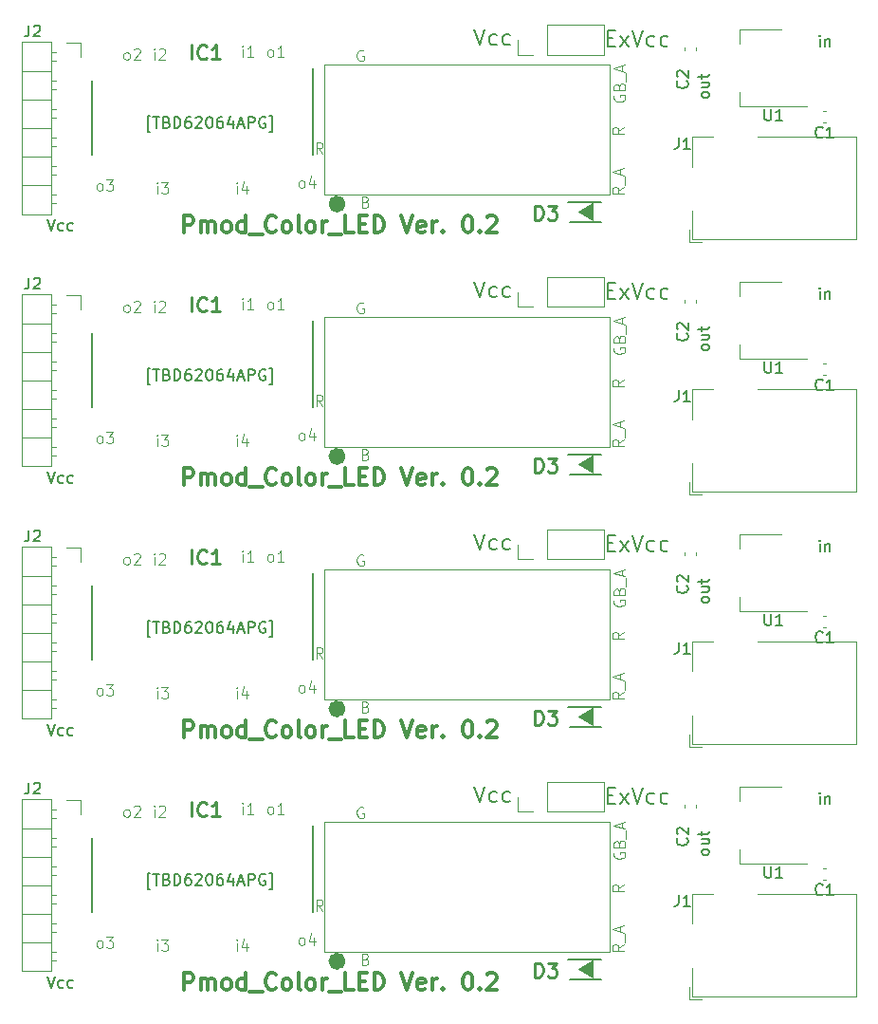
<source format=gbr>
%TF.GenerationSoftware,KiCad,Pcbnew,7.0.2*%
%TF.CreationDate,2023-06-18T21:37:11+09:00*%
%TF.ProjectId,PmodPLED_kikit,506d6f64-504c-4454-945f-6b696b69742e,rev?*%
%TF.SameCoordinates,Original*%
%TF.FileFunction,Legend,Top*%
%TF.FilePolarity,Positive*%
%FSLAX46Y46*%
G04 Gerber Fmt 4.6, Leading zero omitted, Abs format (unit mm)*
G04 Created by KiCad (PCBNEW 7.0.2) date 2023-06-18 21:37:11*
%MOMM*%
%LPD*%
G01*
G04 APERTURE LIST*
%ADD10C,0.150000*%
%ADD11C,0.175000*%
%ADD12C,0.125000*%
%ADD13C,0.300000*%
%ADD14C,0.100000*%
%ADD15C,0.254000*%
%ADD16C,0.120000*%
%ADD17C,0.778011*%
%ADD18C,0.200000*%
G04 APERTURE END LIST*
D10*
X122795827Y-58024741D02*
X122557732Y-58024741D01*
X122557732Y-58024741D02*
X122557732Y-56596169D01*
X122557732Y-56596169D02*
X122795827Y-56596169D01*
X123033923Y-56691408D02*
X123605351Y-56691408D01*
X123319637Y-57691408D02*
X123319637Y-56691408D01*
X124272018Y-57167598D02*
X124414875Y-57215217D01*
X124414875Y-57215217D02*
X124462494Y-57262836D01*
X124462494Y-57262836D02*
X124510113Y-57358074D01*
X124510113Y-57358074D02*
X124510113Y-57500931D01*
X124510113Y-57500931D02*
X124462494Y-57596169D01*
X124462494Y-57596169D02*
X124414875Y-57643789D01*
X124414875Y-57643789D02*
X124319637Y-57691408D01*
X124319637Y-57691408D02*
X123938685Y-57691408D01*
X123938685Y-57691408D02*
X123938685Y-56691408D01*
X123938685Y-56691408D02*
X124272018Y-56691408D01*
X124272018Y-56691408D02*
X124367256Y-56739027D01*
X124367256Y-56739027D02*
X124414875Y-56786646D01*
X124414875Y-56786646D02*
X124462494Y-56881884D01*
X124462494Y-56881884D02*
X124462494Y-56977122D01*
X124462494Y-56977122D02*
X124414875Y-57072360D01*
X124414875Y-57072360D02*
X124367256Y-57119979D01*
X124367256Y-57119979D02*
X124272018Y-57167598D01*
X124272018Y-57167598D02*
X123938685Y-57167598D01*
X124938685Y-57691408D02*
X124938685Y-56691408D01*
X124938685Y-56691408D02*
X125176780Y-56691408D01*
X125176780Y-56691408D02*
X125319637Y-56739027D01*
X125319637Y-56739027D02*
X125414875Y-56834265D01*
X125414875Y-56834265D02*
X125462494Y-56929503D01*
X125462494Y-56929503D02*
X125510113Y-57119979D01*
X125510113Y-57119979D02*
X125510113Y-57262836D01*
X125510113Y-57262836D02*
X125462494Y-57453312D01*
X125462494Y-57453312D02*
X125414875Y-57548550D01*
X125414875Y-57548550D02*
X125319637Y-57643789D01*
X125319637Y-57643789D02*
X125176780Y-57691408D01*
X125176780Y-57691408D02*
X124938685Y-57691408D01*
X126367256Y-56691408D02*
X126176780Y-56691408D01*
X126176780Y-56691408D02*
X126081542Y-56739027D01*
X126081542Y-56739027D02*
X126033923Y-56786646D01*
X126033923Y-56786646D02*
X125938685Y-56929503D01*
X125938685Y-56929503D02*
X125891066Y-57119979D01*
X125891066Y-57119979D02*
X125891066Y-57500931D01*
X125891066Y-57500931D02*
X125938685Y-57596169D01*
X125938685Y-57596169D02*
X125986304Y-57643789D01*
X125986304Y-57643789D02*
X126081542Y-57691408D01*
X126081542Y-57691408D02*
X126272018Y-57691408D01*
X126272018Y-57691408D02*
X126367256Y-57643789D01*
X126367256Y-57643789D02*
X126414875Y-57596169D01*
X126414875Y-57596169D02*
X126462494Y-57500931D01*
X126462494Y-57500931D02*
X126462494Y-57262836D01*
X126462494Y-57262836D02*
X126414875Y-57167598D01*
X126414875Y-57167598D02*
X126367256Y-57119979D01*
X126367256Y-57119979D02*
X126272018Y-57072360D01*
X126272018Y-57072360D02*
X126081542Y-57072360D01*
X126081542Y-57072360D02*
X125986304Y-57119979D01*
X125986304Y-57119979D02*
X125938685Y-57167598D01*
X125938685Y-57167598D02*
X125891066Y-57262836D01*
X126843447Y-56786646D02*
X126891066Y-56739027D01*
X126891066Y-56739027D02*
X126986304Y-56691408D01*
X126986304Y-56691408D02*
X127224399Y-56691408D01*
X127224399Y-56691408D02*
X127319637Y-56739027D01*
X127319637Y-56739027D02*
X127367256Y-56786646D01*
X127367256Y-56786646D02*
X127414875Y-56881884D01*
X127414875Y-56881884D02*
X127414875Y-56977122D01*
X127414875Y-56977122D02*
X127367256Y-57119979D01*
X127367256Y-57119979D02*
X126795828Y-57691408D01*
X126795828Y-57691408D02*
X127414875Y-57691408D01*
X128033923Y-56691408D02*
X128129161Y-56691408D01*
X128129161Y-56691408D02*
X128224399Y-56739027D01*
X128224399Y-56739027D02*
X128272018Y-56786646D01*
X128272018Y-56786646D02*
X128319637Y-56881884D01*
X128319637Y-56881884D02*
X128367256Y-57072360D01*
X128367256Y-57072360D02*
X128367256Y-57310455D01*
X128367256Y-57310455D02*
X128319637Y-57500931D01*
X128319637Y-57500931D02*
X128272018Y-57596169D01*
X128272018Y-57596169D02*
X128224399Y-57643789D01*
X128224399Y-57643789D02*
X128129161Y-57691408D01*
X128129161Y-57691408D02*
X128033923Y-57691408D01*
X128033923Y-57691408D02*
X127938685Y-57643789D01*
X127938685Y-57643789D02*
X127891066Y-57596169D01*
X127891066Y-57596169D02*
X127843447Y-57500931D01*
X127843447Y-57500931D02*
X127795828Y-57310455D01*
X127795828Y-57310455D02*
X127795828Y-57072360D01*
X127795828Y-57072360D02*
X127843447Y-56881884D01*
X127843447Y-56881884D02*
X127891066Y-56786646D01*
X127891066Y-56786646D02*
X127938685Y-56739027D01*
X127938685Y-56739027D02*
X128033923Y-56691408D01*
X129224399Y-56691408D02*
X129033923Y-56691408D01*
X129033923Y-56691408D02*
X128938685Y-56739027D01*
X128938685Y-56739027D02*
X128891066Y-56786646D01*
X128891066Y-56786646D02*
X128795828Y-56929503D01*
X128795828Y-56929503D02*
X128748209Y-57119979D01*
X128748209Y-57119979D02*
X128748209Y-57500931D01*
X128748209Y-57500931D02*
X128795828Y-57596169D01*
X128795828Y-57596169D02*
X128843447Y-57643789D01*
X128843447Y-57643789D02*
X128938685Y-57691408D01*
X128938685Y-57691408D02*
X129129161Y-57691408D01*
X129129161Y-57691408D02*
X129224399Y-57643789D01*
X129224399Y-57643789D02*
X129272018Y-57596169D01*
X129272018Y-57596169D02*
X129319637Y-57500931D01*
X129319637Y-57500931D02*
X129319637Y-57262836D01*
X129319637Y-57262836D02*
X129272018Y-57167598D01*
X129272018Y-57167598D02*
X129224399Y-57119979D01*
X129224399Y-57119979D02*
X129129161Y-57072360D01*
X129129161Y-57072360D02*
X128938685Y-57072360D01*
X128938685Y-57072360D02*
X128843447Y-57119979D01*
X128843447Y-57119979D02*
X128795828Y-57167598D01*
X128795828Y-57167598D02*
X128748209Y-57262836D01*
X130176780Y-57024741D02*
X130176780Y-57691408D01*
X129938685Y-56643789D02*
X129700590Y-57358074D01*
X129700590Y-57358074D02*
X130319637Y-57358074D01*
X130652971Y-57405693D02*
X131129161Y-57405693D01*
X130557733Y-57691408D02*
X130891066Y-56691408D01*
X130891066Y-56691408D02*
X131224399Y-57691408D01*
X131557733Y-57691408D02*
X131557733Y-56691408D01*
X131557733Y-56691408D02*
X131938685Y-56691408D01*
X131938685Y-56691408D02*
X132033923Y-56739027D01*
X132033923Y-56739027D02*
X132081542Y-56786646D01*
X132081542Y-56786646D02*
X132129161Y-56881884D01*
X132129161Y-56881884D02*
X132129161Y-57024741D01*
X132129161Y-57024741D02*
X132081542Y-57119979D01*
X132081542Y-57119979D02*
X132033923Y-57167598D01*
X132033923Y-57167598D02*
X131938685Y-57215217D01*
X131938685Y-57215217D02*
X131557733Y-57215217D01*
X133081542Y-56739027D02*
X132986304Y-56691408D01*
X132986304Y-56691408D02*
X132843447Y-56691408D01*
X132843447Y-56691408D02*
X132700590Y-56739027D01*
X132700590Y-56739027D02*
X132605352Y-56834265D01*
X132605352Y-56834265D02*
X132557733Y-56929503D01*
X132557733Y-56929503D02*
X132510114Y-57119979D01*
X132510114Y-57119979D02*
X132510114Y-57262836D01*
X132510114Y-57262836D02*
X132557733Y-57453312D01*
X132557733Y-57453312D02*
X132605352Y-57548550D01*
X132605352Y-57548550D02*
X132700590Y-57643789D01*
X132700590Y-57643789D02*
X132843447Y-57691408D01*
X132843447Y-57691408D02*
X132938685Y-57691408D01*
X132938685Y-57691408D02*
X133081542Y-57643789D01*
X133081542Y-57643789D02*
X133129161Y-57596169D01*
X133129161Y-57596169D02*
X133129161Y-57262836D01*
X133129161Y-57262836D02*
X132938685Y-57262836D01*
X133462495Y-58024741D02*
X133700590Y-58024741D01*
X133700590Y-58024741D02*
X133700590Y-56596169D01*
X133700590Y-56596169D02*
X133462495Y-56596169D01*
D11*
X163626351Y-72187820D02*
X164093018Y-72187820D01*
X164293018Y-72921153D02*
X163626351Y-72921153D01*
X163626351Y-72921153D02*
X163626351Y-71521153D01*
X163626351Y-71521153D02*
X164293018Y-71521153D01*
X164759685Y-72921153D02*
X165493018Y-71987820D01*
X164759685Y-71987820D02*
X165493018Y-72921153D01*
X165826351Y-71521153D02*
X166293018Y-72921153D01*
X166293018Y-72921153D02*
X166759684Y-71521153D01*
X167826351Y-72854487D02*
X167693018Y-72921153D01*
X167693018Y-72921153D02*
X167426351Y-72921153D01*
X167426351Y-72921153D02*
X167293018Y-72854487D01*
X167293018Y-72854487D02*
X167226351Y-72787820D01*
X167226351Y-72787820D02*
X167159684Y-72654487D01*
X167159684Y-72654487D02*
X167159684Y-72254487D01*
X167159684Y-72254487D02*
X167226351Y-72121153D01*
X167226351Y-72121153D02*
X167293018Y-72054487D01*
X167293018Y-72054487D02*
X167426351Y-71987820D01*
X167426351Y-71987820D02*
X167693018Y-71987820D01*
X167693018Y-71987820D02*
X167826351Y-72054487D01*
X169026351Y-72854487D02*
X168893018Y-72921153D01*
X168893018Y-72921153D02*
X168626351Y-72921153D01*
X168626351Y-72921153D02*
X168493018Y-72854487D01*
X168493018Y-72854487D02*
X168426351Y-72787820D01*
X168426351Y-72787820D02*
X168359684Y-72654487D01*
X168359684Y-72654487D02*
X168359684Y-72254487D01*
X168359684Y-72254487D02*
X168426351Y-72121153D01*
X168426351Y-72121153D02*
X168493018Y-72054487D01*
X168493018Y-72054487D02*
X168626351Y-71987820D01*
X168626351Y-71987820D02*
X168893018Y-71987820D01*
X168893018Y-71987820D02*
X169026351Y-72054487D01*
D10*
X182581113Y-50427008D02*
X182581113Y-49760341D01*
X182581113Y-49427008D02*
X182533494Y-49474627D01*
X182533494Y-49474627D02*
X182581113Y-49522246D01*
X182581113Y-49522246D02*
X182628732Y-49474627D01*
X182628732Y-49474627D02*
X182581113Y-49427008D01*
X182581113Y-49427008D02*
X182581113Y-49522246D01*
X183057303Y-49760341D02*
X183057303Y-50427008D01*
X183057303Y-49855579D02*
X183104922Y-49807960D01*
X183104922Y-49807960D02*
X183200160Y-49760341D01*
X183200160Y-49760341D02*
X183343017Y-49760341D01*
X183343017Y-49760341D02*
X183438255Y-49807960D01*
X183438255Y-49807960D02*
X183485874Y-49903198D01*
X183485874Y-49903198D02*
X183485874Y-50427008D01*
D12*
X131019113Y-28823710D02*
X131019113Y-28157043D01*
X131019113Y-27823710D02*
X130971494Y-27871329D01*
X130971494Y-27871329D02*
X131019113Y-27918948D01*
X131019113Y-27918948D02*
X131066732Y-27871329D01*
X131066732Y-27871329D02*
X131019113Y-27823710D01*
X131019113Y-27823710D02*
X131019113Y-27918948D01*
X132019112Y-28823710D02*
X131447684Y-28823710D01*
X131733398Y-28823710D02*
X131733398Y-27823710D01*
X131733398Y-27823710D02*
X131638160Y-27966567D01*
X131638160Y-27966567D02*
X131542922Y-28061805D01*
X131542922Y-28061805D02*
X131447684Y-28109424D01*
X130511113Y-108568804D02*
X130511113Y-107902137D01*
X130511113Y-107568804D02*
X130463494Y-107616423D01*
X130463494Y-107616423D02*
X130511113Y-107664042D01*
X130511113Y-107664042D02*
X130558732Y-107616423D01*
X130558732Y-107616423D02*
X130511113Y-107568804D01*
X130511113Y-107568804D02*
X130511113Y-107664042D01*
X131415874Y-107902137D02*
X131415874Y-108568804D01*
X131177779Y-107521185D02*
X130939684Y-108235470D01*
X130939684Y-108235470D02*
X131558731Y-108235470D01*
D10*
X113604256Y-43317710D02*
X113937589Y-44317710D01*
X113937589Y-44317710D02*
X114270922Y-43317710D01*
X115032827Y-44270091D02*
X114937589Y-44317710D01*
X114937589Y-44317710D02*
X114747113Y-44317710D01*
X114747113Y-44317710D02*
X114651875Y-44270091D01*
X114651875Y-44270091D02*
X114604256Y-44222471D01*
X114604256Y-44222471D02*
X114556637Y-44127233D01*
X114556637Y-44127233D02*
X114556637Y-43841519D01*
X114556637Y-43841519D02*
X114604256Y-43746281D01*
X114604256Y-43746281D02*
X114651875Y-43698662D01*
X114651875Y-43698662D02*
X114747113Y-43651043D01*
X114747113Y-43651043D02*
X114937589Y-43651043D01*
X114937589Y-43651043D02*
X115032827Y-43698662D01*
X115889970Y-44270091D02*
X115794732Y-44317710D01*
X115794732Y-44317710D02*
X115604256Y-44317710D01*
X115604256Y-44317710D02*
X115509018Y-44270091D01*
X115509018Y-44270091D02*
X115461399Y-44222471D01*
X115461399Y-44222471D02*
X115413780Y-44127233D01*
X115413780Y-44127233D02*
X115413780Y-43841519D01*
X115413780Y-43841519D02*
X115461399Y-43746281D01*
X115461399Y-43746281D02*
X115509018Y-43698662D01*
X115509018Y-43698662D02*
X115604256Y-43651043D01*
X115604256Y-43651043D02*
X115794732Y-43651043D01*
X115794732Y-43651043D02*
X115889970Y-43698662D01*
D12*
X130511113Y-41015710D02*
X130511113Y-40349043D01*
X130511113Y-40015710D02*
X130463494Y-40063329D01*
X130463494Y-40063329D02*
X130511113Y-40110948D01*
X130511113Y-40110948D02*
X130558732Y-40063329D01*
X130558732Y-40063329D02*
X130511113Y-40015710D01*
X130511113Y-40015710D02*
X130511113Y-40110948D01*
X131415874Y-40349043D02*
X131415874Y-41015710D01*
X131177779Y-39968091D02*
X130939684Y-40682376D01*
X130939684Y-40682376D02*
X131558731Y-40682376D01*
D11*
X163626351Y-27152424D02*
X164093018Y-27152424D01*
X164293018Y-27885757D02*
X163626351Y-27885757D01*
X163626351Y-27885757D02*
X163626351Y-26485757D01*
X163626351Y-26485757D02*
X164293018Y-26485757D01*
X164759685Y-27885757D02*
X165493018Y-26952424D01*
X164759685Y-26952424D02*
X165493018Y-27885757D01*
X165826351Y-26485757D02*
X166293018Y-27885757D01*
X166293018Y-27885757D02*
X166759684Y-26485757D01*
X167826351Y-27819091D02*
X167693018Y-27885757D01*
X167693018Y-27885757D02*
X167426351Y-27885757D01*
X167426351Y-27885757D02*
X167293018Y-27819091D01*
X167293018Y-27819091D02*
X167226351Y-27752424D01*
X167226351Y-27752424D02*
X167159684Y-27619091D01*
X167159684Y-27619091D02*
X167159684Y-27219091D01*
X167159684Y-27219091D02*
X167226351Y-27085757D01*
X167226351Y-27085757D02*
X167293018Y-27019091D01*
X167293018Y-27019091D02*
X167426351Y-26952424D01*
X167426351Y-26952424D02*
X167693018Y-26952424D01*
X167693018Y-26952424D02*
X167826351Y-27019091D01*
X169026351Y-27819091D02*
X168893018Y-27885757D01*
X168893018Y-27885757D02*
X168626351Y-27885757D01*
X168626351Y-27885757D02*
X168493018Y-27819091D01*
X168493018Y-27819091D02*
X168426351Y-27752424D01*
X168426351Y-27752424D02*
X168359684Y-27619091D01*
X168359684Y-27619091D02*
X168359684Y-27219091D01*
X168359684Y-27219091D02*
X168426351Y-27085757D01*
X168426351Y-27085757D02*
X168493018Y-27019091D01*
X168493018Y-27019091D02*
X168626351Y-26952424D01*
X168626351Y-26952424D02*
X168893018Y-26952424D01*
X168893018Y-26952424D02*
X169026351Y-27019091D01*
D12*
X123145113Y-29077710D02*
X123145113Y-28411043D01*
X123145113Y-28077710D02*
X123097494Y-28125329D01*
X123097494Y-28125329D02*
X123145113Y-28172948D01*
X123145113Y-28172948D02*
X123192732Y-28125329D01*
X123192732Y-28125329D02*
X123145113Y-28077710D01*
X123145113Y-28077710D02*
X123145113Y-28172948D01*
X123573684Y-28172948D02*
X123621303Y-28125329D01*
X123621303Y-28125329D02*
X123716541Y-28077710D01*
X123716541Y-28077710D02*
X123954636Y-28077710D01*
X123954636Y-28077710D02*
X124049874Y-28125329D01*
X124049874Y-28125329D02*
X124097493Y-28172948D01*
X124097493Y-28172948D02*
X124145112Y-28268186D01*
X124145112Y-28268186D02*
X124145112Y-28363424D01*
X124145112Y-28363424D02*
X124097493Y-28506281D01*
X124097493Y-28506281D02*
X123526065Y-29077710D01*
X123526065Y-29077710D02*
X124145112Y-29077710D01*
D10*
X172721037Y-54791236D02*
X172673418Y-54886474D01*
X172673418Y-54886474D02*
X172625798Y-54934093D01*
X172625798Y-54934093D02*
X172530560Y-54981712D01*
X172530560Y-54981712D02*
X172244846Y-54981712D01*
X172244846Y-54981712D02*
X172149608Y-54934093D01*
X172149608Y-54934093D02*
X172101989Y-54886474D01*
X172101989Y-54886474D02*
X172054370Y-54791236D01*
X172054370Y-54791236D02*
X172054370Y-54648379D01*
X172054370Y-54648379D02*
X172101989Y-54553141D01*
X172101989Y-54553141D02*
X172149608Y-54505522D01*
X172149608Y-54505522D02*
X172244846Y-54457903D01*
X172244846Y-54457903D02*
X172530560Y-54457903D01*
X172530560Y-54457903D02*
X172625798Y-54505522D01*
X172625798Y-54505522D02*
X172673418Y-54553141D01*
X172673418Y-54553141D02*
X172721037Y-54648379D01*
X172721037Y-54648379D02*
X172721037Y-54791236D01*
X172054370Y-53600760D02*
X172721037Y-53600760D01*
X172054370Y-54029331D02*
X172578179Y-54029331D01*
X172578179Y-54029331D02*
X172673418Y-53981712D01*
X172673418Y-53981712D02*
X172721037Y-53886474D01*
X172721037Y-53886474D02*
X172721037Y-53743617D01*
X172721037Y-53743617D02*
X172673418Y-53648379D01*
X172673418Y-53648379D02*
X172625798Y-53600760D01*
X172054370Y-53267426D02*
X172054370Y-52886474D01*
X171721037Y-53124569D02*
X172578179Y-53124569D01*
X172578179Y-53124569D02*
X172673418Y-53076950D01*
X172673418Y-53076950D02*
X172721037Y-52981712D01*
X172721037Y-52981712D02*
X172721037Y-52886474D01*
D11*
X151742351Y-93911851D02*
X152209018Y-95311851D01*
X152209018Y-95311851D02*
X152675684Y-93911851D01*
X153742351Y-95245185D02*
X153609018Y-95311851D01*
X153609018Y-95311851D02*
X153342351Y-95311851D01*
X153342351Y-95311851D02*
X153209018Y-95245185D01*
X153209018Y-95245185D02*
X153142351Y-95178518D01*
X153142351Y-95178518D02*
X153075684Y-95045185D01*
X153075684Y-95045185D02*
X153075684Y-94645185D01*
X153075684Y-94645185D02*
X153142351Y-94511851D01*
X153142351Y-94511851D02*
X153209018Y-94445185D01*
X153209018Y-94445185D02*
X153342351Y-94378518D01*
X153342351Y-94378518D02*
X153609018Y-94378518D01*
X153609018Y-94378518D02*
X153742351Y-94445185D01*
X154942351Y-95245185D02*
X154809018Y-95311851D01*
X154809018Y-95311851D02*
X154542351Y-95311851D01*
X154542351Y-95311851D02*
X154409018Y-95245185D01*
X154409018Y-95245185D02*
X154342351Y-95178518D01*
X154342351Y-95178518D02*
X154275684Y-95045185D01*
X154275684Y-95045185D02*
X154275684Y-94645185D01*
X154275684Y-94645185D02*
X154342351Y-94511851D01*
X154342351Y-94511851D02*
X154409018Y-94445185D01*
X154409018Y-94445185D02*
X154542351Y-94378518D01*
X154542351Y-94378518D02*
X154809018Y-94378518D01*
X154809018Y-94378518D02*
X154942351Y-94445185D01*
D12*
X120620970Y-51595408D02*
X120525732Y-51547789D01*
X120525732Y-51547789D02*
X120478113Y-51500169D01*
X120478113Y-51500169D02*
X120430494Y-51404931D01*
X120430494Y-51404931D02*
X120430494Y-51119217D01*
X120430494Y-51119217D02*
X120478113Y-51023979D01*
X120478113Y-51023979D02*
X120525732Y-50976360D01*
X120525732Y-50976360D02*
X120620970Y-50928741D01*
X120620970Y-50928741D02*
X120763827Y-50928741D01*
X120763827Y-50928741D02*
X120859065Y-50976360D01*
X120859065Y-50976360D02*
X120906684Y-51023979D01*
X120906684Y-51023979D02*
X120954303Y-51119217D01*
X120954303Y-51119217D02*
X120954303Y-51404931D01*
X120954303Y-51404931D02*
X120906684Y-51500169D01*
X120906684Y-51500169D02*
X120859065Y-51547789D01*
X120859065Y-51547789D02*
X120763827Y-51595408D01*
X120763827Y-51595408D02*
X120620970Y-51595408D01*
X121335256Y-50690646D02*
X121382875Y-50643027D01*
X121382875Y-50643027D02*
X121478113Y-50595408D01*
X121478113Y-50595408D02*
X121716208Y-50595408D01*
X121716208Y-50595408D02*
X121811446Y-50643027D01*
X121811446Y-50643027D02*
X121859065Y-50690646D01*
X121859065Y-50690646D02*
X121906684Y-50785884D01*
X121906684Y-50785884D02*
X121906684Y-50881122D01*
X121906684Y-50881122D02*
X121859065Y-51023979D01*
X121859065Y-51023979D02*
X121287637Y-51595408D01*
X121287637Y-51595408D02*
X121906684Y-51595408D01*
D11*
X151742351Y-71394153D02*
X152209018Y-72794153D01*
X152209018Y-72794153D02*
X152675684Y-71394153D01*
X153742351Y-72727487D02*
X153609018Y-72794153D01*
X153609018Y-72794153D02*
X153342351Y-72794153D01*
X153342351Y-72794153D02*
X153209018Y-72727487D01*
X153209018Y-72727487D02*
X153142351Y-72660820D01*
X153142351Y-72660820D02*
X153075684Y-72527487D01*
X153075684Y-72527487D02*
X153075684Y-72127487D01*
X153075684Y-72127487D02*
X153142351Y-71994153D01*
X153142351Y-71994153D02*
X153209018Y-71927487D01*
X153209018Y-71927487D02*
X153342351Y-71860820D01*
X153342351Y-71860820D02*
X153609018Y-71860820D01*
X153609018Y-71860820D02*
X153742351Y-71927487D01*
X154942351Y-72727487D02*
X154809018Y-72794153D01*
X154809018Y-72794153D02*
X154542351Y-72794153D01*
X154542351Y-72794153D02*
X154409018Y-72727487D01*
X154409018Y-72727487D02*
X154342351Y-72660820D01*
X154342351Y-72660820D02*
X154275684Y-72527487D01*
X154275684Y-72527487D02*
X154275684Y-72127487D01*
X154275684Y-72127487D02*
X154342351Y-71994153D01*
X154342351Y-71994153D02*
X154409018Y-71927487D01*
X154409018Y-71927487D02*
X154542351Y-71860820D01*
X154542351Y-71860820D02*
X154809018Y-71860820D01*
X154809018Y-71860820D02*
X154942351Y-71927487D01*
D12*
X133447970Y-73859106D02*
X133352732Y-73811487D01*
X133352732Y-73811487D02*
X133305113Y-73763867D01*
X133305113Y-73763867D02*
X133257494Y-73668629D01*
X133257494Y-73668629D02*
X133257494Y-73382915D01*
X133257494Y-73382915D02*
X133305113Y-73287677D01*
X133305113Y-73287677D02*
X133352732Y-73240058D01*
X133352732Y-73240058D02*
X133447970Y-73192439D01*
X133447970Y-73192439D02*
X133590827Y-73192439D01*
X133590827Y-73192439D02*
X133686065Y-73240058D01*
X133686065Y-73240058D02*
X133733684Y-73287677D01*
X133733684Y-73287677D02*
X133781303Y-73382915D01*
X133781303Y-73382915D02*
X133781303Y-73668629D01*
X133781303Y-73668629D02*
X133733684Y-73763867D01*
X133733684Y-73763867D02*
X133686065Y-73811487D01*
X133686065Y-73811487D02*
X133590827Y-73859106D01*
X133590827Y-73859106D02*
X133447970Y-73859106D01*
X134733684Y-73859106D02*
X134162256Y-73859106D01*
X134447970Y-73859106D02*
X134447970Y-72859106D01*
X134447970Y-72859106D02*
X134352732Y-73001963D01*
X134352732Y-73001963D02*
X134257494Y-73097201D01*
X134257494Y-73097201D02*
X134162256Y-73144820D01*
D10*
X122795827Y-80542439D02*
X122557732Y-80542439D01*
X122557732Y-80542439D02*
X122557732Y-79113867D01*
X122557732Y-79113867D02*
X122795827Y-79113867D01*
X123033923Y-79209106D02*
X123605351Y-79209106D01*
X123319637Y-80209106D02*
X123319637Y-79209106D01*
X124272018Y-79685296D02*
X124414875Y-79732915D01*
X124414875Y-79732915D02*
X124462494Y-79780534D01*
X124462494Y-79780534D02*
X124510113Y-79875772D01*
X124510113Y-79875772D02*
X124510113Y-80018629D01*
X124510113Y-80018629D02*
X124462494Y-80113867D01*
X124462494Y-80113867D02*
X124414875Y-80161487D01*
X124414875Y-80161487D02*
X124319637Y-80209106D01*
X124319637Y-80209106D02*
X123938685Y-80209106D01*
X123938685Y-80209106D02*
X123938685Y-79209106D01*
X123938685Y-79209106D02*
X124272018Y-79209106D01*
X124272018Y-79209106D02*
X124367256Y-79256725D01*
X124367256Y-79256725D02*
X124414875Y-79304344D01*
X124414875Y-79304344D02*
X124462494Y-79399582D01*
X124462494Y-79399582D02*
X124462494Y-79494820D01*
X124462494Y-79494820D02*
X124414875Y-79590058D01*
X124414875Y-79590058D02*
X124367256Y-79637677D01*
X124367256Y-79637677D02*
X124272018Y-79685296D01*
X124272018Y-79685296D02*
X123938685Y-79685296D01*
X124938685Y-80209106D02*
X124938685Y-79209106D01*
X124938685Y-79209106D02*
X125176780Y-79209106D01*
X125176780Y-79209106D02*
X125319637Y-79256725D01*
X125319637Y-79256725D02*
X125414875Y-79351963D01*
X125414875Y-79351963D02*
X125462494Y-79447201D01*
X125462494Y-79447201D02*
X125510113Y-79637677D01*
X125510113Y-79637677D02*
X125510113Y-79780534D01*
X125510113Y-79780534D02*
X125462494Y-79971010D01*
X125462494Y-79971010D02*
X125414875Y-80066248D01*
X125414875Y-80066248D02*
X125319637Y-80161487D01*
X125319637Y-80161487D02*
X125176780Y-80209106D01*
X125176780Y-80209106D02*
X124938685Y-80209106D01*
X126367256Y-79209106D02*
X126176780Y-79209106D01*
X126176780Y-79209106D02*
X126081542Y-79256725D01*
X126081542Y-79256725D02*
X126033923Y-79304344D01*
X126033923Y-79304344D02*
X125938685Y-79447201D01*
X125938685Y-79447201D02*
X125891066Y-79637677D01*
X125891066Y-79637677D02*
X125891066Y-80018629D01*
X125891066Y-80018629D02*
X125938685Y-80113867D01*
X125938685Y-80113867D02*
X125986304Y-80161487D01*
X125986304Y-80161487D02*
X126081542Y-80209106D01*
X126081542Y-80209106D02*
X126272018Y-80209106D01*
X126272018Y-80209106D02*
X126367256Y-80161487D01*
X126367256Y-80161487D02*
X126414875Y-80113867D01*
X126414875Y-80113867D02*
X126462494Y-80018629D01*
X126462494Y-80018629D02*
X126462494Y-79780534D01*
X126462494Y-79780534D02*
X126414875Y-79685296D01*
X126414875Y-79685296D02*
X126367256Y-79637677D01*
X126367256Y-79637677D02*
X126272018Y-79590058D01*
X126272018Y-79590058D02*
X126081542Y-79590058D01*
X126081542Y-79590058D02*
X125986304Y-79637677D01*
X125986304Y-79637677D02*
X125938685Y-79685296D01*
X125938685Y-79685296D02*
X125891066Y-79780534D01*
X126843447Y-79304344D02*
X126891066Y-79256725D01*
X126891066Y-79256725D02*
X126986304Y-79209106D01*
X126986304Y-79209106D02*
X127224399Y-79209106D01*
X127224399Y-79209106D02*
X127319637Y-79256725D01*
X127319637Y-79256725D02*
X127367256Y-79304344D01*
X127367256Y-79304344D02*
X127414875Y-79399582D01*
X127414875Y-79399582D02*
X127414875Y-79494820D01*
X127414875Y-79494820D02*
X127367256Y-79637677D01*
X127367256Y-79637677D02*
X126795828Y-80209106D01*
X126795828Y-80209106D02*
X127414875Y-80209106D01*
X128033923Y-79209106D02*
X128129161Y-79209106D01*
X128129161Y-79209106D02*
X128224399Y-79256725D01*
X128224399Y-79256725D02*
X128272018Y-79304344D01*
X128272018Y-79304344D02*
X128319637Y-79399582D01*
X128319637Y-79399582D02*
X128367256Y-79590058D01*
X128367256Y-79590058D02*
X128367256Y-79828153D01*
X128367256Y-79828153D02*
X128319637Y-80018629D01*
X128319637Y-80018629D02*
X128272018Y-80113867D01*
X128272018Y-80113867D02*
X128224399Y-80161487D01*
X128224399Y-80161487D02*
X128129161Y-80209106D01*
X128129161Y-80209106D02*
X128033923Y-80209106D01*
X128033923Y-80209106D02*
X127938685Y-80161487D01*
X127938685Y-80161487D02*
X127891066Y-80113867D01*
X127891066Y-80113867D02*
X127843447Y-80018629D01*
X127843447Y-80018629D02*
X127795828Y-79828153D01*
X127795828Y-79828153D02*
X127795828Y-79590058D01*
X127795828Y-79590058D02*
X127843447Y-79399582D01*
X127843447Y-79399582D02*
X127891066Y-79304344D01*
X127891066Y-79304344D02*
X127938685Y-79256725D01*
X127938685Y-79256725D02*
X128033923Y-79209106D01*
X129224399Y-79209106D02*
X129033923Y-79209106D01*
X129033923Y-79209106D02*
X128938685Y-79256725D01*
X128938685Y-79256725D02*
X128891066Y-79304344D01*
X128891066Y-79304344D02*
X128795828Y-79447201D01*
X128795828Y-79447201D02*
X128748209Y-79637677D01*
X128748209Y-79637677D02*
X128748209Y-80018629D01*
X128748209Y-80018629D02*
X128795828Y-80113867D01*
X128795828Y-80113867D02*
X128843447Y-80161487D01*
X128843447Y-80161487D02*
X128938685Y-80209106D01*
X128938685Y-80209106D02*
X129129161Y-80209106D01*
X129129161Y-80209106D02*
X129224399Y-80161487D01*
X129224399Y-80161487D02*
X129272018Y-80113867D01*
X129272018Y-80113867D02*
X129319637Y-80018629D01*
X129319637Y-80018629D02*
X129319637Y-79780534D01*
X129319637Y-79780534D02*
X129272018Y-79685296D01*
X129272018Y-79685296D02*
X129224399Y-79637677D01*
X129224399Y-79637677D02*
X129129161Y-79590058D01*
X129129161Y-79590058D02*
X128938685Y-79590058D01*
X128938685Y-79590058D02*
X128843447Y-79637677D01*
X128843447Y-79637677D02*
X128795828Y-79685296D01*
X128795828Y-79685296D02*
X128748209Y-79780534D01*
X130176780Y-79542439D02*
X130176780Y-80209106D01*
X129938685Y-79161487D02*
X129700590Y-79875772D01*
X129700590Y-79875772D02*
X130319637Y-79875772D01*
X130652971Y-79923391D02*
X131129161Y-79923391D01*
X130557733Y-80209106D02*
X130891066Y-79209106D01*
X130891066Y-79209106D02*
X131224399Y-80209106D01*
X131557733Y-80209106D02*
X131557733Y-79209106D01*
X131557733Y-79209106D02*
X131938685Y-79209106D01*
X131938685Y-79209106D02*
X132033923Y-79256725D01*
X132033923Y-79256725D02*
X132081542Y-79304344D01*
X132081542Y-79304344D02*
X132129161Y-79399582D01*
X132129161Y-79399582D02*
X132129161Y-79542439D01*
X132129161Y-79542439D02*
X132081542Y-79637677D01*
X132081542Y-79637677D02*
X132033923Y-79685296D01*
X132033923Y-79685296D02*
X131938685Y-79732915D01*
X131938685Y-79732915D02*
X131557733Y-79732915D01*
X133081542Y-79256725D02*
X132986304Y-79209106D01*
X132986304Y-79209106D02*
X132843447Y-79209106D01*
X132843447Y-79209106D02*
X132700590Y-79256725D01*
X132700590Y-79256725D02*
X132605352Y-79351963D01*
X132605352Y-79351963D02*
X132557733Y-79447201D01*
X132557733Y-79447201D02*
X132510114Y-79637677D01*
X132510114Y-79637677D02*
X132510114Y-79780534D01*
X132510114Y-79780534D02*
X132557733Y-79971010D01*
X132557733Y-79971010D02*
X132605352Y-80066248D01*
X132605352Y-80066248D02*
X132700590Y-80161487D01*
X132700590Y-80161487D02*
X132843447Y-80209106D01*
X132843447Y-80209106D02*
X132938685Y-80209106D01*
X132938685Y-80209106D02*
X133081542Y-80161487D01*
X133081542Y-80161487D02*
X133129161Y-80113867D01*
X133129161Y-80113867D02*
X133129161Y-79780534D01*
X133129161Y-79780534D02*
X132938685Y-79780534D01*
X133462495Y-80542439D02*
X133700590Y-80542439D01*
X133700590Y-80542439D02*
X133700590Y-79113867D01*
X133700590Y-79113867D02*
X133462495Y-79113867D01*
D12*
X136241970Y-40507710D02*
X136146732Y-40460091D01*
X136146732Y-40460091D02*
X136099113Y-40412471D01*
X136099113Y-40412471D02*
X136051494Y-40317233D01*
X136051494Y-40317233D02*
X136051494Y-40031519D01*
X136051494Y-40031519D02*
X136099113Y-39936281D01*
X136099113Y-39936281D02*
X136146732Y-39888662D01*
X136146732Y-39888662D02*
X136241970Y-39841043D01*
X136241970Y-39841043D02*
X136384827Y-39841043D01*
X136384827Y-39841043D02*
X136480065Y-39888662D01*
X136480065Y-39888662D02*
X136527684Y-39936281D01*
X136527684Y-39936281D02*
X136575303Y-40031519D01*
X136575303Y-40031519D02*
X136575303Y-40317233D01*
X136575303Y-40317233D02*
X136527684Y-40412471D01*
X136527684Y-40412471D02*
X136480065Y-40460091D01*
X136480065Y-40460091D02*
X136384827Y-40507710D01*
X136384827Y-40507710D02*
X136241970Y-40507710D01*
X137432446Y-39841043D02*
X137432446Y-40507710D01*
X137194351Y-39460091D02*
X136956256Y-40174376D01*
X136956256Y-40174376D02*
X137575303Y-40174376D01*
X130511113Y-63533408D02*
X130511113Y-62866741D01*
X130511113Y-62533408D02*
X130463494Y-62581027D01*
X130463494Y-62581027D02*
X130511113Y-62628646D01*
X130511113Y-62628646D02*
X130558732Y-62581027D01*
X130558732Y-62581027D02*
X130511113Y-62533408D01*
X130511113Y-62533408D02*
X130511113Y-62628646D01*
X131415874Y-62866741D02*
X131415874Y-63533408D01*
X131177779Y-62485789D02*
X130939684Y-63200074D01*
X130939684Y-63200074D02*
X131558731Y-63200074D01*
X131019113Y-96376804D02*
X131019113Y-95710137D01*
X131019113Y-95376804D02*
X130971494Y-95424423D01*
X130971494Y-95424423D02*
X131019113Y-95472042D01*
X131019113Y-95472042D02*
X131066732Y-95424423D01*
X131066732Y-95424423D02*
X131019113Y-95376804D01*
X131019113Y-95376804D02*
X131019113Y-95472042D01*
X132019112Y-96376804D02*
X131447684Y-96376804D01*
X131733398Y-96376804D02*
X131733398Y-95376804D01*
X131733398Y-95376804D02*
X131638160Y-95519661D01*
X131638160Y-95519661D02*
X131542922Y-95614899D01*
X131542922Y-95614899D02*
X131447684Y-95662518D01*
X120620970Y-29077710D02*
X120525732Y-29030091D01*
X120525732Y-29030091D02*
X120478113Y-28982471D01*
X120478113Y-28982471D02*
X120430494Y-28887233D01*
X120430494Y-28887233D02*
X120430494Y-28601519D01*
X120430494Y-28601519D02*
X120478113Y-28506281D01*
X120478113Y-28506281D02*
X120525732Y-28458662D01*
X120525732Y-28458662D02*
X120620970Y-28411043D01*
X120620970Y-28411043D02*
X120763827Y-28411043D01*
X120763827Y-28411043D02*
X120859065Y-28458662D01*
X120859065Y-28458662D02*
X120906684Y-28506281D01*
X120906684Y-28506281D02*
X120954303Y-28601519D01*
X120954303Y-28601519D02*
X120954303Y-28887233D01*
X120954303Y-28887233D02*
X120906684Y-28982471D01*
X120906684Y-28982471D02*
X120859065Y-29030091D01*
X120859065Y-29030091D02*
X120763827Y-29077710D01*
X120763827Y-29077710D02*
X120620970Y-29077710D01*
X121335256Y-28172948D02*
X121382875Y-28125329D01*
X121382875Y-28125329D02*
X121478113Y-28077710D01*
X121478113Y-28077710D02*
X121716208Y-28077710D01*
X121716208Y-28077710D02*
X121811446Y-28125329D01*
X121811446Y-28125329D02*
X121859065Y-28172948D01*
X121859065Y-28172948D02*
X121906684Y-28268186D01*
X121906684Y-28268186D02*
X121906684Y-28363424D01*
X121906684Y-28363424D02*
X121859065Y-28506281D01*
X121859065Y-28506281D02*
X121287637Y-29077710D01*
X121287637Y-29077710D02*
X121906684Y-29077710D01*
D13*
X125804160Y-89545915D02*
X125804160Y-88045915D01*
X125804160Y-88045915D02*
X126375589Y-88045915D01*
X126375589Y-88045915D02*
X126518446Y-88117344D01*
X126518446Y-88117344D02*
X126589875Y-88188772D01*
X126589875Y-88188772D02*
X126661303Y-88331629D01*
X126661303Y-88331629D02*
X126661303Y-88545915D01*
X126661303Y-88545915D02*
X126589875Y-88688772D01*
X126589875Y-88688772D02*
X126518446Y-88760201D01*
X126518446Y-88760201D02*
X126375589Y-88831629D01*
X126375589Y-88831629D02*
X125804160Y-88831629D01*
X127304160Y-89545915D02*
X127304160Y-88545915D01*
X127304160Y-88688772D02*
X127375589Y-88617344D01*
X127375589Y-88617344D02*
X127518446Y-88545915D01*
X127518446Y-88545915D02*
X127732732Y-88545915D01*
X127732732Y-88545915D02*
X127875589Y-88617344D01*
X127875589Y-88617344D02*
X127947018Y-88760201D01*
X127947018Y-88760201D02*
X127947018Y-89545915D01*
X127947018Y-88760201D02*
X128018446Y-88617344D01*
X128018446Y-88617344D02*
X128161303Y-88545915D01*
X128161303Y-88545915D02*
X128375589Y-88545915D01*
X128375589Y-88545915D02*
X128518446Y-88617344D01*
X128518446Y-88617344D02*
X128589875Y-88760201D01*
X128589875Y-88760201D02*
X128589875Y-89545915D01*
X129518446Y-89545915D02*
X129375589Y-89474487D01*
X129375589Y-89474487D02*
X129304160Y-89403058D01*
X129304160Y-89403058D02*
X129232732Y-89260201D01*
X129232732Y-89260201D02*
X129232732Y-88831629D01*
X129232732Y-88831629D02*
X129304160Y-88688772D01*
X129304160Y-88688772D02*
X129375589Y-88617344D01*
X129375589Y-88617344D02*
X129518446Y-88545915D01*
X129518446Y-88545915D02*
X129732732Y-88545915D01*
X129732732Y-88545915D02*
X129875589Y-88617344D01*
X129875589Y-88617344D02*
X129947018Y-88688772D01*
X129947018Y-88688772D02*
X130018446Y-88831629D01*
X130018446Y-88831629D02*
X130018446Y-89260201D01*
X130018446Y-89260201D02*
X129947018Y-89403058D01*
X129947018Y-89403058D02*
X129875589Y-89474487D01*
X129875589Y-89474487D02*
X129732732Y-89545915D01*
X129732732Y-89545915D02*
X129518446Y-89545915D01*
X131304161Y-89545915D02*
X131304161Y-88045915D01*
X131304161Y-89474487D02*
X131161303Y-89545915D01*
X131161303Y-89545915D02*
X130875589Y-89545915D01*
X130875589Y-89545915D02*
X130732732Y-89474487D01*
X130732732Y-89474487D02*
X130661303Y-89403058D01*
X130661303Y-89403058D02*
X130589875Y-89260201D01*
X130589875Y-89260201D02*
X130589875Y-88831629D01*
X130589875Y-88831629D02*
X130661303Y-88688772D01*
X130661303Y-88688772D02*
X130732732Y-88617344D01*
X130732732Y-88617344D02*
X130875589Y-88545915D01*
X130875589Y-88545915D02*
X131161303Y-88545915D01*
X131161303Y-88545915D02*
X131304161Y-88617344D01*
X131661304Y-89688772D02*
X132804161Y-89688772D01*
X134018446Y-89403058D02*
X133947018Y-89474487D01*
X133947018Y-89474487D02*
X133732732Y-89545915D01*
X133732732Y-89545915D02*
X133589875Y-89545915D01*
X133589875Y-89545915D02*
X133375589Y-89474487D01*
X133375589Y-89474487D02*
X133232732Y-89331629D01*
X133232732Y-89331629D02*
X133161303Y-89188772D01*
X133161303Y-89188772D02*
X133089875Y-88903058D01*
X133089875Y-88903058D02*
X133089875Y-88688772D01*
X133089875Y-88688772D02*
X133161303Y-88403058D01*
X133161303Y-88403058D02*
X133232732Y-88260201D01*
X133232732Y-88260201D02*
X133375589Y-88117344D01*
X133375589Y-88117344D02*
X133589875Y-88045915D01*
X133589875Y-88045915D02*
X133732732Y-88045915D01*
X133732732Y-88045915D02*
X133947018Y-88117344D01*
X133947018Y-88117344D02*
X134018446Y-88188772D01*
X134875589Y-89545915D02*
X134732732Y-89474487D01*
X134732732Y-89474487D02*
X134661303Y-89403058D01*
X134661303Y-89403058D02*
X134589875Y-89260201D01*
X134589875Y-89260201D02*
X134589875Y-88831629D01*
X134589875Y-88831629D02*
X134661303Y-88688772D01*
X134661303Y-88688772D02*
X134732732Y-88617344D01*
X134732732Y-88617344D02*
X134875589Y-88545915D01*
X134875589Y-88545915D02*
X135089875Y-88545915D01*
X135089875Y-88545915D02*
X135232732Y-88617344D01*
X135232732Y-88617344D02*
X135304161Y-88688772D01*
X135304161Y-88688772D02*
X135375589Y-88831629D01*
X135375589Y-88831629D02*
X135375589Y-89260201D01*
X135375589Y-89260201D02*
X135304161Y-89403058D01*
X135304161Y-89403058D02*
X135232732Y-89474487D01*
X135232732Y-89474487D02*
X135089875Y-89545915D01*
X135089875Y-89545915D02*
X134875589Y-89545915D01*
X136232732Y-89545915D02*
X136089875Y-89474487D01*
X136089875Y-89474487D02*
X136018446Y-89331629D01*
X136018446Y-89331629D02*
X136018446Y-88045915D01*
X137018446Y-89545915D02*
X136875589Y-89474487D01*
X136875589Y-89474487D02*
X136804160Y-89403058D01*
X136804160Y-89403058D02*
X136732732Y-89260201D01*
X136732732Y-89260201D02*
X136732732Y-88831629D01*
X136732732Y-88831629D02*
X136804160Y-88688772D01*
X136804160Y-88688772D02*
X136875589Y-88617344D01*
X136875589Y-88617344D02*
X137018446Y-88545915D01*
X137018446Y-88545915D02*
X137232732Y-88545915D01*
X137232732Y-88545915D02*
X137375589Y-88617344D01*
X137375589Y-88617344D02*
X137447018Y-88688772D01*
X137447018Y-88688772D02*
X137518446Y-88831629D01*
X137518446Y-88831629D02*
X137518446Y-89260201D01*
X137518446Y-89260201D02*
X137447018Y-89403058D01*
X137447018Y-89403058D02*
X137375589Y-89474487D01*
X137375589Y-89474487D02*
X137232732Y-89545915D01*
X137232732Y-89545915D02*
X137018446Y-89545915D01*
X138161303Y-89545915D02*
X138161303Y-88545915D01*
X138161303Y-88831629D02*
X138232732Y-88688772D01*
X138232732Y-88688772D02*
X138304161Y-88617344D01*
X138304161Y-88617344D02*
X138447018Y-88545915D01*
X138447018Y-88545915D02*
X138589875Y-88545915D01*
X138732732Y-89688772D02*
X139875589Y-89688772D01*
X140947017Y-89545915D02*
X140232731Y-89545915D01*
X140232731Y-89545915D02*
X140232731Y-88045915D01*
X141447017Y-88760201D02*
X141947017Y-88760201D01*
X142161303Y-89545915D02*
X141447017Y-89545915D01*
X141447017Y-89545915D02*
X141447017Y-88045915D01*
X141447017Y-88045915D02*
X142161303Y-88045915D01*
X142804160Y-89545915D02*
X142804160Y-88045915D01*
X142804160Y-88045915D02*
X143161303Y-88045915D01*
X143161303Y-88045915D02*
X143375589Y-88117344D01*
X143375589Y-88117344D02*
X143518446Y-88260201D01*
X143518446Y-88260201D02*
X143589875Y-88403058D01*
X143589875Y-88403058D02*
X143661303Y-88688772D01*
X143661303Y-88688772D02*
X143661303Y-88903058D01*
X143661303Y-88903058D02*
X143589875Y-89188772D01*
X143589875Y-89188772D02*
X143518446Y-89331629D01*
X143518446Y-89331629D02*
X143375589Y-89474487D01*
X143375589Y-89474487D02*
X143161303Y-89545915D01*
X143161303Y-89545915D02*
X142804160Y-89545915D01*
X145232732Y-88045915D02*
X145732732Y-89545915D01*
X145732732Y-89545915D02*
X146232732Y-88045915D01*
X147304160Y-89474487D02*
X147161303Y-89545915D01*
X147161303Y-89545915D02*
X146875589Y-89545915D01*
X146875589Y-89545915D02*
X146732731Y-89474487D01*
X146732731Y-89474487D02*
X146661303Y-89331629D01*
X146661303Y-89331629D02*
X146661303Y-88760201D01*
X146661303Y-88760201D02*
X146732731Y-88617344D01*
X146732731Y-88617344D02*
X146875589Y-88545915D01*
X146875589Y-88545915D02*
X147161303Y-88545915D01*
X147161303Y-88545915D02*
X147304160Y-88617344D01*
X147304160Y-88617344D02*
X147375589Y-88760201D01*
X147375589Y-88760201D02*
X147375589Y-88903058D01*
X147375589Y-88903058D02*
X146661303Y-89045915D01*
X148018445Y-89545915D02*
X148018445Y-88545915D01*
X148018445Y-88831629D02*
X148089874Y-88688772D01*
X148089874Y-88688772D02*
X148161303Y-88617344D01*
X148161303Y-88617344D02*
X148304160Y-88545915D01*
X148304160Y-88545915D02*
X148447017Y-88545915D01*
X148947016Y-89403058D02*
X149018445Y-89474487D01*
X149018445Y-89474487D02*
X148947016Y-89545915D01*
X148947016Y-89545915D02*
X148875588Y-89474487D01*
X148875588Y-89474487D02*
X148947016Y-89403058D01*
X148947016Y-89403058D02*
X148947016Y-89545915D01*
X151089874Y-88045915D02*
X151232731Y-88045915D01*
X151232731Y-88045915D02*
X151375588Y-88117344D01*
X151375588Y-88117344D02*
X151447017Y-88188772D01*
X151447017Y-88188772D02*
X151518445Y-88331629D01*
X151518445Y-88331629D02*
X151589874Y-88617344D01*
X151589874Y-88617344D02*
X151589874Y-88974487D01*
X151589874Y-88974487D02*
X151518445Y-89260201D01*
X151518445Y-89260201D02*
X151447017Y-89403058D01*
X151447017Y-89403058D02*
X151375588Y-89474487D01*
X151375588Y-89474487D02*
X151232731Y-89545915D01*
X151232731Y-89545915D02*
X151089874Y-89545915D01*
X151089874Y-89545915D02*
X150947017Y-89474487D01*
X150947017Y-89474487D02*
X150875588Y-89403058D01*
X150875588Y-89403058D02*
X150804159Y-89260201D01*
X150804159Y-89260201D02*
X150732731Y-88974487D01*
X150732731Y-88974487D02*
X150732731Y-88617344D01*
X150732731Y-88617344D02*
X150804159Y-88331629D01*
X150804159Y-88331629D02*
X150875588Y-88188772D01*
X150875588Y-88188772D02*
X150947017Y-88117344D01*
X150947017Y-88117344D02*
X151089874Y-88045915D01*
X152232730Y-89403058D02*
X152304159Y-89474487D01*
X152304159Y-89474487D02*
X152232730Y-89545915D01*
X152232730Y-89545915D02*
X152161302Y-89474487D01*
X152161302Y-89474487D02*
X152232730Y-89403058D01*
X152232730Y-89403058D02*
X152232730Y-89545915D01*
X152875588Y-88188772D02*
X152947016Y-88117344D01*
X152947016Y-88117344D02*
X153089874Y-88045915D01*
X153089874Y-88045915D02*
X153447016Y-88045915D01*
X153447016Y-88045915D02*
X153589874Y-88117344D01*
X153589874Y-88117344D02*
X153661302Y-88188772D01*
X153661302Y-88188772D02*
X153732731Y-88331629D01*
X153732731Y-88331629D02*
X153732731Y-88474487D01*
X153732731Y-88474487D02*
X153661302Y-88688772D01*
X153661302Y-88688772D02*
X152804159Y-89545915D01*
X152804159Y-89545915D02*
X153732731Y-89545915D01*
D12*
X123399113Y-63533408D02*
X123399113Y-62866741D01*
X123399113Y-62533408D02*
X123351494Y-62581027D01*
X123351494Y-62581027D02*
X123399113Y-62628646D01*
X123399113Y-62628646D02*
X123446732Y-62581027D01*
X123446732Y-62581027D02*
X123399113Y-62533408D01*
X123399113Y-62533408D02*
X123399113Y-62628646D01*
X123780065Y-62533408D02*
X124399112Y-62533408D01*
X124399112Y-62533408D02*
X124065779Y-62914360D01*
X124065779Y-62914360D02*
X124208636Y-62914360D01*
X124208636Y-62914360D02*
X124303874Y-62961979D01*
X124303874Y-62961979D02*
X124351493Y-63009598D01*
X124351493Y-63009598D02*
X124399112Y-63104836D01*
X124399112Y-63104836D02*
X124399112Y-63342931D01*
X124399112Y-63342931D02*
X124351493Y-63438169D01*
X124351493Y-63438169D02*
X124303874Y-63485789D01*
X124303874Y-63485789D02*
X124208636Y-63533408D01*
X124208636Y-63533408D02*
X123922922Y-63533408D01*
X123922922Y-63533408D02*
X123827684Y-63485789D01*
X123827684Y-63485789D02*
X123780065Y-63438169D01*
X136241970Y-63025408D02*
X136146732Y-62977789D01*
X136146732Y-62977789D02*
X136099113Y-62930169D01*
X136099113Y-62930169D02*
X136051494Y-62834931D01*
X136051494Y-62834931D02*
X136051494Y-62549217D01*
X136051494Y-62549217D02*
X136099113Y-62453979D01*
X136099113Y-62453979D02*
X136146732Y-62406360D01*
X136146732Y-62406360D02*
X136241970Y-62358741D01*
X136241970Y-62358741D02*
X136384827Y-62358741D01*
X136384827Y-62358741D02*
X136480065Y-62406360D01*
X136480065Y-62406360D02*
X136527684Y-62453979D01*
X136527684Y-62453979D02*
X136575303Y-62549217D01*
X136575303Y-62549217D02*
X136575303Y-62834931D01*
X136575303Y-62834931D02*
X136527684Y-62930169D01*
X136527684Y-62930169D02*
X136480065Y-62977789D01*
X136480065Y-62977789D02*
X136384827Y-63025408D01*
X136384827Y-63025408D02*
X136241970Y-63025408D01*
X137432446Y-62358741D02*
X137432446Y-63025408D01*
X137194351Y-61977789D02*
X136956256Y-62692074D01*
X136956256Y-62692074D02*
X137575303Y-62692074D01*
D13*
X125804160Y-67028217D02*
X125804160Y-65528217D01*
X125804160Y-65528217D02*
X126375589Y-65528217D01*
X126375589Y-65528217D02*
X126518446Y-65599646D01*
X126518446Y-65599646D02*
X126589875Y-65671074D01*
X126589875Y-65671074D02*
X126661303Y-65813931D01*
X126661303Y-65813931D02*
X126661303Y-66028217D01*
X126661303Y-66028217D02*
X126589875Y-66171074D01*
X126589875Y-66171074D02*
X126518446Y-66242503D01*
X126518446Y-66242503D02*
X126375589Y-66313931D01*
X126375589Y-66313931D02*
X125804160Y-66313931D01*
X127304160Y-67028217D02*
X127304160Y-66028217D01*
X127304160Y-66171074D02*
X127375589Y-66099646D01*
X127375589Y-66099646D02*
X127518446Y-66028217D01*
X127518446Y-66028217D02*
X127732732Y-66028217D01*
X127732732Y-66028217D02*
X127875589Y-66099646D01*
X127875589Y-66099646D02*
X127947018Y-66242503D01*
X127947018Y-66242503D02*
X127947018Y-67028217D01*
X127947018Y-66242503D02*
X128018446Y-66099646D01*
X128018446Y-66099646D02*
X128161303Y-66028217D01*
X128161303Y-66028217D02*
X128375589Y-66028217D01*
X128375589Y-66028217D02*
X128518446Y-66099646D01*
X128518446Y-66099646D02*
X128589875Y-66242503D01*
X128589875Y-66242503D02*
X128589875Y-67028217D01*
X129518446Y-67028217D02*
X129375589Y-66956789D01*
X129375589Y-66956789D02*
X129304160Y-66885360D01*
X129304160Y-66885360D02*
X129232732Y-66742503D01*
X129232732Y-66742503D02*
X129232732Y-66313931D01*
X129232732Y-66313931D02*
X129304160Y-66171074D01*
X129304160Y-66171074D02*
X129375589Y-66099646D01*
X129375589Y-66099646D02*
X129518446Y-66028217D01*
X129518446Y-66028217D02*
X129732732Y-66028217D01*
X129732732Y-66028217D02*
X129875589Y-66099646D01*
X129875589Y-66099646D02*
X129947018Y-66171074D01*
X129947018Y-66171074D02*
X130018446Y-66313931D01*
X130018446Y-66313931D02*
X130018446Y-66742503D01*
X130018446Y-66742503D02*
X129947018Y-66885360D01*
X129947018Y-66885360D02*
X129875589Y-66956789D01*
X129875589Y-66956789D02*
X129732732Y-67028217D01*
X129732732Y-67028217D02*
X129518446Y-67028217D01*
X131304161Y-67028217D02*
X131304161Y-65528217D01*
X131304161Y-66956789D02*
X131161303Y-67028217D01*
X131161303Y-67028217D02*
X130875589Y-67028217D01*
X130875589Y-67028217D02*
X130732732Y-66956789D01*
X130732732Y-66956789D02*
X130661303Y-66885360D01*
X130661303Y-66885360D02*
X130589875Y-66742503D01*
X130589875Y-66742503D02*
X130589875Y-66313931D01*
X130589875Y-66313931D02*
X130661303Y-66171074D01*
X130661303Y-66171074D02*
X130732732Y-66099646D01*
X130732732Y-66099646D02*
X130875589Y-66028217D01*
X130875589Y-66028217D02*
X131161303Y-66028217D01*
X131161303Y-66028217D02*
X131304161Y-66099646D01*
X131661304Y-67171074D02*
X132804161Y-67171074D01*
X134018446Y-66885360D02*
X133947018Y-66956789D01*
X133947018Y-66956789D02*
X133732732Y-67028217D01*
X133732732Y-67028217D02*
X133589875Y-67028217D01*
X133589875Y-67028217D02*
X133375589Y-66956789D01*
X133375589Y-66956789D02*
X133232732Y-66813931D01*
X133232732Y-66813931D02*
X133161303Y-66671074D01*
X133161303Y-66671074D02*
X133089875Y-66385360D01*
X133089875Y-66385360D02*
X133089875Y-66171074D01*
X133089875Y-66171074D02*
X133161303Y-65885360D01*
X133161303Y-65885360D02*
X133232732Y-65742503D01*
X133232732Y-65742503D02*
X133375589Y-65599646D01*
X133375589Y-65599646D02*
X133589875Y-65528217D01*
X133589875Y-65528217D02*
X133732732Y-65528217D01*
X133732732Y-65528217D02*
X133947018Y-65599646D01*
X133947018Y-65599646D02*
X134018446Y-65671074D01*
X134875589Y-67028217D02*
X134732732Y-66956789D01*
X134732732Y-66956789D02*
X134661303Y-66885360D01*
X134661303Y-66885360D02*
X134589875Y-66742503D01*
X134589875Y-66742503D02*
X134589875Y-66313931D01*
X134589875Y-66313931D02*
X134661303Y-66171074D01*
X134661303Y-66171074D02*
X134732732Y-66099646D01*
X134732732Y-66099646D02*
X134875589Y-66028217D01*
X134875589Y-66028217D02*
X135089875Y-66028217D01*
X135089875Y-66028217D02*
X135232732Y-66099646D01*
X135232732Y-66099646D02*
X135304161Y-66171074D01*
X135304161Y-66171074D02*
X135375589Y-66313931D01*
X135375589Y-66313931D02*
X135375589Y-66742503D01*
X135375589Y-66742503D02*
X135304161Y-66885360D01*
X135304161Y-66885360D02*
X135232732Y-66956789D01*
X135232732Y-66956789D02*
X135089875Y-67028217D01*
X135089875Y-67028217D02*
X134875589Y-67028217D01*
X136232732Y-67028217D02*
X136089875Y-66956789D01*
X136089875Y-66956789D02*
X136018446Y-66813931D01*
X136018446Y-66813931D02*
X136018446Y-65528217D01*
X137018446Y-67028217D02*
X136875589Y-66956789D01*
X136875589Y-66956789D02*
X136804160Y-66885360D01*
X136804160Y-66885360D02*
X136732732Y-66742503D01*
X136732732Y-66742503D02*
X136732732Y-66313931D01*
X136732732Y-66313931D02*
X136804160Y-66171074D01*
X136804160Y-66171074D02*
X136875589Y-66099646D01*
X136875589Y-66099646D02*
X137018446Y-66028217D01*
X137018446Y-66028217D02*
X137232732Y-66028217D01*
X137232732Y-66028217D02*
X137375589Y-66099646D01*
X137375589Y-66099646D02*
X137447018Y-66171074D01*
X137447018Y-66171074D02*
X137518446Y-66313931D01*
X137518446Y-66313931D02*
X137518446Y-66742503D01*
X137518446Y-66742503D02*
X137447018Y-66885360D01*
X137447018Y-66885360D02*
X137375589Y-66956789D01*
X137375589Y-66956789D02*
X137232732Y-67028217D01*
X137232732Y-67028217D02*
X137018446Y-67028217D01*
X138161303Y-67028217D02*
X138161303Y-66028217D01*
X138161303Y-66313931D02*
X138232732Y-66171074D01*
X138232732Y-66171074D02*
X138304161Y-66099646D01*
X138304161Y-66099646D02*
X138447018Y-66028217D01*
X138447018Y-66028217D02*
X138589875Y-66028217D01*
X138732732Y-67171074D02*
X139875589Y-67171074D01*
X140947017Y-67028217D02*
X140232731Y-67028217D01*
X140232731Y-67028217D02*
X140232731Y-65528217D01*
X141447017Y-66242503D02*
X141947017Y-66242503D01*
X142161303Y-67028217D02*
X141447017Y-67028217D01*
X141447017Y-67028217D02*
X141447017Y-65528217D01*
X141447017Y-65528217D02*
X142161303Y-65528217D01*
X142804160Y-67028217D02*
X142804160Y-65528217D01*
X142804160Y-65528217D02*
X143161303Y-65528217D01*
X143161303Y-65528217D02*
X143375589Y-65599646D01*
X143375589Y-65599646D02*
X143518446Y-65742503D01*
X143518446Y-65742503D02*
X143589875Y-65885360D01*
X143589875Y-65885360D02*
X143661303Y-66171074D01*
X143661303Y-66171074D02*
X143661303Y-66385360D01*
X143661303Y-66385360D02*
X143589875Y-66671074D01*
X143589875Y-66671074D02*
X143518446Y-66813931D01*
X143518446Y-66813931D02*
X143375589Y-66956789D01*
X143375589Y-66956789D02*
X143161303Y-67028217D01*
X143161303Y-67028217D02*
X142804160Y-67028217D01*
X145232732Y-65528217D02*
X145732732Y-67028217D01*
X145732732Y-67028217D02*
X146232732Y-65528217D01*
X147304160Y-66956789D02*
X147161303Y-67028217D01*
X147161303Y-67028217D02*
X146875589Y-67028217D01*
X146875589Y-67028217D02*
X146732731Y-66956789D01*
X146732731Y-66956789D02*
X146661303Y-66813931D01*
X146661303Y-66813931D02*
X146661303Y-66242503D01*
X146661303Y-66242503D02*
X146732731Y-66099646D01*
X146732731Y-66099646D02*
X146875589Y-66028217D01*
X146875589Y-66028217D02*
X147161303Y-66028217D01*
X147161303Y-66028217D02*
X147304160Y-66099646D01*
X147304160Y-66099646D02*
X147375589Y-66242503D01*
X147375589Y-66242503D02*
X147375589Y-66385360D01*
X147375589Y-66385360D02*
X146661303Y-66528217D01*
X148018445Y-67028217D02*
X148018445Y-66028217D01*
X148018445Y-66313931D02*
X148089874Y-66171074D01*
X148089874Y-66171074D02*
X148161303Y-66099646D01*
X148161303Y-66099646D02*
X148304160Y-66028217D01*
X148304160Y-66028217D02*
X148447017Y-66028217D01*
X148947016Y-66885360D02*
X149018445Y-66956789D01*
X149018445Y-66956789D02*
X148947016Y-67028217D01*
X148947016Y-67028217D02*
X148875588Y-66956789D01*
X148875588Y-66956789D02*
X148947016Y-66885360D01*
X148947016Y-66885360D02*
X148947016Y-67028217D01*
X151089874Y-65528217D02*
X151232731Y-65528217D01*
X151232731Y-65528217D02*
X151375588Y-65599646D01*
X151375588Y-65599646D02*
X151447017Y-65671074D01*
X151447017Y-65671074D02*
X151518445Y-65813931D01*
X151518445Y-65813931D02*
X151589874Y-66099646D01*
X151589874Y-66099646D02*
X151589874Y-66456789D01*
X151589874Y-66456789D02*
X151518445Y-66742503D01*
X151518445Y-66742503D02*
X151447017Y-66885360D01*
X151447017Y-66885360D02*
X151375588Y-66956789D01*
X151375588Y-66956789D02*
X151232731Y-67028217D01*
X151232731Y-67028217D02*
X151089874Y-67028217D01*
X151089874Y-67028217D02*
X150947017Y-66956789D01*
X150947017Y-66956789D02*
X150875588Y-66885360D01*
X150875588Y-66885360D02*
X150804159Y-66742503D01*
X150804159Y-66742503D02*
X150732731Y-66456789D01*
X150732731Y-66456789D02*
X150732731Y-66099646D01*
X150732731Y-66099646D02*
X150804159Y-65813931D01*
X150804159Y-65813931D02*
X150875588Y-65671074D01*
X150875588Y-65671074D02*
X150947017Y-65599646D01*
X150947017Y-65599646D02*
X151089874Y-65528217D01*
X152232730Y-66885360D02*
X152304159Y-66956789D01*
X152304159Y-66956789D02*
X152232730Y-67028217D01*
X152232730Y-67028217D02*
X152161302Y-66956789D01*
X152161302Y-66956789D02*
X152232730Y-66885360D01*
X152232730Y-66885360D02*
X152232730Y-67028217D01*
X152875588Y-65671074D02*
X152947016Y-65599646D01*
X152947016Y-65599646D02*
X153089874Y-65528217D01*
X153089874Y-65528217D02*
X153447016Y-65528217D01*
X153447016Y-65528217D02*
X153589874Y-65599646D01*
X153589874Y-65599646D02*
X153661302Y-65671074D01*
X153661302Y-65671074D02*
X153732731Y-65813931D01*
X153732731Y-65813931D02*
X153732731Y-65956789D01*
X153732731Y-65956789D02*
X153661302Y-66171074D01*
X153661302Y-66171074D02*
X152804159Y-67028217D01*
X152804159Y-67028217D02*
X153732731Y-67028217D01*
D11*
X151742351Y-26358757D02*
X152209018Y-27758757D01*
X152209018Y-27758757D02*
X152675684Y-26358757D01*
X153742351Y-27692091D02*
X153609018Y-27758757D01*
X153609018Y-27758757D02*
X153342351Y-27758757D01*
X153342351Y-27758757D02*
X153209018Y-27692091D01*
X153209018Y-27692091D02*
X153142351Y-27625424D01*
X153142351Y-27625424D02*
X153075684Y-27492091D01*
X153075684Y-27492091D02*
X153075684Y-27092091D01*
X153075684Y-27092091D02*
X153142351Y-26958757D01*
X153142351Y-26958757D02*
X153209018Y-26892091D01*
X153209018Y-26892091D02*
X153342351Y-26825424D01*
X153342351Y-26825424D02*
X153609018Y-26825424D01*
X153609018Y-26825424D02*
X153742351Y-26892091D01*
X154942351Y-27692091D02*
X154809018Y-27758757D01*
X154809018Y-27758757D02*
X154542351Y-27758757D01*
X154542351Y-27758757D02*
X154409018Y-27692091D01*
X154409018Y-27692091D02*
X154342351Y-27625424D01*
X154342351Y-27625424D02*
X154275684Y-27492091D01*
X154275684Y-27492091D02*
X154275684Y-27092091D01*
X154275684Y-27092091D02*
X154342351Y-26958757D01*
X154342351Y-26958757D02*
X154409018Y-26892091D01*
X154409018Y-26892091D02*
X154542351Y-26825424D01*
X154542351Y-26825424D02*
X154809018Y-26825424D01*
X154809018Y-26825424D02*
X154942351Y-26892091D01*
D12*
X133447970Y-51341408D02*
X133352732Y-51293789D01*
X133352732Y-51293789D02*
X133305113Y-51246169D01*
X133305113Y-51246169D02*
X133257494Y-51150931D01*
X133257494Y-51150931D02*
X133257494Y-50865217D01*
X133257494Y-50865217D02*
X133305113Y-50769979D01*
X133305113Y-50769979D02*
X133352732Y-50722360D01*
X133352732Y-50722360D02*
X133447970Y-50674741D01*
X133447970Y-50674741D02*
X133590827Y-50674741D01*
X133590827Y-50674741D02*
X133686065Y-50722360D01*
X133686065Y-50722360D02*
X133733684Y-50769979D01*
X133733684Y-50769979D02*
X133781303Y-50865217D01*
X133781303Y-50865217D02*
X133781303Y-51150931D01*
X133781303Y-51150931D02*
X133733684Y-51246169D01*
X133733684Y-51246169D02*
X133686065Y-51293789D01*
X133686065Y-51293789D02*
X133590827Y-51341408D01*
X133590827Y-51341408D02*
X133447970Y-51341408D01*
X134733684Y-51341408D02*
X134162256Y-51341408D01*
X134447970Y-51341408D02*
X134447970Y-50341408D01*
X134447970Y-50341408D02*
X134352732Y-50484265D01*
X134352732Y-50484265D02*
X134257494Y-50579503D01*
X134257494Y-50579503D02*
X134162256Y-50627122D01*
X120620970Y-74113106D02*
X120525732Y-74065487D01*
X120525732Y-74065487D02*
X120478113Y-74017867D01*
X120478113Y-74017867D02*
X120430494Y-73922629D01*
X120430494Y-73922629D02*
X120430494Y-73636915D01*
X120430494Y-73636915D02*
X120478113Y-73541677D01*
X120478113Y-73541677D02*
X120525732Y-73494058D01*
X120525732Y-73494058D02*
X120620970Y-73446439D01*
X120620970Y-73446439D02*
X120763827Y-73446439D01*
X120763827Y-73446439D02*
X120859065Y-73494058D01*
X120859065Y-73494058D02*
X120906684Y-73541677D01*
X120906684Y-73541677D02*
X120954303Y-73636915D01*
X120954303Y-73636915D02*
X120954303Y-73922629D01*
X120954303Y-73922629D02*
X120906684Y-74017867D01*
X120906684Y-74017867D02*
X120859065Y-74065487D01*
X120859065Y-74065487D02*
X120763827Y-74113106D01*
X120763827Y-74113106D02*
X120620970Y-74113106D01*
X121335256Y-73208344D02*
X121382875Y-73160725D01*
X121382875Y-73160725D02*
X121478113Y-73113106D01*
X121478113Y-73113106D02*
X121716208Y-73113106D01*
X121716208Y-73113106D02*
X121811446Y-73160725D01*
X121811446Y-73160725D02*
X121859065Y-73208344D01*
X121859065Y-73208344D02*
X121906684Y-73303582D01*
X121906684Y-73303582D02*
X121906684Y-73398820D01*
X121906684Y-73398820D02*
X121859065Y-73541677D01*
X121859065Y-73541677D02*
X121287637Y-74113106D01*
X121287637Y-74113106D02*
X121906684Y-74113106D01*
X131019113Y-51341408D02*
X131019113Y-50674741D01*
X131019113Y-50341408D02*
X130971494Y-50389027D01*
X130971494Y-50389027D02*
X131019113Y-50436646D01*
X131019113Y-50436646D02*
X131066732Y-50389027D01*
X131066732Y-50389027D02*
X131019113Y-50341408D01*
X131019113Y-50341408D02*
X131019113Y-50436646D01*
X132019112Y-51341408D02*
X131447684Y-51341408D01*
X131733398Y-51341408D02*
X131733398Y-50341408D01*
X131733398Y-50341408D02*
X131638160Y-50484265D01*
X131638160Y-50484265D02*
X131542922Y-50579503D01*
X131542922Y-50579503D02*
X131447684Y-50627122D01*
D10*
X182581113Y-95462404D02*
X182581113Y-94795737D01*
X182581113Y-94462404D02*
X182533494Y-94510023D01*
X182533494Y-94510023D02*
X182581113Y-94557642D01*
X182581113Y-94557642D02*
X182628732Y-94510023D01*
X182628732Y-94510023D02*
X182581113Y-94462404D01*
X182581113Y-94462404D02*
X182581113Y-94557642D01*
X183057303Y-94795737D02*
X183057303Y-95462404D01*
X183057303Y-94890975D02*
X183104922Y-94843356D01*
X183104922Y-94843356D02*
X183200160Y-94795737D01*
X183200160Y-94795737D02*
X183343017Y-94795737D01*
X183343017Y-94795737D02*
X183438255Y-94843356D01*
X183438255Y-94843356D02*
X183485874Y-94938594D01*
X183485874Y-94938594D02*
X183485874Y-95462404D01*
X113604256Y-88353106D02*
X113937589Y-89353106D01*
X113937589Y-89353106D02*
X114270922Y-88353106D01*
X115032827Y-89305487D02*
X114937589Y-89353106D01*
X114937589Y-89353106D02*
X114747113Y-89353106D01*
X114747113Y-89353106D02*
X114651875Y-89305487D01*
X114651875Y-89305487D02*
X114604256Y-89257867D01*
X114604256Y-89257867D02*
X114556637Y-89162629D01*
X114556637Y-89162629D02*
X114556637Y-88876915D01*
X114556637Y-88876915D02*
X114604256Y-88781677D01*
X114604256Y-88781677D02*
X114651875Y-88734058D01*
X114651875Y-88734058D02*
X114747113Y-88686439D01*
X114747113Y-88686439D02*
X114937589Y-88686439D01*
X114937589Y-88686439D02*
X115032827Y-88734058D01*
X115889970Y-89305487D02*
X115794732Y-89353106D01*
X115794732Y-89353106D02*
X115604256Y-89353106D01*
X115604256Y-89353106D02*
X115509018Y-89305487D01*
X115509018Y-89305487D02*
X115461399Y-89257867D01*
X115461399Y-89257867D02*
X115413780Y-89162629D01*
X115413780Y-89162629D02*
X115413780Y-88876915D01*
X115413780Y-88876915D02*
X115461399Y-88781677D01*
X115461399Y-88781677D02*
X115509018Y-88734058D01*
X115509018Y-88734058D02*
X115604256Y-88686439D01*
X115604256Y-88686439D02*
X115794732Y-88686439D01*
X115794732Y-88686439D02*
X115889970Y-88734058D01*
D12*
X131019113Y-73859106D02*
X131019113Y-73192439D01*
X131019113Y-72859106D02*
X130971494Y-72906725D01*
X130971494Y-72906725D02*
X131019113Y-72954344D01*
X131019113Y-72954344D02*
X131066732Y-72906725D01*
X131066732Y-72906725D02*
X131019113Y-72859106D01*
X131019113Y-72859106D02*
X131019113Y-72954344D01*
X132019112Y-73859106D02*
X131447684Y-73859106D01*
X131733398Y-73859106D02*
X131733398Y-72859106D01*
X131733398Y-72859106D02*
X131638160Y-73001963D01*
X131638160Y-73001963D02*
X131542922Y-73097201D01*
X131542922Y-73097201D02*
X131447684Y-73144820D01*
D10*
X113604256Y-65835408D02*
X113937589Y-66835408D01*
X113937589Y-66835408D02*
X114270922Y-65835408D01*
X115032827Y-66787789D02*
X114937589Y-66835408D01*
X114937589Y-66835408D02*
X114747113Y-66835408D01*
X114747113Y-66835408D02*
X114651875Y-66787789D01*
X114651875Y-66787789D02*
X114604256Y-66740169D01*
X114604256Y-66740169D02*
X114556637Y-66644931D01*
X114556637Y-66644931D02*
X114556637Y-66359217D01*
X114556637Y-66359217D02*
X114604256Y-66263979D01*
X114604256Y-66263979D02*
X114651875Y-66216360D01*
X114651875Y-66216360D02*
X114747113Y-66168741D01*
X114747113Y-66168741D02*
X114937589Y-66168741D01*
X114937589Y-66168741D02*
X115032827Y-66216360D01*
X115889970Y-66787789D02*
X115794732Y-66835408D01*
X115794732Y-66835408D02*
X115604256Y-66835408D01*
X115604256Y-66835408D02*
X115509018Y-66787789D01*
X115509018Y-66787789D02*
X115461399Y-66740169D01*
X115461399Y-66740169D02*
X115413780Y-66644931D01*
X115413780Y-66644931D02*
X115413780Y-66359217D01*
X115413780Y-66359217D02*
X115461399Y-66263979D01*
X115461399Y-66263979D02*
X115509018Y-66216360D01*
X115509018Y-66216360D02*
X115604256Y-66168741D01*
X115604256Y-66168741D02*
X115794732Y-66168741D01*
X115794732Y-66168741D02*
X115889970Y-66216360D01*
D12*
X133447970Y-28823710D02*
X133352732Y-28776091D01*
X133352732Y-28776091D02*
X133305113Y-28728471D01*
X133305113Y-28728471D02*
X133257494Y-28633233D01*
X133257494Y-28633233D02*
X133257494Y-28347519D01*
X133257494Y-28347519D02*
X133305113Y-28252281D01*
X133305113Y-28252281D02*
X133352732Y-28204662D01*
X133352732Y-28204662D02*
X133447970Y-28157043D01*
X133447970Y-28157043D02*
X133590827Y-28157043D01*
X133590827Y-28157043D02*
X133686065Y-28204662D01*
X133686065Y-28204662D02*
X133733684Y-28252281D01*
X133733684Y-28252281D02*
X133781303Y-28347519D01*
X133781303Y-28347519D02*
X133781303Y-28633233D01*
X133781303Y-28633233D02*
X133733684Y-28728471D01*
X133733684Y-28728471D02*
X133686065Y-28776091D01*
X133686065Y-28776091D02*
X133590827Y-28823710D01*
X133590827Y-28823710D02*
X133447970Y-28823710D01*
X134733684Y-28823710D02*
X134162256Y-28823710D01*
X134447970Y-28823710D02*
X134447970Y-27823710D01*
X134447970Y-27823710D02*
X134352732Y-27966567D01*
X134352732Y-27966567D02*
X134257494Y-28061805D01*
X134257494Y-28061805D02*
X134162256Y-28109424D01*
X123145113Y-51595408D02*
X123145113Y-50928741D01*
X123145113Y-50595408D02*
X123097494Y-50643027D01*
X123097494Y-50643027D02*
X123145113Y-50690646D01*
X123145113Y-50690646D02*
X123192732Y-50643027D01*
X123192732Y-50643027D02*
X123145113Y-50595408D01*
X123145113Y-50595408D02*
X123145113Y-50690646D01*
X123573684Y-50690646D02*
X123621303Y-50643027D01*
X123621303Y-50643027D02*
X123716541Y-50595408D01*
X123716541Y-50595408D02*
X123954636Y-50595408D01*
X123954636Y-50595408D02*
X124049874Y-50643027D01*
X124049874Y-50643027D02*
X124097493Y-50690646D01*
X124097493Y-50690646D02*
X124145112Y-50785884D01*
X124145112Y-50785884D02*
X124145112Y-50881122D01*
X124145112Y-50881122D02*
X124097493Y-51023979D01*
X124097493Y-51023979D02*
X123526065Y-51595408D01*
X123526065Y-51595408D02*
X124145112Y-51595408D01*
D10*
X122795827Y-35507043D02*
X122557732Y-35507043D01*
X122557732Y-35507043D02*
X122557732Y-34078471D01*
X122557732Y-34078471D02*
X122795827Y-34078471D01*
X123033923Y-34173710D02*
X123605351Y-34173710D01*
X123319637Y-35173710D02*
X123319637Y-34173710D01*
X124272018Y-34649900D02*
X124414875Y-34697519D01*
X124414875Y-34697519D02*
X124462494Y-34745138D01*
X124462494Y-34745138D02*
X124510113Y-34840376D01*
X124510113Y-34840376D02*
X124510113Y-34983233D01*
X124510113Y-34983233D02*
X124462494Y-35078471D01*
X124462494Y-35078471D02*
X124414875Y-35126091D01*
X124414875Y-35126091D02*
X124319637Y-35173710D01*
X124319637Y-35173710D02*
X123938685Y-35173710D01*
X123938685Y-35173710D02*
X123938685Y-34173710D01*
X123938685Y-34173710D02*
X124272018Y-34173710D01*
X124272018Y-34173710D02*
X124367256Y-34221329D01*
X124367256Y-34221329D02*
X124414875Y-34268948D01*
X124414875Y-34268948D02*
X124462494Y-34364186D01*
X124462494Y-34364186D02*
X124462494Y-34459424D01*
X124462494Y-34459424D02*
X124414875Y-34554662D01*
X124414875Y-34554662D02*
X124367256Y-34602281D01*
X124367256Y-34602281D02*
X124272018Y-34649900D01*
X124272018Y-34649900D02*
X123938685Y-34649900D01*
X124938685Y-35173710D02*
X124938685Y-34173710D01*
X124938685Y-34173710D02*
X125176780Y-34173710D01*
X125176780Y-34173710D02*
X125319637Y-34221329D01*
X125319637Y-34221329D02*
X125414875Y-34316567D01*
X125414875Y-34316567D02*
X125462494Y-34411805D01*
X125462494Y-34411805D02*
X125510113Y-34602281D01*
X125510113Y-34602281D02*
X125510113Y-34745138D01*
X125510113Y-34745138D02*
X125462494Y-34935614D01*
X125462494Y-34935614D02*
X125414875Y-35030852D01*
X125414875Y-35030852D02*
X125319637Y-35126091D01*
X125319637Y-35126091D02*
X125176780Y-35173710D01*
X125176780Y-35173710D02*
X124938685Y-35173710D01*
X126367256Y-34173710D02*
X126176780Y-34173710D01*
X126176780Y-34173710D02*
X126081542Y-34221329D01*
X126081542Y-34221329D02*
X126033923Y-34268948D01*
X126033923Y-34268948D02*
X125938685Y-34411805D01*
X125938685Y-34411805D02*
X125891066Y-34602281D01*
X125891066Y-34602281D02*
X125891066Y-34983233D01*
X125891066Y-34983233D02*
X125938685Y-35078471D01*
X125938685Y-35078471D02*
X125986304Y-35126091D01*
X125986304Y-35126091D02*
X126081542Y-35173710D01*
X126081542Y-35173710D02*
X126272018Y-35173710D01*
X126272018Y-35173710D02*
X126367256Y-35126091D01*
X126367256Y-35126091D02*
X126414875Y-35078471D01*
X126414875Y-35078471D02*
X126462494Y-34983233D01*
X126462494Y-34983233D02*
X126462494Y-34745138D01*
X126462494Y-34745138D02*
X126414875Y-34649900D01*
X126414875Y-34649900D02*
X126367256Y-34602281D01*
X126367256Y-34602281D02*
X126272018Y-34554662D01*
X126272018Y-34554662D02*
X126081542Y-34554662D01*
X126081542Y-34554662D02*
X125986304Y-34602281D01*
X125986304Y-34602281D02*
X125938685Y-34649900D01*
X125938685Y-34649900D02*
X125891066Y-34745138D01*
X126843447Y-34268948D02*
X126891066Y-34221329D01*
X126891066Y-34221329D02*
X126986304Y-34173710D01*
X126986304Y-34173710D02*
X127224399Y-34173710D01*
X127224399Y-34173710D02*
X127319637Y-34221329D01*
X127319637Y-34221329D02*
X127367256Y-34268948D01*
X127367256Y-34268948D02*
X127414875Y-34364186D01*
X127414875Y-34364186D02*
X127414875Y-34459424D01*
X127414875Y-34459424D02*
X127367256Y-34602281D01*
X127367256Y-34602281D02*
X126795828Y-35173710D01*
X126795828Y-35173710D02*
X127414875Y-35173710D01*
X128033923Y-34173710D02*
X128129161Y-34173710D01*
X128129161Y-34173710D02*
X128224399Y-34221329D01*
X128224399Y-34221329D02*
X128272018Y-34268948D01*
X128272018Y-34268948D02*
X128319637Y-34364186D01*
X128319637Y-34364186D02*
X128367256Y-34554662D01*
X128367256Y-34554662D02*
X128367256Y-34792757D01*
X128367256Y-34792757D02*
X128319637Y-34983233D01*
X128319637Y-34983233D02*
X128272018Y-35078471D01*
X128272018Y-35078471D02*
X128224399Y-35126091D01*
X128224399Y-35126091D02*
X128129161Y-35173710D01*
X128129161Y-35173710D02*
X128033923Y-35173710D01*
X128033923Y-35173710D02*
X127938685Y-35126091D01*
X127938685Y-35126091D02*
X127891066Y-35078471D01*
X127891066Y-35078471D02*
X127843447Y-34983233D01*
X127843447Y-34983233D02*
X127795828Y-34792757D01*
X127795828Y-34792757D02*
X127795828Y-34554662D01*
X127795828Y-34554662D02*
X127843447Y-34364186D01*
X127843447Y-34364186D02*
X127891066Y-34268948D01*
X127891066Y-34268948D02*
X127938685Y-34221329D01*
X127938685Y-34221329D02*
X128033923Y-34173710D01*
X129224399Y-34173710D02*
X129033923Y-34173710D01*
X129033923Y-34173710D02*
X128938685Y-34221329D01*
X128938685Y-34221329D02*
X128891066Y-34268948D01*
X128891066Y-34268948D02*
X128795828Y-34411805D01*
X128795828Y-34411805D02*
X128748209Y-34602281D01*
X128748209Y-34602281D02*
X128748209Y-34983233D01*
X128748209Y-34983233D02*
X128795828Y-35078471D01*
X128795828Y-35078471D02*
X128843447Y-35126091D01*
X128843447Y-35126091D02*
X128938685Y-35173710D01*
X128938685Y-35173710D02*
X129129161Y-35173710D01*
X129129161Y-35173710D02*
X129224399Y-35126091D01*
X129224399Y-35126091D02*
X129272018Y-35078471D01*
X129272018Y-35078471D02*
X129319637Y-34983233D01*
X129319637Y-34983233D02*
X129319637Y-34745138D01*
X129319637Y-34745138D02*
X129272018Y-34649900D01*
X129272018Y-34649900D02*
X129224399Y-34602281D01*
X129224399Y-34602281D02*
X129129161Y-34554662D01*
X129129161Y-34554662D02*
X128938685Y-34554662D01*
X128938685Y-34554662D02*
X128843447Y-34602281D01*
X128843447Y-34602281D02*
X128795828Y-34649900D01*
X128795828Y-34649900D02*
X128748209Y-34745138D01*
X130176780Y-34507043D02*
X130176780Y-35173710D01*
X129938685Y-34126091D02*
X129700590Y-34840376D01*
X129700590Y-34840376D02*
X130319637Y-34840376D01*
X130652971Y-34887995D02*
X131129161Y-34887995D01*
X130557733Y-35173710D02*
X130891066Y-34173710D01*
X130891066Y-34173710D02*
X131224399Y-35173710D01*
X131557733Y-35173710D02*
X131557733Y-34173710D01*
X131557733Y-34173710D02*
X131938685Y-34173710D01*
X131938685Y-34173710D02*
X132033923Y-34221329D01*
X132033923Y-34221329D02*
X132081542Y-34268948D01*
X132081542Y-34268948D02*
X132129161Y-34364186D01*
X132129161Y-34364186D02*
X132129161Y-34507043D01*
X132129161Y-34507043D02*
X132081542Y-34602281D01*
X132081542Y-34602281D02*
X132033923Y-34649900D01*
X132033923Y-34649900D02*
X131938685Y-34697519D01*
X131938685Y-34697519D02*
X131557733Y-34697519D01*
X133081542Y-34221329D02*
X132986304Y-34173710D01*
X132986304Y-34173710D02*
X132843447Y-34173710D01*
X132843447Y-34173710D02*
X132700590Y-34221329D01*
X132700590Y-34221329D02*
X132605352Y-34316567D01*
X132605352Y-34316567D02*
X132557733Y-34411805D01*
X132557733Y-34411805D02*
X132510114Y-34602281D01*
X132510114Y-34602281D02*
X132510114Y-34745138D01*
X132510114Y-34745138D02*
X132557733Y-34935614D01*
X132557733Y-34935614D02*
X132605352Y-35030852D01*
X132605352Y-35030852D02*
X132700590Y-35126091D01*
X132700590Y-35126091D02*
X132843447Y-35173710D01*
X132843447Y-35173710D02*
X132938685Y-35173710D01*
X132938685Y-35173710D02*
X133081542Y-35126091D01*
X133081542Y-35126091D02*
X133129161Y-35078471D01*
X133129161Y-35078471D02*
X133129161Y-34745138D01*
X133129161Y-34745138D02*
X132938685Y-34745138D01*
X133462495Y-35507043D02*
X133700590Y-35507043D01*
X133700590Y-35507043D02*
X133700590Y-34078471D01*
X133700590Y-34078471D02*
X133462495Y-34078471D01*
X182581113Y-72944706D02*
X182581113Y-72278039D01*
X182581113Y-71944706D02*
X182533494Y-71992325D01*
X182533494Y-71992325D02*
X182581113Y-72039944D01*
X182581113Y-72039944D02*
X182628732Y-71992325D01*
X182628732Y-71992325D02*
X182581113Y-71944706D01*
X182581113Y-71944706D02*
X182581113Y-72039944D01*
X183057303Y-72278039D02*
X183057303Y-72944706D01*
X183057303Y-72373277D02*
X183104922Y-72325658D01*
X183104922Y-72325658D02*
X183200160Y-72278039D01*
X183200160Y-72278039D02*
X183343017Y-72278039D01*
X183343017Y-72278039D02*
X183438255Y-72325658D01*
X183438255Y-72325658D02*
X183485874Y-72420896D01*
X183485874Y-72420896D02*
X183485874Y-72944706D01*
D13*
X125804160Y-44510519D02*
X125804160Y-43010519D01*
X125804160Y-43010519D02*
X126375589Y-43010519D01*
X126375589Y-43010519D02*
X126518446Y-43081948D01*
X126518446Y-43081948D02*
X126589875Y-43153376D01*
X126589875Y-43153376D02*
X126661303Y-43296233D01*
X126661303Y-43296233D02*
X126661303Y-43510519D01*
X126661303Y-43510519D02*
X126589875Y-43653376D01*
X126589875Y-43653376D02*
X126518446Y-43724805D01*
X126518446Y-43724805D02*
X126375589Y-43796233D01*
X126375589Y-43796233D02*
X125804160Y-43796233D01*
X127304160Y-44510519D02*
X127304160Y-43510519D01*
X127304160Y-43653376D02*
X127375589Y-43581948D01*
X127375589Y-43581948D02*
X127518446Y-43510519D01*
X127518446Y-43510519D02*
X127732732Y-43510519D01*
X127732732Y-43510519D02*
X127875589Y-43581948D01*
X127875589Y-43581948D02*
X127947018Y-43724805D01*
X127947018Y-43724805D02*
X127947018Y-44510519D01*
X127947018Y-43724805D02*
X128018446Y-43581948D01*
X128018446Y-43581948D02*
X128161303Y-43510519D01*
X128161303Y-43510519D02*
X128375589Y-43510519D01*
X128375589Y-43510519D02*
X128518446Y-43581948D01*
X128518446Y-43581948D02*
X128589875Y-43724805D01*
X128589875Y-43724805D02*
X128589875Y-44510519D01*
X129518446Y-44510519D02*
X129375589Y-44439091D01*
X129375589Y-44439091D02*
X129304160Y-44367662D01*
X129304160Y-44367662D02*
X129232732Y-44224805D01*
X129232732Y-44224805D02*
X129232732Y-43796233D01*
X129232732Y-43796233D02*
X129304160Y-43653376D01*
X129304160Y-43653376D02*
X129375589Y-43581948D01*
X129375589Y-43581948D02*
X129518446Y-43510519D01*
X129518446Y-43510519D02*
X129732732Y-43510519D01*
X129732732Y-43510519D02*
X129875589Y-43581948D01*
X129875589Y-43581948D02*
X129947018Y-43653376D01*
X129947018Y-43653376D02*
X130018446Y-43796233D01*
X130018446Y-43796233D02*
X130018446Y-44224805D01*
X130018446Y-44224805D02*
X129947018Y-44367662D01*
X129947018Y-44367662D02*
X129875589Y-44439091D01*
X129875589Y-44439091D02*
X129732732Y-44510519D01*
X129732732Y-44510519D02*
X129518446Y-44510519D01*
X131304161Y-44510519D02*
X131304161Y-43010519D01*
X131304161Y-44439091D02*
X131161303Y-44510519D01*
X131161303Y-44510519D02*
X130875589Y-44510519D01*
X130875589Y-44510519D02*
X130732732Y-44439091D01*
X130732732Y-44439091D02*
X130661303Y-44367662D01*
X130661303Y-44367662D02*
X130589875Y-44224805D01*
X130589875Y-44224805D02*
X130589875Y-43796233D01*
X130589875Y-43796233D02*
X130661303Y-43653376D01*
X130661303Y-43653376D02*
X130732732Y-43581948D01*
X130732732Y-43581948D02*
X130875589Y-43510519D01*
X130875589Y-43510519D02*
X131161303Y-43510519D01*
X131161303Y-43510519D02*
X131304161Y-43581948D01*
X131661304Y-44653376D02*
X132804161Y-44653376D01*
X134018446Y-44367662D02*
X133947018Y-44439091D01*
X133947018Y-44439091D02*
X133732732Y-44510519D01*
X133732732Y-44510519D02*
X133589875Y-44510519D01*
X133589875Y-44510519D02*
X133375589Y-44439091D01*
X133375589Y-44439091D02*
X133232732Y-44296233D01*
X133232732Y-44296233D02*
X133161303Y-44153376D01*
X133161303Y-44153376D02*
X133089875Y-43867662D01*
X133089875Y-43867662D02*
X133089875Y-43653376D01*
X133089875Y-43653376D02*
X133161303Y-43367662D01*
X133161303Y-43367662D02*
X133232732Y-43224805D01*
X133232732Y-43224805D02*
X133375589Y-43081948D01*
X133375589Y-43081948D02*
X133589875Y-43010519D01*
X133589875Y-43010519D02*
X133732732Y-43010519D01*
X133732732Y-43010519D02*
X133947018Y-43081948D01*
X133947018Y-43081948D02*
X134018446Y-43153376D01*
X134875589Y-44510519D02*
X134732732Y-44439091D01*
X134732732Y-44439091D02*
X134661303Y-44367662D01*
X134661303Y-44367662D02*
X134589875Y-44224805D01*
X134589875Y-44224805D02*
X134589875Y-43796233D01*
X134589875Y-43796233D02*
X134661303Y-43653376D01*
X134661303Y-43653376D02*
X134732732Y-43581948D01*
X134732732Y-43581948D02*
X134875589Y-43510519D01*
X134875589Y-43510519D02*
X135089875Y-43510519D01*
X135089875Y-43510519D02*
X135232732Y-43581948D01*
X135232732Y-43581948D02*
X135304161Y-43653376D01*
X135304161Y-43653376D02*
X135375589Y-43796233D01*
X135375589Y-43796233D02*
X135375589Y-44224805D01*
X135375589Y-44224805D02*
X135304161Y-44367662D01*
X135304161Y-44367662D02*
X135232732Y-44439091D01*
X135232732Y-44439091D02*
X135089875Y-44510519D01*
X135089875Y-44510519D02*
X134875589Y-44510519D01*
X136232732Y-44510519D02*
X136089875Y-44439091D01*
X136089875Y-44439091D02*
X136018446Y-44296233D01*
X136018446Y-44296233D02*
X136018446Y-43010519D01*
X137018446Y-44510519D02*
X136875589Y-44439091D01*
X136875589Y-44439091D02*
X136804160Y-44367662D01*
X136804160Y-44367662D02*
X136732732Y-44224805D01*
X136732732Y-44224805D02*
X136732732Y-43796233D01*
X136732732Y-43796233D02*
X136804160Y-43653376D01*
X136804160Y-43653376D02*
X136875589Y-43581948D01*
X136875589Y-43581948D02*
X137018446Y-43510519D01*
X137018446Y-43510519D02*
X137232732Y-43510519D01*
X137232732Y-43510519D02*
X137375589Y-43581948D01*
X137375589Y-43581948D02*
X137447018Y-43653376D01*
X137447018Y-43653376D02*
X137518446Y-43796233D01*
X137518446Y-43796233D02*
X137518446Y-44224805D01*
X137518446Y-44224805D02*
X137447018Y-44367662D01*
X137447018Y-44367662D02*
X137375589Y-44439091D01*
X137375589Y-44439091D02*
X137232732Y-44510519D01*
X137232732Y-44510519D02*
X137018446Y-44510519D01*
X138161303Y-44510519D02*
X138161303Y-43510519D01*
X138161303Y-43796233D02*
X138232732Y-43653376D01*
X138232732Y-43653376D02*
X138304161Y-43581948D01*
X138304161Y-43581948D02*
X138447018Y-43510519D01*
X138447018Y-43510519D02*
X138589875Y-43510519D01*
X138732732Y-44653376D02*
X139875589Y-44653376D01*
X140947017Y-44510519D02*
X140232731Y-44510519D01*
X140232731Y-44510519D02*
X140232731Y-43010519D01*
X141447017Y-43724805D02*
X141947017Y-43724805D01*
X142161303Y-44510519D02*
X141447017Y-44510519D01*
X141447017Y-44510519D02*
X141447017Y-43010519D01*
X141447017Y-43010519D02*
X142161303Y-43010519D01*
X142804160Y-44510519D02*
X142804160Y-43010519D01*
X142804160Y-43010519D02*
X143161303Y-43010519D01*
X143161303Y-43010519D02*
X143375589Y-43081948D01*
X143375589Y-43081948D02*
X143518446Y-43224805D01*
X143518446Y-43224805D02*
X143589875Y-43367662D01*
X143589875Y-43367662D02*
X143661303Y-43653376D01*
X143661303Y-43653376D02*
X143661303Y-43867662D01*
X143661303Y-43867662D02*
X143589875Y-44153376D01*
X143589875Y-44153376D02*
X143518446Y-44296233D01*
X143518446Y-44296233D02*
X143375589Y-44439091D01*
X143375589Y-44439091D02*
X143161303Y-44510519D01*
X143161303Y-44510519D02*
X142804160Y-44510519D01*
X145232732Y-43010519D02*
X145732732Y-44510519D01*
X145732732Y-44510519D02*
X146232732Y-43010519D01*
X147304160Y-44439091D02*
X147161303Y-44510519D01*
X147161303Y-44510519D02*
X146875589Y-44510519D01*
X146875589Y-44510519D02*
X146732731Y-44439091D01*
X146732731Y-44439091D02*
X146661303Y-44296233D01*
X146661303Y-44296233D02*
X146661303Y-43724805D01*
X146661303Y-43724805D02*
X146732731Y-43581948D01*
X146732731Y-43581948D02*
X146875589Y-43510519D01*
X146875589Y-43510519D02*
X147161303Y-43510519D01*
X147161303Y-43510519D02*
X147304160Y-43581948D01*
X147304160Y-43581948D02*
X147375589Y-43724805D01*
X147375589Y-43724805D02*
X147375589Y-43867662D01*
X147375589Y-43867662D02*
X146661303Y-44010519D01*
X148018445Y-44510519D02*
X148018445Y-43510519D01*
X148018445Y-43796233D02*
X148089874Y-43653376D01*
X148089874Y-43653376D02*
X148161303Y-43581948D01*
X148161303Y-43581948D02*
X148304160Y-43510519D01*
X148304160Y-43510519D02*
X148447017Y-43510519D01*
X148947016Y-44367662D02*
X149018445Y-44439091D01*
X149018445Y-44439091D02*
X148947016Y-44510519D01*
X148947016Y-44510519D02*
X148875588Y-44439091D01*
X148875588Y-44439091D02*
X148947016Y-44367662D01*
X148947016Y-44367662D02*
X148947016Y-44510519D01*
X151089874Y-43010519D02*
X151232731Y-43010519D01*
X151232731Y-43010519D02*
X151375588Y-43081948D01*
X151375588Y-43081948D02*
X151447017Y-43153376D01*
X151447017Y-43153376D02*
X151518445Y-43296233D01*
X151518445Y-43296233D02*
X151589874Y-43581948D01*
X151589874Y-43581948D02*
X151589874Y-43939091D01*
X151589874Y-43939091D02*
X151518445Y-44224805D01*
X151518445Y-44224805D02*
X151447017Y-44367662D01*
X151447017Y-44367662D02*
X151375588Y-44439091D01*
X151375588Y-44439091D02*
X151232731Y-44510519D01*
X151232731Y-44510519D02*
X151089874Y-44510519D01*
X151089874Y-44510519D02*
X150947017Y-44439091D01*
X150947017Y-44439091D02*
X150875588Y-44367662D01*
X150875588Y-44367662D02*
X150804159Y-44224805D01*
X150804159Y-44224805D02*
X150732731Y-43939091D01*
X150732731Y-43939091D02*
X150732731Y-43581948D01*
X150732731Y-43581948D02*
X150804159Y-43296233D01*
X150804159Y-43296233D02*
X150875588Y-43153376D01*
X150875588Y-43153376D02*
X150947017Y-43081948D01*
X150947017Y-43081948D02*
X151089874Y-43010519D01*
X152232730Y-44367662D02*
X152304159Y-44439091D01*
X152304159Y-44439091D02*
X152232730Y-44510519D01*
X152232730Y-44510519D02*
X152161302Y-44439091D01*
X152161302Y-44439091D02*
X152232730Y-44367662D01*
X152232730Y-44367662D02*
X152232730Y-44510519D01*
X152875588Y-43153376D02*
X152947016Y-43081948D01*
X152947016Y-43081948D02*
X153089874Y-43010519D01*
X153089874Y-43010519D02*
X153447016Y-43010519D01*
X153447016Y-43010519D02*
X153589874Y-43081948D01*
X153589874Y-43081948D02*
X153661302Y-43153376D01*
X153661302Y-43153376D02*
X153732731Y-43296233D01*
X153732731Y-43296233D02*
X153732731Y-43439091D01*
X153732731Y-43439091D02*
X153661302Y-43653376D01*
X153661302Y-43653376D02*
X152804159Y-44510519D01*
X152804159Y-44510519D02*
X153732731Y-44510519D01*
D10*
X113604256Y-110870804D02*
X113937589Y-111870804D01*
X113937589Y-111870804D02*
X114270922Y-110870804D01*
X115032827Y-111823185D02*
X114937589Y-111870804D01*
X114937589Y-111870804D02*
X114747113Y-111870804D01*
X114747113Y-111870804D02*
X114651875Y-111823185D01*
X114651875Y-111823185D02*
X114604256Y-111775565D01*
X114604256Y-111775565D02*
X114556637Y-111680327D01*
X114556637Y-111680327D02*
X114556637Y-111394613D01*
X114556637Y-111394613D02*
X114604256Y-111299375D01*
X114604256Y-111299375D02*
X114651875Y-111251756D01*
X114651875Y-111251756D02*
X114747113Y-111204137D01*
X114747113Y-111204137D02*
X114937589Y-111204137D01*
X114937589Y-111204137D02*
X115032827Y-111251756D01*
X115889970Y-111823185D02*
X115794732Y-111870804D01*
X115794732Y-111870804D02*
X115604256Y-111870804D01*
X115604256Y-111870804D02*
X115509018Y-111823185D01*
X115509018Y-111823185D02*
X115461399Y-111775565D01*
X115461399Y-111775565D02*
X115413780Y-111680327D01*
X115413780Y-111680327D02*
X115413780Y-111394613D01*
X115413780Y-111394613D02*
X115461399Y-111299375D01*
X115461399Y-111299375D02*
X115509018Y-111251756D01*
X115509018Y-111251756D02*
X115604256Y-111204137D01*
X115604256Y-111204137D02*
X115794732Y-111204137D01*
X115794732Y-111204137D02*
X115889970Y-111251756D01*
X172721037Y-99826632D02*
X172673418Y-99921870D01*
X172673418Y-99921870D02*
X172625798Y-99969489D01*
X172625798Y-99969489D02*
X172530560Y-100017108D01*
X172530560Y-100017108D02*
X172244846Y-100017108D01*
X172244846Y-100017108D02*
X172149608Y-99969489D01*
X172149608Y-99969489D02*
X172101989Y-99921870D01*
X172101989Y-99921870D02*
X172054370Y-99826632D01*
X172054370Y-99826632D02*
X172054370Y-99683775D01*
X172054370Y-99683775D02*
X172101989Y-99588537D01*
X172101989Y-99588537D02*
X172149608Y-99540918D01*
X172149608Y-99540918D02*
X172244846Y-99493299D01*
X172244846Y-99493299D02*
X172530560Y-99493299D01*
X172530560Y-99493299D02*
X172625798Y-99540918D01*
X172625798Y-99540918D02*
X172673418Y-99588537D01*
X172673418Y-99588537D02*
X172721037Y-99683775D01*
X172721037Y-99683775D02*
X172721037Y-99826632D01*
X172054370Y-98636156D02*
X172721037Y-98636156D01*
X172054370Y-99064727D02*
X172578179Y-99064727D01*
X172578179Y-99064727D02*
X172673418Y-99017108D01*
X172673418Y-99017108D02*
X172721037Y-98921870D01*
X172721037Y-98921870D02*
X172721037Y-98779013D01*
X172721037Y-98779013D02*
X172673418Y-98683775D01*
X172673418Y-98683775D02*
X172625798Y-98636156D01*
X172054370Y-98302822D02*
X172054370Y-97921870D01*
X171721037Y-98159965D02*
X172578179Y-98159965D01*
X172578179Y-98159965D02*
X172673418Y-98112346D01*
X172673418Y-98112346D02*
X172721037Y-98017108D01*
X172721037Y-98017108D02*
X172721037Y-97921870D01*
X182581113Y-27909310D02*
X182581113Y-27242643D01*
X182581113Y-26909310D02*
X182533494Y-26956929D01*
X182533494Y-26956929D02*
X182581113Y-27004548D01*
X182581113Y-27004548D02*
X182628732Y-26956929D01*
X182628732Y-26956929D02*
X182581113Y-26909310D01*
X182581113Y-26909310D02*
X182581113Y-27004548D01*
X183057303Y-27242643D02*
X183057303Y-27909310D01*
X183057303Y-27337881D02*
X183104922Y-27290262D01*
X183104922Y-27290262D02*
X183200160Y-27242643D01*
X183200160Y-27242643D02*
X183343017Y-27242643D01*
X183343017Y-27242643D02*
X183438255Y-27290262D01*
X183438255Y-27290262D02*
X183485874Y-27385500D01*
X183485874Y-27385500D02*
X183485874Y-27909310D01*
D12*
X118207970Y-63279408D02*
X118112732Y-63231789D01*
X118112732Y-63231789D02*
X118065113Y-63184169D01*
X118065113Y-63184169D02*
X118017494Y-63088931D01*
X118017494Y-63088931D02*
X118017494Y-62803217D01*
X118017494Y-62803217D02*
X118065113Y-62707979D01*
X118065113Y-62707979D02*
X118112732Y-62660360D01*
X118112732Y-62660360D02*
X118207970Y-62612741D01*
X118207970Y-62612741D02*
X118350827Y-62612741D01*
X118350827Y-62612741D02*
X118446065Y-62660360D01*
X118446065Y-62660360D02*
X118493684Y-62707979D01*
X118493684Y-62707979D02*
X118541303Y-62803217D01*
X118541303Y-62803217D02*
X118541303Y-63088931D01*
X118541303Y-63088931D02*
X118493684Y-63184169D01*
X118493684Y-63184169D02*
X118446065Y-63231789D01*
X118446065Y-63231789D02*
X118350827Y-63279408D01*
X118350827Y-63279408D02*
X118207970Y-63279408D01*
X118874637Y-62279408D02*
X119493684Y-62279408D01*
X119493684Y-62279408D02*
X119160351Y-62660360D01*
X119160351Y-62660360D02*
X119303208Y-62660360D01*
X119303208Y-62660360D02*
X119398446Y-62707979D01*
X119398446Y-62707979D02*
X119446065Y-62755598D01*
X119446065Y-62755598D02*
X119493684Y-62850836D01*
X119493684Y-62850836D02*
X119493684Y-63088931D01*
X119493684Y-63088931D02*
X119446065Y-63184169D01*
X119446065Y-63184169D02*
X119398446Y-63231789D01*
X119398446Y-63231789D02*
X119303208Y-63279408D01*
X119303208Y-63279408D02*
X119017494Y-63279408D01*
X119017494Y-63279408D02*
X118922256Y-63231789D01*
X118922256Y-63231789D02*
X118874637Y-63184169D01*
D10*
X172721037Y-77308934D02*
X172673418Y-77404172D01*
X172673418Y-77404172D02*
X172625798Y-77451791D01*
X172625798Y-77451791D02*
X172530560Y-77499410D01*
X172530560Y-77499410D02*
X172244846Y-77499410D01*
X172244846Y-77499410D02*
X172149608Y-77451791D01*
X172149608Y-77451791D02*
X172101989Y-77404172D01*
X172101989Y-77404172D02*
X172054370Y-77308934D01*
X172054370Y-77308934D02*
X172054370Y-77166077D01*
X172054370Y-77166077D02*
X172101989Y-77070839D01*
X172101989Y-77070839D02*
X172149608Y-77023220D01*
X172149608Y-77023220D02*
X172244846Y-76975601D01*
X172244846Y-76975601D02*
X172530560Y-76975601D01*
X172530560Y-76975601D02*
X172625798Y-77023220D01*
X172625798Y-77023220D02*
X172673418Y-77070839D01*
X172673418Y-77070839D02*
X172721037Y-77166077D01*
X172721037Y-77166077D02*
X172721037Y-77308934D01*
X172054370Y-76118458D02*
X172721037Y-76118458D01*
X172054370Y-76547029D02*
X172578179Y-76547029D01*
X172578179Y-76547029D02*
X172673418Y-76499410D01*
X172673418Y-76499410D02*
X172721037Y-76404172D01*
X172721037Y-76404172D02*
X172721037Y-76261315D01*
X172721037Y-76261315D02*
X172673418Y-76166077D01*
X172673418Y-76166077D02*
X172625798Y-76118458D01*
X172054370Y-75785124D02*
X172054370Y-75404172D01*
X171721037Y-75642267D02*
X172578179Y-75642267D01*
X172578179Y-75642267D02*
X172673418Y-75594648D01*
X172673418Y-75594648D02*
X172721037Y-75499410D01*
X172721037Y-75499410D02*
X172721037Y-75404172D01*
D12*
X133447970Y-96376804D02*
X133352732Y-96329185D01*
X133352732Y-96329185D02*
X133305113Y-96281565D01*
X133305113Y-96281565D02*
X133257494Y-96186327D01*
X133257494Y-96186327D02*
X133257494Y-95900613D01*
X133257494Y-95900613D02*
X133305113Y-95805375D01*
X133305113Y-95805375D02*
X133352732Y-95757756D01*
X133352732Y-95757756D02*
X133447970Y-95710137D01*
X133447970Y-95710137D02*
X133590827Y-95710137D01*
X133590827Y-95710137D02*
X133686065Y-95757756D01*
X133686065Y-95757756D02*
X133733684Y-95805375D01*
X133733684Y-95805375D02*
X133781303Y-95900613D01*
X133781303Y-95900613D02*
X133781303Y-96186327D01*
X133781303Y-96186327D02*
X133733684Y-96281565D01*
X133733684Y-96281565D02*
X133686065Y-96329185D01*
X133686065Y-96329185D02*
X133590827Y-96376804D01*
X133590827Y-96376804D02*
X133447970Y-96376804D01*
X134733684Y-96376804D02*
X134162256Y-96376804D01*
X134447970Y-96376804D02*
X134447970Y-95376804D01*
X134447970Y-95376804D02*
X134352732Y-95519661D01*
X134352732Y-95519661D02*
X134257494Y-95614899D01*
X134257494Y-95614899D02*
X134162256Y-95662518D01*
X123145113Y-96630804D02*
X123145113Y-95964137D01*
X123145113Y-95630804D02*
X123097494Y-95678423D01*
X123097494Y-95678423D02*
X123145113Y-95726042D01*
X123145113Y-95726042D02*
X123192732Y-95678423D01*
X123192732Y-95678423D02*
X123145113Y-95630804D01*
X123145113Y-95630804D02*
X123145113Y-95726042D01*
X123573684Y-95726042D02*
X123621303Y-95678423D01*
X123621303Y-95678423D02*
X123716541Y-95630804D01*
X123716541Y-95630804D02*
X123954636Y-95630804D01*
X123954636Y-95630804D02*
X124049874Y-95678423D01*
X124049874Y-95678423D02*
X124097493Y-95726042D01*
X124097493Y-95726042D02*
X124145112Y-95821280D01*
X124145112Y-95821280D02*
X124145112Y-95916518D01*
X124145112Y-95916518D02*
X124097493Y-96059375D01*
X124097493Y-96059375D02*
X123526065Y-96630804D01*
X123526065Y-96630804D02*
X124145112Y-96630804D01*
D10*
X172721037Y-32273538D02*
X172673418Y-32368776D01*
X172673418Y-32368776D02*
X172625798Y-32416395D01*
X172625798Y-32416395D02*
X172530560Y-32464014D01*
X172530560Y-32464014D02*
X172244846Y-32464014D01*
X172244846Y-32464014D02*
X172149608Y-32416395D01*
X172149608Y-32416395D02*
X172101989Y-32368776D01*
X172101989Y-32368776D02*
X172054370Y-32273538D01*
X172054370Y-32273538D02*
X172054370Y-32130681D01*
X172054370Y-32130681D02*
X172101989Y-32035443D01*
X172101989Y-32035443D02*
X172149608Y-31987824D01*
X172149608Y-31987824D02*
X172244846Y-31940205D01*
X172244846Y-31940205D02*
X172530560Y-31940205D01*
X172530560Y-31940205D02*
X172625798Y-31987824D01*
X172625798Y-31987824D02*
X172673418Y-32035443D01*
X172673418Y-32035443D02*
X172721037Y-32130681D01*
X172721037Y-32130681D02*
X172721037Y-32273538D01*
X172054370Y-31083062D02*
X172721037Y-31083062D01*
X172054370Y-31511633D02*
X172578179Y-31511633D01*
X172578179Y-31511633D02*
X172673418Y-31464014D01*
X172673418Y-31464014D02*
X172721037Y-31368776D01*
X172721037Y-31368776D02*
X172721037Y-31225919D01*
X172721037Y-31225919D02*
X172673418Y-31130681D01*
X172673418Y-31130681D02*
X172625798Y-31083062D01*
X172054370Y-30749728D02*
X172054370Y-30368776D01*
X171721037Y-30606871D02*
X172578179Y-30606871D01*
X172578179Y-30606871D02*
X172673418Y-30559252D01*
X172673418Y-30559252D02*
X172721037Y-30464014D01*
X172721037Y-30464014D02*
X172721037Y-30368776D01*
D12*
X118207970Y-40761710D02*
X118112732Y-40714091D01*
X118112732Y-40714091D02*
X118065113Y-40666471D01*
X118065113Y-40666471D02*
X118017494Y-40571233D01*
X118017494Y-40571233D02*
X118017494Y-40285519D01*
X118017494Y-40285519D02*
X118065113Y-40190281D01*
X118065113Y-40190281D02*
X118112732Y-40142662D01*
X118112732Y-40142662D02*
X118207970Y-40095043D01*
X118207970Y-40095043D02*
X118350827Y-40095043D01*
X118350827Y-40095043D02*
X118446065Y-40142662D01*
X118446065Y-40142662D02*
X118493684Y-40190281D01*
X118493684Y-40190281D02*
X118541303Y-40285519D01*
X118541303Y-40285519D02*
X118541303Y-40571233D01*
X118541303Y-40571233D02*
X118493684Y-40666471D01*
X118493684Y-40666471D02*
X118446065Y-40714091D01*
X118446065Y-40714091D02*
X118350827Y-40761710D01*
X118350827Y-40761710D02*
X118207970Y-40761710D01*
X118874637Y-39761710D02*
X119493684Y-39761710D01*
X119493684Y-39761710D02*
X119160351Y-40142662D01*
X119160351Y-40142662D02*
X119303208Y-40142662D01*
X119303208Y-40142662D02*
X119398446Y-40190281D01*
X119398446Y-40190281D02*
X119446065Y-40237900D01*
X119446065Y-40237900D02*
X119493684Y-40333138D01*
X119493684Y-40333138D02*
X119493684Y-40571233D01*
X119493684Y-40571233D02*
X119446065Y-40666471D01*
X119446065Y-40666471D02*
X119398446Y-40714091D01*
X119398446Y-40714091D02*
X119303208Y-40761710D01*
X119303208Y-40761710D02*
X119017494Y-40761710D01*
X119017494Y-40761710D02*
X118922256Y-40714091D01*
X118922256Y-40714091D02*
X118874637Y-40666471D01*
D11*
X163626351Y-94705518D02*
X164093018Y-94705518D01*
X164293018Y-95438851D02*
X163626351Y-95438851D01*
X163626351Y-95438851D02*
X163626351Y-94038851D01*
X163626351Y-94038851D02*
X164293018Y-94038851D01*
X164759685Y-95438851D02*
X165493018Y-94505518D01*
X164759685Y-94505518D02*
X165493018Y-95438851D01*
X165826351Y-94038851D02*
X166293018Y-95438851D01*
X166293018Y-95438851D02*
X166759684Y-94038851D01*
X167826351Y-95372185D02*
X167693018Y-95438851D01*
X167693018Y-95438851D02*
X167426351Y-95438851D01*
X167426351Y-95438851D02*
X167293018Y-95372185D01*
X167293018Y-95372185D02*
X167226351Y-95305518D01*
X167226351Y-95305518D02*
X167159684Y-95172185D01*
X167159684Y-95172185D02*
X167159684Y-94772185D01*
X167159684Y-94772185D02*
X167226351Y-94638851D01*
X167226351Y-94638851D02*
X167293018Y-94572185D01*
X167293018Y-94572185D02*
X167426351Y-94505518D01*
X167426351Y-94505518D02*
X167693018Y-94505518D01*
X167693018Y-94505518D02*
X167826351Y-94572185D01*
X169026351Y-95372185D02*
X168893018Y-95438851D01*
X168893018Y-95438851D02*
X168626351Y-95438851D01*
X168626351Y-95438851D02*
X168493018Y-95372185D01*
X168493018Y-95372185D02*
X168426351Y-95305518D01*
X168426351Y-95305518D02*
X168359684Y-95172185D01*
X168359684Y-95172185D02*
X168359684Y-94772185D01*
X168359684Y-94772185D02*
X168426351Y-94638851D01*
X168426351Y-94638851D02*
X168493018Y-94572185D01*
X168493018Y-94572185D02*
X168626351Y-94505518D01*
X168626351Y-94505518D02*
X168893018Y-94505518D01*
X168893018Y-94505518D02*
X169026351Y-94572185D01*
D13*
X125804160Y-112063613D02*
X125804160Y-110563613D01*
X125804160Y-110563613D02*
X126375589Y-110563613D01*
X126375589Y-110563613D02*
X126518446Y-110635042D01*
X126518446Y-110635042D02*
X126589875Y-110706470D01*
X126589875Y-110706470D02*
X126661303Y-110849327D01*
X126661303Y-110849327D02*
X126661303Y-111063613D01*
X126661303Y-111063613D02*
X126589875Y-111206470D01*
X126589875Y-111206470D02*
X126518446Y-111277899D01*
X126518446Y-111277899D02*
X126375589Y-111349327D01*
X126375589Y-111349327D02*
X125804160Y-111349327D01*
X127304160Y-112063613D02*
X127304160Y-111063613D01*
X127304160Y-111206470D02*
X127375589Y-111135042D01*
X127375589Y-111135042D02*
X127518446Y-111063613D01*
X127518446Y-111063613D02*
X127732732Y-111063613D01*
X127732732Y-111063613D02*
X127875589Y-111135042D01*
X127875589Y-111135042D02*
X127947018Y-111277899D01*
X127947018Y-111277899D02*
X127947018Y-112063613D01*
X127947018Y-111277899D02*
X128018446Y-111135042D01*
X128018446Y-111135042D02*
X128161303Y-111063613D01*
X128161303Y-111063613D02*
X128375589Y-111063613D01*
X128375589Y-111063613D02*
X128518446Y-111135042D01*
X128518446Y-111135042D02*
X128589875Y-111277899D01*
X128589875Y-111277899D02*
X128589875Y-112063613D01*
X129518446Y-112063613D02*
X129375589Y-111992185D01*
X129375589Y-111992185D02*
X129304160Y-111920756D01*
X129304160Y-111920756D02*
X129232732Y-111777899D01*
X129232732Y-111777899D02*
X129232732Y-111349327D01*
X129232732Y-111349327D02*
X129304160Y-111206470D01*
X129304160Y-111206470D02*
X129375589Y-111135042D01*
X129375589Y-111135042D02*
X129518446Y-111063613D01*
X129518446Y-111063613D02*
X129732732Y-111063613D01*
X129732732Y-111063613D02*
X129875589Y-111135042D01*
X129875589Y-111135042D02*
X129947018Y-111206470D01*
X129947018Y-111206470D02*
X130018446Y-111349327D01*
X130018446Y-111349327D02*
X130018446Y-111777899D01*
X130018446Y-111777899D02*
X129947018Y-111920756D01*
X129947018Y-111920756D02*
X129875589Y-111992185D01*
X129875589Y-111992185D02*
X129732732Y-112063613D01*
X129732732Y-112063613D02*
X129518446Y-112063613D01*
X131304161Y-112063613D02*
X131304161Y-110563613D01*
X131304161Y-111992185D02*
X131161303Y-112063613D01*
X131161303Y-112063613D02*
X130875589Y-112063613D01*
X130875589Y-112063613D02*
X130732732Y-111992185D01*
X130732732Y-111992185D02*
X130661303Y-111920756D01*
X130661303Y-111920756D02*
X130589875Y-111777899D01*
X130589875Y-111777899D02*
X130589875Y-111349327D01*
X130589875Y-111349327D02*
X130661303Y-111206470D01*
X130661303Y-111206470D02*
X130732732Y-111135042D01*
X130732732Y-111135042D02*
X130875589Y-111063613D01*
X130875589Y-111063613D02*
X131161303Y-111063613D01*
X131161303Y-111063613D02*
X131304161Y-111135042D01*
X131661304Y-112206470D02*
X132804161Y-112206470D01*
X134018446Y-111920756D02*
X133947018Y-111992185D01*
X133947018Y-111992185D02*
X133732732Y-112063613D01*
X133732732Y-112063613D02*
X133589875Y-112063613D01*
X133589875Y-112063613D02*
X133375589Y-111992185D01*
X133375589Y-111992185D02*
X133232732Y-111849327D01*
X133232732Y-111849327D02*
X133161303Y-111706470D01*
X133161303Y-111706470D02*
X133089875Y-111420756D01*
X133089875Y-111420756D02*
X133089875Y-111206470D01*
X133089875Y-111206470D02*
X133161303Y-110920756D01*
X133161303Y-110920756D02*
X133232732Y-110777899D01*
X133232732Y-110777899D02*
X133375589Y-110635042D01*
X133375589Y-110635042D02*
X133589875Y-110563613D01*
X133589875Y-110563613D02*
X133732732Y-110563613D01*
X133732732Y-110563613D02*
X133947018Y-110635042D01*
X133947018Y-110635042D02*
X134018446Y-110706470D01*
X134875589Y-112063613D02*
X134732732Y-111992185D01*
X134732732Y-111992185D02*
X134661303Y-111920756D01*
X134661303Y-111920756D02*
X134589875Y-111777899D01*
X134589875Y-111777899D02*
X134589875Y-111349327D01*
X134589875Y-111349327D02*
X134661303Y-111206470D01*
X134661303Y-111206470D02*
X134732732Y-111135042D01*
X134732732Y-111135042D02*
X134875589Y-111063613D01*
X134875589Y-111063613D02*
X135089875Y-111063613D01*
X135089875Y-111063613D02*
X135232732Y-111135042D01*
X135232732Y-111135042D02*
X135304161Y-111206470D01*
X135304161Y-111206470D02*
X135375589Y-111349327D01*
X135375589Y-111349327D02*
X135375589Y-111777899D01*
X135375589Y-111777899D02*
X135304161Y-111920756D01*
X135304161Y-111920756D02*
X135232732Y-111992185D01*
X135232732Y-111992185D02*
X135089875Y-112063613D01*
X135089875Y-112063613D02*
X134875589Y-112063613D01*
X136232732Y-112063613D02*
X136089875Y-111992185D01*
X136089875Y-111992185D02*
X136018446Y-111849327D01*
X136018446Y-111849327D02*
X136018446Y-110563613D01*
X137018446Y-112063613D02*
X136875589Y-111992185D01*
X136875589Y-111992185D02*
X136804160Y-111920756D01*
X136804160Y-111920756D02*
X136732732Y-111777899D01*
X136732732Y-111777899D02*
X136732732Y-111349327D01*
X136732732Y-111349327D02*
X136804160Y-111206470D01*
X136804160Y-111206470D02*
X136875589Y-111135042D01*
X136875589Y-111135042D02*
X137018446Y-111063613D01*
X137018446Y-111063613D02*
X137232732Y-111063613D01*
X137232732Y-111063613D02*
X137375589Y-111135042D01*
X137375589Y-111135042D02*
X137447018Y-111206470D01*
X137447018Y-111206470D02*
X137518446Y-111349327D01*
X137518446Y-111349327D02*
X137518446Y-111777899D01*
X137518446Y-111777899D02*
X137447018Y-111920756D01*
X137447018Y-111920756D02*
X137375589Y-111992185D01*
X137375589Y-111992185D02*
X137232732Y-112063613D01*
X137232732Y-112063613D02*
X137018446Y-112063613D01*
X138161303Y-112063613D02*
X138161303Y-111063613D01*
X138161303Y-111349327D02*
X138232732Y-111206470D01*
X138232732Y-111206470D02*
X138304161Y-111135042D01*
X138304161Y-111135042D02*
X138447018Y-111063613D01*
X138447018Y-111063613D02*
X138589875Y-111063613D01*
X138732732Y-112206470D02*
X139875589Y-112206470D01*
X140947017Y-112063613D02*
X140232731Y-112063613D01*
X140232731Y-112063613D02*
X140232731Y-110563613D01*
X141447017Y-111277899D02*
X141947017Y-111277899D01*
X142161303Y-112063613D02*
X141447017Y-112063613D01*
X141447017Y-112063613D02*
X141447017Y-110563613D01*
X141447017Y-110563613D02*
X142161303Y-110563613D01*
X142804160Y-112063613D02*
X142804160Y-110563613D01*
X142804160Y-110563613D02*
X143161303Y-110563613D01*
X143161303Y-110563613D02*
X143375589Y-110635042D01*
X143375589Y-110635042D02*
X143518446Y-110777899D01*
X143518446Y-110777899D02*
X143589875Y-110920756D01*
X143589875Y-110920756D02*
X143661303Y-111206470D01*
X143661303Y-111206470D02*
X143661303Y-111420756D01*
X143661303Y-111420756D02*
X143589875Y-111706470D01*
X143589875Y-111706470D02*
X143518446Y-111849327D01*
X143518446Y-111849327D02*
X143375589Y-111992185D01*
X143375589Y-111992185D02*
X143161303Y-112063613D01*
X143161303Y-112063613D02*
X142804160Y-112063613D01*
X145232732Y-110563613D02*
X145732732Y-112063613D01*
X145732732Y-112063613D02*
X146232732Y-110563613D01*
X147304160Y-111992185D02*
X147161303Y-112063613D01*
X147161303Y-112063613D02*
X146875589Y-112063613D01*
X146875589Y-112063613D02*
X146732731Y-111992185D01*
X146732731Y-111992185D02*
X146661303Y-111849327D01*
X146661303Y-111849327D02*
X146661303Y-111277899D01*
X146661303Y-111277899D02*
X146732731Y-111135042D01*
X146732731Y-111135042D02*
X146875589Y-111063613D01*
X146875589Y-111063613D02*
X147161303Y-111063613D01*
X147161303Y-111063613D02*
X147304160Y-111135042D01*
X147304160Y-111135042D02*
X147375589Y-111277899D01*
X147375589Y-111277899D02*
X147375589Y-111420756D01*
X147375589Y-111420756D02*
X146661303Y-111563613D01*
X148018445Y-112063613D02*
X148018445Y-111063613D01*
X148018445Y-111349327D02*
X148089874Y-111206470D01*
X148089874Y-111206470D02*
X148161303Y-111135042D01*
X148161303Y-111135042D02*
X148304160Y-111063613D01*
X148304160Y-111063613D02*
X148447017Y-111063613D01*
X148947016Y-111920756D02*
X149018445Y-111992185D01*
X149018445Y-111992185D02*
X148947016Y-112063613D01*
X148947016Y-112063613D02*
X148875588Y-111992185D01*
X148875588Y-111992185D02*
X148947016Y-111920756D01*
X148947016Y-111920756D02*
X148947016Y-112063613D01*
X151089874Y-110563613D02*
X151232731Y-110563613D01*
X151232731Y-110563613D02*
X151375588Y-110635042D01*
X151375588Y-110635042D02*
X151447017Y-110706470D01*
X151447017Y-110706470D02*
X151518445Y-110849327D01*
X151518445Y-110849327D02*
X151589874Y-111135042D01*
X151589874Y-111135042D02*
X151589874Y-111492185D01*
X151589874Y-111492185D02*
X151518445Y-111777899D01*
X151518445Y-111777899D02*
X151447017Y-111920756D01*
X151447017Y-111920756D02*
X151375588Y-111992185D01*
X151375588Y-111992185D02*
X151232731Y-112063613D01*
X151232731Y-112063613D02*
X151089874Y-112063613D01*
X151089874Y-112063613D02*
X150947017Y-111992185D01*
X150947017Y-111992185D02*
X150875588Y-111920756D01*
X150875588Y-111920756D02*
X150804159Y-111777899D01*
X150804159Y-111777899D02*
X150732731Y-111492185D01*
X150732731Y-111492185D02*
X150732731Y-111135042D01*
X150732731Y-111135042D02*
X150804159Y-110849327D01*
X150804159Y-110849327D02*
X150875588Y-110706470D01*
X150875588Y-110706470D02*
X150947017Y-110635042D01*
X150947017Y-110635042D02*
X151089874Y-110563613D01*
X152232730Y-111920756D02*
X152304159Y-111992185D01*
X152304159Y-111992185D02*
X152232730Y-112063613D01*
X152232730Y-112063613D02*
X152161302Y-111992185D01*
X152161302Y-111992185D02*
X152232730Y-111920756D01*
X152232730Y-111920756D02*
X152232730Y-112063613D01*
X152875588Y-110706470D02*
X152947016Y-110635042D01*
X152947016Y-110635042D02*
X153089874Y-110563613D01*
X153089874Y-110563613D02*
X153447016Y-110563613D01*
X153447016Y-110563613D02*
X153589874Y-110635042D01*
X153589874Y-110635042D02*
X153661302Y-110706470D01*
X153661302Y-110706470D02*
X153732731Y-110849327D01*
X153732731Y-110849327D02*
X153732731Y-110992185D01*
X153732731Y-110992185D02*
X153661302Y-111206470D01*
X153661302Y-111206470D02*
X152804159Y-112063613D01*
X152804159Y-112063613D02*
X153732731Y-112063613D01*
D11*
X163626351Y-49670122D02*
X164093018Y-49670122D01*
X164293018Y-50403455D02*
X163626351Y-50403455D01*
X163626351Y-50403455D02*
X163626351Y-49003455D01*
X163626351Y-49003455D02*
X164293018Y-49003455D01*
X164759685Y-50403455D02*
X165493018Y-49470122D01*
X164759685Y-49470122D02*
X165493018Y-50403455D01*
X165826351Y-49003455D02*
X166293018Y-50403455D01*
X166293018Y-50403455D02*
X166759684Y-49003455D01*
X167826351Y-50336789D02*
X167693018Y-50403455D01*
X167693018Y-50403455D02*
X167426351Y-50403455D01*
X167426351Y-50403455D02*
X167293018Y-50336789D01*
X167293018Y-50336789D02*
X167226351Y-50270122D01*
X167226351Y-50270122D02*
X167159684Y-50136789D01*
X167159684Y-50136789D02*
X167159684Y-49736789D01*
X167159684Y-49736789D02*
X167226351Y-49603455D01*
X167226351Y-49603455D02*
X167293018Y-49536789D01*
X167293018Y-49536789D02*
X167426351Y-49470122D01*
X167426351Y-49470122D02*
X167693018Y-49470122D01*
X167693018Y-49470122D02*
X167826351Y-49536789D01*
X169026351Y-50336789D02*
X168893018Y-50403455D01*
X168893018Y-50403455D02*
X168626351Y-50403455D01*
X168626351Y-50403455D02*
X168493018Y-50336789D01*
X168493018Y-50336789D02*
X168426351Y-50270122D01*
X168426351Y-50270122D02*
X168359684Y-50136789D01*
X168359684Y-50136789D02*
X168359684Y-49736789D01*
X168359684Y-49736789D02*
X168426351Y-49603455D01*
X168426351Y-49603455D02*
X168493018Y-49536789D01*
X168493018Y-49536789D02*
X168626351Y-49470122D01*
X168626351Y-49470122D02*
X168893018Y-49470122D01*
X168893018Y-49470122D02*
X169026351Y-49536789D01*
D12*
X130511113Y-86051106D02*
X130511113Y-85384439D01*
X130511113Y-85051106D02*
X130463494Y-85098725D01*
X130463494Y-85098725D02*
X130511113Y-85146344D01*
X130511113Y-85146344D02*
X130558732Y-85098725D01*
X130558732Y-85098725D02*
X130511113Y-85051106D01*
X130511113Y-85051106D02*
X130511113Y-85146344D01*
X131415874Y-85384439D02*
X131415874Y-86051106D01*
X131177779Y-85003487D02*
X130939684Y-85717772D01*
X130939684Y-85717772D02*
X131558731Y-85717772D01*
D11*
X151742351Y-48876455D02*
X152209018Y-50276455D01*
X152209018Y-50276455D02*
X152675684Y-48876455D01*
X153742351Y-50209789D02*
X153609018Y-50276455D01*
X153609018Y-50276455D02*
X153342351Y-50276455D01*
X153342351Y-50276455D02*
X153209018Y-50209789D01*
X153209018Y-50209789D02*
X153142351Y-50143122D01*
X153142351Y-50143122D02*
X153075684Y-50009789D01*
X153075684Y-50009789D02*
X153075684Y-49609789D01*
X153075684Y-49609789D02*
X153142351Y-49476455D01*
X153142351Y-49476455D02*
X153209018Y-49409789D01*
X153209018Y-49409789D02*
X153342351Y-49343122D01*
X153342351Y-49343122D02*
X153609018Y-49343122D01*
X153609018Y-49343122D02*
X153742351Y-49409789D01*
X154942351Y-50209789D02*
X154809018Y-50276455D01*
X154809018Y-50276455D02*
X154542351Y-50276455D01*
X154542351Y-50276455D02*
X154409018Y-50209789D01*
X154409018Y-50209789D02*
X154342351Y-50143122D01*
X154342351Y-50143122D02*
X154275684Y-50009789D01*
X154275684Y-50009789D02*
X154275684Y-49609789D01*
X154275684Y-49609789D02*
X154342351Y-49476455D01*
X154342351Y-49476455D02*
X154409018Y-49409789D01*
X154409018Y-49409789D02*
X154542351Y-49343122D01*
X154542351Y-49343122D02*
X154809018Y-49343122D01*
X154809018Y-49343122D02*
X154942351Y-49409789D01*
D12*
X120620970Y-96630804D02*
X120525732Y-96583185D01*
X120525732Y-96583185D02*
X120478113Y-96535565D01*
X120478113Y-96535565D02*
X120430494Y-96440327D01*
X120430494Y-96440327D02*
X120430494Y-96154613D01*
X120430494Y-96154613D02*
X120478113Y-96059375D01*
X120478113Y-96059375D02*
X120525732Y-96011756D01*
X120525732Y-96011756D02*
X120620970Y-95964137D01*
X120620970Y-95964137D02*
X120763827Y-95964137D01*
X120763827Y-95964137D02*
X120859065Y-96011756D01*
X120859065Y-96011756D02*
X120906684Y-96059375D01*
X120906684Y-96059375D02*
X120954303Y-96154613D01*
X120954303Y-96154613D02*
X120954303Y-96440327D01*
X120954303Y-96440327D02*
X120906684Y-96535565D01*
X120906684Y-96535565D02*
X120859065Y-96583185D01*
X120859065Y-96583185D02*
X120763827Y-96630804D01*
X120763827Y-96630804D02*
X120620970Y-96630804D01*
X121335256Y-95726042D02*
X121382875Y-95678423D01*
X121382875Y-95678423D02*
X121478113Y-95630804D01*
X121478113Y-95630804D02*
X121716208Y-95630804D01*
X121716208Y-95630804D02*
X121811446Y-95678423D01*
X121811446Y-95678423D02*
X121859065Y-95726042D01*
X121859065Y-95726042D02*
X121906684Y-95821280D01*
X121906684Y-95821280D02*
X121906684Y-95916518D01*
X121906684Y-95916518D02*
X121859065Y-96059375D01*
X121859065Y-96059375D02*
X121287637Y-96630804D01*
X121287637Y-96630804D02*
X121906684Y-96630804D01*
X123399113Y-41015710D02*
X123399113Y-40349043D01*
X123399113Y-40015710D02*
X123351494Y-40063329D01*
X123351494Y-40063329D02*
X123399113Y-40110948D01*
X123399113Y-40110948D02*
X123446732Y-40063329D01*
X123446732Y-40063329D02*
X123399113Y-40015710D01*
X123399113Y-40015710D02*
X123399113Y-40110948D01*
X123780065Y-40015710D02*
X124399112Y-40015710D01*
X124399112Y-40015710D02*
X124065779Y-40396662D01*
X124065779Y-40396662D02*
X124208636Y-40396662D01*
X124208636Y-40396662D02*
X124303874Y-40444281D01*
X124303874Y-40444281D02*
X124351493Y-40491900D01*
X124351493Y-40491900D02*
X124399112Y-40587138D01*
X124399112Y-40587138D02*
X124399112Y-40825233D01*
X124399112Y-40825233D02*
X124351493Y-40920471D01*
X124351493Y-40920471D02*
X124303874Y-40968091D01*
X124303874Y-40968091D02*
X124208636Y-41015710D01*
X124208636Y-41015710D02*
X123922922Y-41015710D01*
X123922922Y-41015710D02*
X123827684Y-40968091D01*
X123827684Y-40968091D02*
X123780065Y-40920471D01*
X118207970Y-108314804D02*
X118112732Y-108267185D01*
X118112732Y-108267185D02*
X118065113Y-108219565D01*
X118065113Y-108219565D02*
X118017494Y-108124327D01*
X118017494Y-108124327D02*
X118017494Y-107838613D01*
X118017494Y-107838613D02*
X118065113Y-107743375D01*
X118065113Y-107743375D02*
X118112732Y-107695756D01*
X118112732Y-107695756D02*
X118207970Y-107648137D01*
X118207970Y-107648137D02*
X118350827Y-107648137D01*
X118350827Y-107648137D02*
X118446065Y-107695756D01*
X118446065Y-107695756D02*
X118493684Y-107743375D01*
X118493684Y-107743375D02*
X118541303Y-107838613D01*
X118541303Y-107838613D02*
X118541303Y-108124327D01*
X118541303Y-108124327D02*
X118493684Y-108219565D01*
X118493684Y-108219565D02*
X118446065Y-108267185D01*
X118446065Y-108267185D02*
X118350827Y-108314804D01*
X118350827Y-108314804D02*
X118207970Y-108314804D01*
X118874637Y-107314804D02*
X119493684Y-107314804D01*
X119493684Y-107314804D02*
X119160351Y-107695756D01*
X119160351Y-107695756D02*
X119303208Y-107695756D01*
X119303208Y-107695756D02*
X119398446Y-107743375D01*
X119398446Y-107743375D02*
X119446065Y-107790994D01*
X119446065Y-107790994D02*
X119493684Y-107886232D01*
X119493684Y-107886232D02*
X119493684Y-108124327D01*
X119493684Y-108124327D02*
X119446065Y-108219565D01*
X119446065Y-108219565D02*
X119398446Y-108267185D01*
X119398446Y-108267185D02*
X119303208Y-108314804D01*
X119303208Y-108314804D02*
X119017494Y-108314804D01*
X119017494Y-108314804D02*
X118922256Y-108267185D01*
X118922256Y-108267185D02*
X118874637Y-108219565D01*
X123399113Y-86051106D02*
X123399113Y-85384439D01*
X123399113Y-85051106D02*
X123351494Y-85098725D01*
X123351494Y-85098725D02*
X123399113Y-85146344D01*
X123399113Y-85146344D02*
X123446732Y-85098725D01*
X123446732Y-85098725D02*
X123399113Y-85051106D01*
X123399113Y-85051106D02*
X123399113Y-85146344D01*
X123780065Y-85051106D02*
X124399112Y-85051106D01*
X124399112Y-85051106D02*
X124065779Y-85432058D01*
X124065779Y-85432058D02*
X124208636Y-85432058D01*
X124208636Y-85432058D02*
X124303874Y-85479677D01*
X124303874Y-85479677D02*
X124351493Y-85527296D01*
X124351493Y-85527296D02*
X124399112Y-85622534D01*
X124399112Y-85622534D02*
X124399112Y-85860629D01*
X124399112Y-85860629D02*
X124351493Y-85955867D01*
X124351493Y-85955867D02*
X124303874Y-86003487D01*
X124303874Y-86003487D02*
X124208636Y-86051106D01*
X124208636Y-86051106D02*
X123922922Y-86051106D01*
X123922922Y-86051106D02*
X123827684Y-86003487D01*
X123827684Y-86003487D02*
X123780065Y-85955867D01*
X118207970Y-85797106D02*
X118112732Y-85749487D01*
X118112732Y-85749487D02*
X118065113Y-85701867D01*
X118065113Y-85701867D02*
X118017494Y-85606629D01*
X118017494Y-85606629D02*
X118017494Y-85320915D01*
X118017494Y-85320915D02*
X118065113Y-85225677D01*
X118065113Y-85225677D02*
X118112732Y-85178058D01*
X118112732Y-85178058D02*
X118207970Y-85130439D01*
X118207970Y-85130439D02*
X118350827Y-85130439D01*
X118350827Y-85130439D02*
X118446065Y-85178058D01*
X118446065Y-85178058D02*
X118493684Y-85225677D01*
X118493684Y-85225677D02*
X118541303Y-85320915D01*
X118541303Y-85320915D02*
X118541303Y-85606629D01*
X118541303Y-85606629D02*
X118493684Y-85701867D01*
X118493684Y-85701867D02*
X118446065Y-85749487D01*
X118446065Y-85749487D02*
X118350827Y-85797106D01*
X118350827Y-85797106D02*
X118207970Y-85797106D01*
X118874637Y-84797106D02*
X119493684Y-84797106D01*
X119493684Y-84797106D02*
X119160351Y-85178058D01*
X119160351Y-85178058D02*
X119303208Y-85178058D01*
X119303208Y-85178058D02*
X119398446Y-85225677D01*
X119398446Y-85225677D02*
X119446065Y-85273296D01*
X119446065Y-85273296D02*
X119493684Y-85368534D01*
X119493684Y-85368534D02*
X119493684Y-85606629D01*
X119493684Y-85606629D02*
X119446065Y-85701867D01*
X119446065Y-85701867D02*
X119398446Y-85749487D01*
X119398446Y-85749487D02*
X119303208Y-85797106D01*
X119303208Y-85797106D02*
X119017494Y-85797106D01*
X119017494Y-85797106D02*
X118922256Y-85749487D01*
X118922256Y-85749487D02*
X118874637Y-85701867D01*
D10*
X122795827Y-103060137D02*
X122557732Y-103060137D01*
X122557732Y-103060137D02*
X122557732Y-101631565D01*
X122557732Y-101631565D02*
X122795827Y-101631565D01*
X123033923Y-101726804D02*
X123605351Y-101726804D01*
X123319637Y-102726804D02*
X123319637Y-101726804D01*
X124272018Y-102202994D02*
X124414875Y-102250613D01*
X124414875Y-102250613D02*
X124462494Y-102298232D01*
X124462494Y-102298232D02*
X124510113Y-102393470D01*
X124510113Y-102393470D02*
X124510113Y-102536327D01*
X124510113Y-102536327D02*
X124462494Y-102631565D01*
X124462494Y-102631565D02*
X124414875Y-102679185D01*
X124414875Y-102679185D02*
X124319637Y-102726804D01*
X124319637Y-102726804D02*
X123938685Y-102726804D01*
X123938685Y-102726804D02*
X123938685Y-101726804D01*
X123938685Y-101726804D02*
X124272018Y-101726804D01*
X124272018Y-101726804D02*
X124367256Y-101774423D01*
X124367256Y-101774423D02*
X124414875Y-101822042D01*
X124414875Y-101822042D02*
X124462494Y-101917280D01*
X124462494Y-101917280D02*
X124462494Y-102012518D01*
X124462494Y-102012518D02*
X124414875Y-102107756D01*
X124414875Y-102107756D02*
X124367256Y-102155375D01*
X124367256Y-102155375D02*
X124272018Y-102202994D01*
X124272018Y-102202994D02*
X123938685Y-102202994D01*
X124938685Y-102726804D02*
X124938685Y-101726804D01*
X124938685Y-101726804D02*
X125176780Y-101726804D01*
X125176780Y-101726804D02*
X125319637Y-101774423D01*
X125319637Y-101774423D02*
X125414875Y-101869661D01*
X125414875Y-101869661D02*
X125462494Y-101964899D01*
X125462494Y-101964899D02*
X125510113Y-102155375D01*
X125510113Y-102155375D02*
X125510113Y-102298232D01*
X125510113Y-102298232D02*
X125462494Y-102488708D01*
X125462494Y-102488708D02*
X125414875Y-102583946D01*
X125414875Y-102583946D02*
X125319637Y-102679185D01*
X125319637Y-102679185D02*
X125176780Y-102726804D01*
X125176780Y-102726804D02*
X124938685Y-102726804D01*
X126367256Y-101726804D02*
X126176780Y-101726804D01*
X126176780Y-101726804D02*
X126081542Y-101774423D01*
X126081542Y-101774423D02*
X126033923Y-101822042D01*
X126033923Y-101822042D02*
X125938685Y-101964899D01*
X125938685Y-101964899D02*
X125891066Y-102155375D01*
X125891066Y-102155375D02*
X125891066Y-102536327D01*
X125891066Y-102536327D02*
X125938685Y-102631565D01*
X125938685Y-102631565D02*
X125986304Y-102679185D01*
X125986304Y-102679185D02*
X126081542Y-102726804D01*
X126081542Y-102726804D02*
X126272018Y-102726804D01*
X126272018Y-102726804D02*
X126367256Y-102679185D01*
X126367256Y-102679185D02*
X126414875Y-102631565D01*
X126414875Y-102631565D02*
X126462494Y-102536327D01*
X126462494Y-102536327D02*
X126462494Y-102298232D01*
X126462494Y-102298232D02*
X126414875Y-102202994D01*
X126414875Y-102202994D02*
X126367256Y-102155375D01*
X126367256Y-102155375D02*
X126272018Y-102107756D01*
X126272018Y-102107756D02*
X126081542Y-102107756D01*
X126081542Y-102107756D02*
X125986304Y-102155375D01*
X125986304Y-102155375D02*
X125938685Y-102202994D01*
X125938685Y-102202994D02*
X125891066Y-102298232D01*
X126843447Y-101822042D02*
X126891066Y-101774423D01*
X126891066Y-101774423D02*
X126986304Y-101726804D01*
X126986304Y-101726804D02*
X127224399Y-101726804D01*
X127224399Y-101726804D02*
X127319637Y-101774423D01*
X127319637Y-101774423D02*
X127367256Y-101822042D01*
X127367256Y-101822042D02*
X127414875Y-101917280D01*
X127414875Y-101917280D02*
X127414875Y-102012518D01*
X127414875Y-102012518D02*
X127367256Y-102155375D01*
X127367256Y-102155375D02*
X126795828Y-102726804D01*
X126795828Y-102726804D02*
X127414875Y-102726804D01*
X128033923Y-101726804D02*
X128129161Y-101726804D01*
X128129161Y-101726804D02*
X128224399Y-101774423D01*
X128224399Y-101774423D02*
X128272018Y-101822042D01*
X128272018Y-101822042D02*
X128319637Y-101917280D01*
X128319637Y-101917280D02*
X128367256Y-102107756D01*
X128367256Y-102107756D02*
X128367256Y-102345851D01*
X128367256Y-102345851D02*
X128319637Y-102536327D01*
X128319637Y-102536327D02*
X128272018Y-102631565D01*
X128272018Y-102631565D02*
X128224399Y-102679185D01*
X128224399Y-102679185D02*
X128129161Y-102726804D01*
X128129161Y-102726804D02*
X128033923Y-102726804D01*
X128033923Y-102726804D02*
X127938685Y-102679185D01*
X127938685Y-102679185D02*
X127891066Y-102631565D01*
X127891066Y-102631565D02*
X127843447Y-102536327D01*
X127843447Y-102536327D02*
X127795828Y-102345851D01*
X127795828Y-102345851D02*
X127795828Y-102107756D01*
X127795828Y-102107756D02*
X127843447Y-101917280D01*
X127843447Y-101917280D02*
X127891066Y-101822042D01*
X127891066Y-101822042D02*
X127938685Y-101774423D01*
X127938685Y-101774423D02*
X128033923Y-101726804D01*
X129224399Y-101726804D02*
X129033923Y-101726804D01*
X129033923Y-101726804D02*
X128938685Y-101774423D01*
X128938685Y-101774423D02*
X128891066Y-101822042D01*
X128891066Y-101822042D02*
X128795828Y-101964899D01*
X128795828Y-101964899D02*
X128748209Y-102155375D01*
X128748209Y-102155375D02*
X128748209Y-102536327D01*
X128748209Y-102536327D02*
X128795828Y-102631565D01*
X128795828Y-102631565D02*
X128843447Y-102679185D01*
X128843447Y-102679185D02*
X128938685Y-102726804D01*
X128938685Y-102726804D02*
X129129161Y-102726804D01*
X129129161Y-102726804D02*
X129224399Y-102679185D01*
X129224399Y-102679185D02*
X129272018Y-102631565D01*
X129272018Y-102631565D02*
X129319637Y-102536327D01*
X129319637Y-102536327D02*
X129319637Y-102298232D01*
X129319637Y-102298232D02*
X129272018Y-102202994D01*
X129272018Y-102202994D02*
X129224399Y-102155375D01*
X129224399Y-102155375D02*
X129129161Y-102107756D01*
X129129161Y-102107756D02*
X128938685Y-102107756D01*
X128938685Y-102107756D02*
X128843447Y-102155375D01*
X128843447Y-102155375D02*
X128795828Y-102202994D01*
X128795828Y-102202994D02*
X128748209Y-102298232D01*
X130176780Y-102060137D02*
X130176780Y-102726804D01*
X129938685Y-101679185D02*
X129700590Y-102393470D01*
X129700590Y-102393470D02*
X130319637Y-102393470D01*
X130652971Y-102441089D02*
X131129161Y-102441089D01*
X130557733Y-102726804D02*
X130891066Y-101726804D01*
X130891066Y-101726804D02*
X131224399Y-102726804D01*
X131557733Y-102726804D02*
X131557733Y-101726804D01*
X131557733Y-101726804D02*
X131938685Y-101726804D01*
X131938685Y-101726804D02*
X132033923Y-101774423D01*
X132033923Y-101774423D02*
X132081542Y-101822042D01*
X132081542Y-101822042D02*
X132129161Y-101917280D01*
X132129161Y-101917280D02*
X132129161Y-102060137D01*
X132129161Y-102060137D02*
X132081542Y-102155375D01*
X132081542Y-102155375D02*
X132033923Y-102202994D01*
X132033923Y-102202994D02*
X131938685Y-102250613D01*
X131938685Y-102250613D02*
X131557733Y-102250613D01*
X133081542Y-101774423D02*
X132986304Y-101726804D01*
X132986304Y-101726804D02*
X132843447Y-101726804D01*
X132843447Y-101726804D02*
X132700590Y-101774423D01*
X132700590Y-101774423D02*
X132605352Y-101869661D01*
X132605352Y-101869661D02*
X132557733Y-101964899D01*
X132557733Y-101964899D02*
X132510114Y-102155375D01*
X132510114Y-102155375D02*
X132510114Y-102298232D01*
X132510114Y-102298232D02*
X132557733Y-102488708D01*
X132557733Y-102488708D02*
X132605352Y-102583946D01*
X132605352Y-102583946D02*
X132700590Y-102679185D01*
X132700590Y-102679185D02*
X132843447Y-102726804D01*
X132843447Y-102726804D02*
X132938685Y-102726804D01*
X132938685Y-102726804D02*
X133081542Y-102679185D01*
X133081542Y-102679185D02*
X133129161Y-102631565D01*
X133129161Y-102631565D02*
X133129161Y-102298232D01*
X133129161Y-102298232D02*
X132938685Y-102298232D01*
X133462495Y-103060137D02*
X133700590Y-103060137D01*
X133700590Y-103060137D02*
X133700590Y-101631565D01*
X133700590Y-101631565D02*
X133462495Y-101631565D01*
D12*
X123399113Y-108568804D02*
X123399113Y-107902137D01*
X123399113Y-107568804D02*
X123351494Y-107616423D01*
X123351494Y-107616423D02*
X123399113Y-107664042D01*
X123399113Y-107664042D02*
X123446732Y-107616423D01*
X123446732Y-107616423D02*
X123399113Y-107568804D01*
X123399113Y-107568804D02*
X123399113Y-107664042D01*
X123780065Y-107568804D02*
X124399112Y-107568804D01*
X124399112Y-107568804D02*
X124065779Y-107949756D01*
X124065779Y-107949756D02*
X124208636Y-107949756D01*
X124208636Y-107949756D02*
X124303874Y-107997375D01*
X124303874Y-107997375D02*
X124351493Y-108044994D01*
X124351493Y-108044994D02*
X124399112Y-108140232D01*
X124399112Y-108140232D02*
X124399112Y-108378327D01*
X124399112Y-108378327D02*
X124351493Y-108473565D01*
X124351493Y-108473565D02*
X124303874Y-108521185D01*
X124303874Y-108521185D02*
X124208636Y-108568804D01*
X124208636Y-108568804D02*
X123922922Y-108568804D01*
X123922922Y-108568804D02*
X123827684Y-108521185D01*
X123827684Y-108521185D02*
X123780065Y-108473565D01*
X123145113Y-74113106D02*
X123145113Y-73446439D01*
X123145113Y-73113106D02*
X123097494Y-73160725D01*
X123097494Y-73160725D02*
X123145113Y-73208344D01*
X123145113Y-73208344D02*
X123192732Y-73160725D01*
X123192732Y-73160725D02*
X123145113Y-73113106D01*
X123145113Y-73113106D02*
X123145113Y-73208344D01*
X123573684Y-73208344D02*
X123621303Y-73160725D01*
X123621303Y-73160725D02*
X123716541Y-73113106D01*
X123716541Y-73113106D02*
X123954636Y-73113106D01*
X123954636Y-73113106D02*
X124049874Y-73160725D01*
X124049874Y-73160725D02*
X124097493Y-73208344D01*
X124097493Y-73208344D02*
X124145112Y-73303582D01*
X124145112Y-73303582D02*
X124145112Y-73398820D01*
X124145112Y-73398820D02*
X124097493Y-73541677D01*
X124097493Y-73541677D02*
X123526065Y-74113106D01*
X123526065Y-74113106D02*
X124145112Y-74113106D01*
X136241970Y-108060804D02*
X136146732Y-108013185D01*
X136146732Y-108013185D02*
X136099113Y-107965565D01*
X136099113Y-107965565D02*
X136051494Y-107870327D01*
X136051494Y-107870327D02*
X136051494Y-107584613D01*
X136051494Y-107584613D02*
X136099113Y-107489375D01*
X136099113Y-107489375D02*
X136146732Y-107441756D01*
X136146732Y-107441756D02*
X136241970Y-107394137D01*
X136241970Y-107394137D02*
X136384827Y-107394137D01*
X136384827Y-107394137D02*
X136480065Y-107441756D01*
X136480065Y-107441756D02*
X136527684Y-107489375D01*
X136527684Y-107489375D02*
X136575303Y-107584613D01*
X136575303Y-107584613D02*
X136575303Y-107870327D01*
X136575303Y-107870327D02*
X136527684Y-107965565D01*
X136527684Y-107965565D02*
X136480065Y-108013185D01*
X136480065Y-108013185D02*
X136384827Y-108060804D01*
X136384827Y-108060804D02*
X136241970Y-108060804D01*
X137432446Y-107394137D02*
X137432446Y-108060804D01*
X137194351Y-107013185D02*
X136956256Y-107727470D01*
X136956256Y-107727470D02*
X137575303Y-107727470D01*
X136241970Y-85543106D02*
X136146732Y-85495487D01*
X136146732Y-85495487D02*
X136099113Y-85447867D01*
X136099113Y-85447867D02*
X136051494Y-85352629D01*
X136051494Y-85352629D02*
X136051494Y-85066915D01*
X136051494Y-85066915D02*
X136099113Y-84971677D01*
X136099113Y-84971677D02*
X136146732Y-84924058D01*
X136146732Y-84924058D02*
X136241970Y-84876439D01*
X136241970Y-84876439D02*
X136384827Y-84876439D01*
X136384827Y-84876439D02*
X136480065Y-84924058D01*
X136480065Y-84924058D02*
X136527684Y-84971677D01*
X136527684Y-84971677D02*
X136575303Y-85066915D01*
X136575303Y-85066915D02*
X136575303Y-85352629D01*
X136575303Y-85352629D02*
X136527684Y-85447867D01*
X136527684Y-85447867D02*
X136480065Y-85495487D01*
X136480065Y-85495487D02*
X136384827Y-85543106D01*
X136384827Y-85543106D02*
X136241970Y-85543106D01*
X137432446Y-84876439D02*
X137432446Y-85543106D01*
X137194351Y-84495487D02*
X136956256Y-85209772D01*
X136956256Y-85209772D02*
X137575303Y-85209772D01*
D10*
%TO.C,C2*%
X170721598Y-98545451D02*
X170769218Y-98593070D01*
X170769218Y-98593070D02*
X170816837Y-98735927D01*
X170816837Y-98735927D02*
X170816837Y-98831165D01*
X170816837Y-98831165D02*
X170769218Y-98974022D01*
X170769218Y-98974022D02*
X170673979Y-99069260D01*
X170673979Y-99069260D02*
X170578741Y-99116879D01*
X170578741Y-99116879D02*
X170388265Y-99164498D01*
X170388265Y-99164498D02*
X170245408Y-99164498D01*
X170245408Y-99164498D02*
X170054932Y-99116879D01*
X170054932Y-99116879D02*
X169959694Y-99069260D01*
X169959694Y-99069260D02*
X169864456Y-98974022D01*
X169864456Y-98974022D02*
X169816837Y-98831165D01*
X169816837Y-98831165D02*
X169816837Y-98735927D01*
X169816837Y-98735927D02*
X169864456Y-98593070D01*
X169864456Y-98593070D02*
X169912075Y-98545451D01*
X169912075Y-98164498D02*
X169864456Y-98116879D01*
X169864456Y-98116879D02*
X169816837Y-98021641D01*
X169816837Y-98021641D02*
X169816837Y-97783546D01*
X169816837Y-97783546D02*
X169864456Y-97688308D01*
X169864456Y-97688308D02*
X169912075Y-97640689D01*
X169912075Y-97640689D02*
X170007313Y-97593070D01*
X170007313Y-97593070D02*
X170102551Y-97593070D01*
X170102551Y-97593070D02*
X170245408Y-97640689D01*
X170245408Y-97640689D02*
X170816837Y-98212117D01*
X170816837Y-98212117D02*
X170816837Y-97593070D01*
%TO.C,J2*%
X111965684Y-71047106D02*
X111965684Y-71761391D01*
X111965684Y-71761391D02*
X111918065Y-71904248D01*
X111918065Y-71904248D02*
X111822827Y-71999487D01*
X111822827Y-71999487D02*
X111679970Y-72047106D01*
X111679970Y-72047106D02*
X111584732Y-72047106D01*
X112394256Y-71142344D02*
X112441875Y-71094725D01*
X112441875Y-71094725D02*
X112537113Y-71047106D01*
X112537113Y-71047106D02*
X112775208Y-71047106D01*
X112775208Y-71047106D02*
X112870446Y-71094725D01*
X112870446Y-71094725D02*
X112918065Y-71142344D01*
X112918065Y-71142344D02*
X112965684Y-71237582D01*
X112965684Y-71237582D02*
X112965684Y-71332820D01*
X112965684Y-71332820D02*
X112918065Y-71475677D01*
X112918065Y-71475677D02*
X112346637Y-72047106D01*
X112346637Y-72047106D02*
X112965684Y-72047106D01*
%TO.C,C1*%
X182836751Y-81003667D02*
X182789132Y-81051287D01*
X182789132Y-81051287D02*
X182646275Y-81098906D01*
X182646275Y-81098906D02*
X182551037Y-81098906D01*
X182551037Y-81098906D02*
X182408180Y-81051287D01*
X182408180Y-81051287D02*
X182312942Y-80956048D01*
X182312942Y-80956048D02*
X182265323Y-80860810D01*
X182265323Y-80860810D02*
X182217704Y-80670334D01*
X182217704Y-80670334D02*
X182217704Y-80527477D01*
X182217704Y-80527477D02*
X182265323Y-80337001D01*
X182265323Y-80337001D02*
X182312942Y-80241763D01*
X182312942Y-80241763D02*
X182408180Y-80146525D01*
X182408180Y-80146525D02*
X182551037Y-80098906D01*
X182551037Y-80098906D02*
X182646275Y-80098906D01*
X182646275Y-80098906D02*
X182789132Y-80146525D01*
X182789132Y-80146525D02*
X182836751Y-80194144D01*
X183789132Y-81098906D02*
X183217704Y-81098906D01*
X183503418Y-81098906D02*
X183503418Y-80098906D01*
X183503418Y-80098906D02*
X183408180Y-80241763D01*
X183408180Y-80241763D02*
X183312942Y-80337001D01*
X183312942Y-80337001D02*
X183217704Y-80384620D01*
D14*
%TO.C,D1*%
X142020446Y-109314994D02*
X142163303Y-109362613D01*
X142163303Y-109362613D02*
X142210922Y-109410232D01*
X142210922Y-109410232D02*
X142258541Y-109505470D01*
X142258541Y-109505470D02*
X142258541Y-109648327D01*
X142258541Y-109648327D02*
X142210922Y-109743565D01*
X142210922Y-109743565D02*
X142163303Y-109791185D01*
X142163303Y-109791185D02*
X142068065Y-109838804D01*
X142068065Y-109838804D02*
X141687113Y-109838804D01*
X141687113Y-109838804D02*
X141687113Y-108838804D01*
X141687113Y-108838804D02*
X142020446Y-108838804D01*
X142020446Y-108838804D02*
X142115684Y-108886423D01*
X142115684Y-108886423D02*
X142163303Y-108934042D01*
X142163303Y-108934042D02*
X142210922Y-109029280D01*
X142210922Y-109029280D02*
X142210922Y-109124518D01*
X142210922Y-109124518D02*
X142163303Y-109219756D01*
X142163303Y-109219756D02*
X142115684Y-109267375D01*
X142115684Y-109267375D02*
X142020446Y-109314994D01*
X142020446Y-109314994D02*
X141687113Y-109314994D01*
X138194541Y-105012804D02*
X137861208Y-104536613D01*
X137623113Y-105012804D02*
X137623113Y-104012804D01*
X137623113Y-104012804D02*
X138004065Y-104012804D01*
X138004065Y-104012804D02*
X138099303Y-104060423D01*
X138099303Y-104060423D02*
X138146922Y-104108042D01*
X138146922Y-104108042D02*
X138194541Y-104203280D01*
X138194541Y-104203280D02*
X138194541Y-104346137D01*
X138194541Y-104346137D02*
X138146922Y-104441375D01*
X138146922Y-104441375D02*
X138099303Y-104488994D01*
X138099303Y-104488994D02*
X138004065Y-104536613D01*
X138004065Y-104536613D02*
X137623113Y-104536613D01*
X141829922Y-95805423D02*
X141734684Y-95757804D01*
X141734684Y-95757804D02*
X141591827Y-95757804D01*
X141591827Y-95757804D02*
X141448970Y-95805423D01*
X141448970Y-95805423D02*
X141353732Y-95900661D01*
X141353732Y-95900661D02*
X141306113Y-95995899D01*
X141306113Y-95995899D02*
X141258494Y-96186375D01*
X141258494Y-96186375D02*
X141258494Y-96329232D01*
X141258494Y-96329232D02*
X141306113Y-96519708D01*
X141306113Y-96519708D02*
X141353732Y-96614946D01*
X141353732Y-96614946D02*
X141448970Y-96710185D01*
X141448970Y-96710185D02*
X141591827Y-96757804D01*
X141591827Y-96757804D02*
X141687065Y-96757804D01*
X141687065Y-96757804D02*
X141829922Y-96710185D01*
X141829922Y-96710185D02*
X141877541Y-96662565D01*
X141877541Y-96662565D02*
X141877541Y-96329232D01*
X141877541Y-96329232D02*
X141687065Y-96329232D01*
X164250256Y-99801280D02*
X164202637Y-99896518D01*
X164202637Y-99896518D02*
X164202637Y-100039375D01*
X164202637Y-100039375D02*
X164250256Y-100182232D01*
X164250256Y-100182232D02*
X164345494Y-100277470D01*
X164345494Y-100277470D02*
X164440732Y-100325089D01*
X164440732Y-100325089D02*
X164631208Y-100372708D01*
X164631208Y-100372708D02*
X164774065Y-100372708D01*
X164774065Y-100372708D02*
X164964541Y-100325089D01*
X164964541Y-100325089D02*
X165059779Y-100277470D01*
X165059779Y-100277470D02*
X165155018Y-100182232D01*
X165155018Y-100182232D02*
X165202637Y-100039375D01*
X165202637Y-100039375D02*
X165202637Y-99944137D01*
X165202637Y-99944137D02*
X165155018Y-99801280D01*
X165155018Y-99801280D02*
X165107398Y-99753661D01*
X165107398Y-99753661D02*
X164774065Y-99753661D01*
X164774065Y-99753661D02*
X164774065Y-99944137D01*
X164678827Y-98991756D02*
X164726446Y-98848899D01*
X164726446Y-98848899D02*
X164774065Y-98801280D01*
X164774065Y-98801280D02*
X164869303Y-98753661D01*
X164869303Y-98753661D02*
X165012160Y-98753661D01*
X165012160Y-98753661D02*
X165107398Y-98801280D01*
X165107398Y-98801280D02*
X165155018Y-98848899D01*
X165155018Y-98848899D02*
X165202637Y-98944137D01*
X165202637Y-98944137D02*
X165202637Y-99325089D01*
X165202637Y-99325089D02*
X164202637Y-99325089D01*
X164202637Y-99325089D02*
X164202637Y-98991756D01*
X164202637Y-98991756D02*
X164250256Y-98896518D01*
X164250256Y-98896518D02*
X164297875Y-98848899D01*
X164297875Y-98848899D02*
X164393113Y-98801280D01*
X164393113Y-98801280D02*
X164488351Y-98801280D01*
X164488351Y-98801280D02*
X164583589Y-98848899D01*
X164583589Y-98848899D02*
X164631208Y-98896518D01*
X164631208Y-98896518D02*
X164678827Y-98991756D01*
X164678827Y-98991756D02*
X164678827Y-99325089D01*
X165297875Y-98563185D02*
X165297875Y-97801280D01*
X164916922Y-97610803D02*
X164916922Y-97134613D01*
X165202637Y-97706041D02*
X164202637Y-97372708D01*
X164202637Y-97372708D02*
X165202637Y-97039375D01*
X165075637Y-102674661D02*
X164599446Y-103007994D01*
X165075637Y-103246089D02*
X164075637Y-103246089D01*
X164075637Y-103246089D02*
X164075637Y-102865137D01*
X164075637Y-102865137D02*
X164123256Y-102769899D01*
X164123256Y-102769899D02*
X164170875Y-102722280D01*
X164170875Y-102722280D02*
X164266113Y-102674661D01*
X164266113Y-102674661D02*
X164408970Y-102674661D01*
X164408970Y-102674661D02*
X164504208Y-102722280D01*
X164504208Y-102722280D02*
X164551827Y-102769899D01*
X164551827Y-102769899D02*
X164599446Y-102865137D01*
X164599446Y-102865137D02*
X164599446Y-103246089D01*
X165075637Y-108008661D02*
X164599446Y-108341994D01*
X165075637Y-108580089D02*
X164075637Y-108580089D01*
X164075637Y-108580089D02*
X164075637Y-108199137D01*
X164075637Y-108199137D02*
X164123256Y-108103899D01*
X164123256Y-108103899D02*
X164170875Y-108056280D01*
X164170875Y-108056280D02*
X164266113Y-108008661D01*
X164266113Y-108008661D02*
X164408970Y-108008661D01*
X164408970Y-108008661D02*
X164504208Y-108056280D01*
X164504208Y-108056280D02*
X164551827Y-108103899D01*
X164551827Y-108103899D02*
X164599446Y-108199137D01*
X164599446Y-108199137D02*
X164599446Y-108580089D01*
X165170875Y-107818185D02*
X165170875Y-107056280D01*
X164789922Y-106865803D02*
X164789922Y-106389613D01*
X165075637Y-106961041D02*
X164075637Y-106627708D01*
X164075637Y-106627708D02*
X165075637Y-106294375D01*
D15*
%TO.C,D3*%
X157148636Y-65894315D02*
X157148636Y-64624315D01*
X157148636Y-64624315D02*
X157451017Y-64624315D01*
X157451017Y-64624315D02*
X157632446Y-64684791D01*
X157632446Y-64684791D02*
X157753398Y-64805743D01*
X157753398Y-64805743D02*
X157813875Y-64926696D01*
X157813875Y-64926696D02*
X157874351Y-65168600D01*
X157874351Y-65168600D02*
X157874351Y-65350029D01*
X157874351Y-65350029D02*
X157813875Y-65591934D01*
X157813875Y-65591934D02*
X157753398Y-65712886D01*
X157753398Y-65712886D02*
X157632446Y-65833839D01*
X157632446Y-65833839D02*
X157451017Y-65894315D01*
X157451017Y-65894315D02*
X157148636Y-65894315D01*
X158297684Y-64624315D02*
X159083875Y-64624315D01*
X159083875Y-64624315D02*
X158660541Y-65108124D01*
X158660541Y-65108124D02*
X158841970Y-65108124D01*
X158841970Y-65108124D02*
X158962922Y-65168600D01*
X158962922Y-65168600D02*
X159023398Y-65229077D01*
X159023398Y-65229077D02*
X159083875Y-65350029D01*
X159083875Y-65350029D02*
X159083875Y-65652410D01*
X159083875Y-65652410D02*
X159023398Y-65773362D01*
X159023398Y-65773362D02*
X158962922Y-65833839D01*
X158962922Y-65833839D02*
X158841970Y-65894315D01*
X158841970Y-65894315D02*
X158479113Y-65894315D01*
X158479113Y-65894315D02*
X158358160Y-65833839D01*
X158358160Y-65833839D02*
X158297684Y-65773362D01*
D14*
%TO.C,D1*%
X142020446Y-86797296D02*
X142163303Y-86844915D01*
X142163303Y-86844915D02*
X142210922Y-86892534D01*
X142210922Y-86892534D02*
X142258541Y-86987772D01*
X142258541Y-86987772D02*
X142258541Y-87130629D01*
X142258541Y-87130629D02*
X142210922Y-87225867D01*
X142210922Y-87225867D02*
X142163303Y-87273487D01*
X142163303Y-87273487D02*
X142068065Y-87321106D01*
X142068065Y-87321106D02*
X141687113Y-87321106D01*
X141687113Y-87321106D02*
X141687113Y-86321106D01*
X141687113Y-86321106D02*
X142020446Y-86321106D01*
X142020446Y-86321106D02*
X142115684Y-86368725D01*
X142115684Y-86368725D02*
X142163303Y-86416344D01*
X142163303Y-86416344D02*
X142210922Y-86511582D01*
X142210922Y-86511582D02*
X142210922Y-86606820D01*
X142210922Y-86606820D02*
X142163303Y-86702058D01*
X142163303Y-86702058D02*
X142115684Y-86749677D01*
X142115684Y-86749677D02*
X142020446Y-86797296D01*
X142020446Y-86797296D02*
X141687113Y-86797296D01*
X138194541Y-82495106D02*
X137861208Y-82018915D01*
X137623113Y-82495106D02*
X137623113Y-81495106D01*
X137623113Y-81495106D02*
X138004065Y-81495106D01*
X138004065Y-81495106D02*
X138099303Y-81542725D01*
X138099303Y-81542725D02*
X138146922Y-81590344D01*
X138146922Y-81590344D02*
X138194541Y-81685582D01*
X138194541Y-81685582D02*
X138194541Y-81828439D01*
X138194541Y-81828439D02*
X138146922Y-81923677D01*
X138146922Y-81923677D02*
X138099303Y-81971296D01*
X138099303Y-81971296D02*
X138004065Y-82018915D01*
X138004065Y-82018915D02*
X137623113Y-82018915D01*
X141829922Y-73287725D02*
X141734684Y-73240106D01*
X141734684Y-73240106D02*
X141591827Y-73240106D01*
X141591827Y-73240106D02*
X141448970Y-73287725D01*
X141448970Y-73287725D02*
X141353732Y-73382963D01*
X141353732Y-73382963D02*
X141306113Y-73478201D01*
X141306113Y-73478201D02*
X141258494Y-73668677D01*
X141258494Y-73668677D02*
X141258494Y-73811534D01*
X141258494Y-73811534D02*
X141306113Y-74002010D01*
X141306113Y-74002010D02*
X141353732Y-74097248D01*
X141353732Y-74097248D02*
X141448970Y-74192487D01*
X141448970Y-74192487D02*
X141591827Y-74240106D01*
X141591827Y-74240106D02*
X141687065Y-74240106D01*
X141687065Y-74240106D02*
X141829922Y-74192487D01*
X141829922Y-74192487D02*
X141877541Y-74144867D01*
X141877541Y-74144867D02*
X141877541Y-73811534D01*
X141877541Y-73811534D02*
X141687065Y-73811534D01*
X165075637Y-85490963D02*
X164599446Y-85824296D01*
X165075637Y-86062391D02*
X164075637Y-86062391D01*
X164075637Y-86062391D02*
X164075637Y-85681439D01*
X164075637Y-85681439D02*
X164123256Y-85586201D01*
X164123256Y-85586201D02*
X164170875Y-85538582D01*
X164170875Y-85538582D02*
X164266113Y-85490963D01*
X164266113Y-85490963D02*
X164408970Y-85490963D01*
X164408970Y-85490963D02*
X164504208Y-85538582D01*
X164504208Y-85538582D02*
X164551827Y-85586201D01*
X164551827Y-85586201D02*
X164599446Y-85681439D01*
X164599446Y-85681439D02*
X164599446Y-86062391D01*
X165170875Y-85300487D02*
X165170875Y-84538582D01*
X164789922Y-84348105D02*
X164789922Y-83871915D01*
X165075637Y-84443343D02*
X164075637Y-84110010D01*
X164075637Y-84110010D02*
X165075637Y-83776677D01*
X165075637Y-80156963D02*
X164599446Y-80490296D01*
X165075637Y-80728391D02*
X164075637Y-80728391D01*
X164075637Y-80728391D02*
X164075637Y-80347439D01*
X164075637Y-80347439D02*
X164123256Y-80252201D01*
X164123256Y-80252201D02*
X164170875Y-80204582D01*
X164170875Y-80204582D02*
X164266113Y-80156963D01*
X164266113Y-80156963D02*
X164408970Y-80156963D01*
X164408970Y-80156963D02*
X164504208Y-80204582D01*
X164504208Y-80204582D02*
X164551827Y-80252201D01*
X164551827Y-80252201D02*
X164599446Y-80347439D01*
X164599446Y-80347439D02*
X164599446Y-80728391D01*
X164250256Y-77283582D02*
X164202637Y-77378820D01*
X164202637Y-77378820D02*
X164202637Y-77521677D01*
X164202637Y-77521677D02*
X164250256Y-77664534D01*
X164250256Y-77664534D02*
X164345494Y-77759772D01*
X164345494Y-77759772D02*
X164440732Y-77807391D01*
X164440732Y-77807391D02*
X164631208Y-77855010D01*
X164631208Y-77855010D02*
X164774065Y-77855010D01*
X164774065Y-77855010D02*
X164964541Y-77807391D01*
X164964541Y-77807391D02*
X165059779Y-77759772D01*
X165059779Y-77759772D02*
X165155018Y-77664534D01*
X165155018Y-77664534D02*
X165202637Y-77521677D01*
X165202637Y-77521677D02*
X165202637Y-77426439D01*
X165202637Y-77426439D02*
X165155018Y-77283582D01*
X165155018Y-77283582D02*
X165107398Y-77235963D01*
X165107398Y-77235963D02*
X164774065Y-77235963D01*
X164774065Y-77235963D02*
X164774065Y-77426439D01*
X164678827Y-76474058D02*
X164726446Y-76331201D01*
X164726446Y-76331201D02*
X164774065Y-76283582D01*
X164774065Y-76283582D02*
X164869303Y-76235963D01*
X164869303Y-76235963D02*
X165012160Y-76235963D01*
X165012160Y-76235963D02*
X165107398Y-76283582D01*
X165107398Y-76283582D02*
X165155018Y-76331201D01*
X165155018Y-76331201D02*
X165202637Y-76426439D01*
X165202637Y-76426439D02*
X165202637Y-76807391D01*
X165202637Y-76807391D02*
X164202637Y-76807391D01*
X164202637Y-76807391D02*
X164202637Y-76474058D01*
X164202637Y-76474058D02*
X164250256Y-76378820D01*
X164250256Y-76378820D02*
X164297875Y-76331201D01*
X164297875Y-76331201D02*
X164393113Y-76283582D01*
X164393113Y-76283582D02*
X164488351Y-76283582D01*
X164488351Y-76283582D02*
X164583589Y-76331201D01*
X164583589Y-76331201D02*
X164631208Y-76378820D01*
X164631208Y-76378820D02*
X164678827Y-76474058D01*
X164678827Y-76474058D02*
X164678827Y-76807391D01*
X165297875Y-76045487D02*
X165297875Y-75283582D01*
X164916922Y-75093105D02*
X164916922Y-74616915D01*
X165202637Y-75188343D02*
X164202637Y-74855010D01*
X164202637Y-74855010D02*
X165202637Y-74521677D01*
D10*
%TO.C,U1*%
X177669513Y-78524106D02*
X177669513Y-79333629D01*
X177669513Y-79333629D02*
X177717132Y-79428867D01*
X177717132Y-79428867D02*
X177764751Y-79476487D01*
X177764751Y-79476487D02*
X177859989Y-79524106D01*
X177859989Y-79524106D02*
X178050465Y-79524106D01*
X178050465Y-79524106D02*
X178145703Y-79476487D01*
X178145703Y-79476487D02*
X178193322Y-79428867D01*
X178193322Y-79428867D02*
X178240941Y-79333629D01*
X178240941Y-79333629D02*
X178240941Y-78524106D01*
X179240941Y-79524106D02*
X178669513Y-79524106D01*
X178955227Y-79524106D02*
X178955227Y-78524106D01*
X178955227Y-78524106D02*
X178859989Y-78666963D01*
X178859989Y-78666963D02*
X178764751Y-78762201D01*
X178764751Y-78762201D02*
X178669513Y-78809820D01*
X177669513Y-56006408D02*
X177669513Y-56815931D01*
X177669513Y-56815931D02*
X177717132Y-56911169D01*
X177717132Y-56911169D02*
X177764751Y-56958789D01*
X177764751Y-56958789D02*
X177859989Y-57006408D01*
X177859989Y-57006408D02*
X178050465Y-57006408D01*
X178050465Y-57006408D02*
X178145703Y-56958789D01*
X178145703Y-56958789D02*
X178193322Y-56911169D01*
X178193322Y-56911169D02*
X178240941Y-56815931D01*
X178240941Y-56815931D02*
X178240941Y-56006408D01*
X179240941Y-57006408D02*
X178669513Y-57006408D01*
X178955227Y-57006408D02*
X178955227Y-56006408D01*
X178955227Y-56006408D02*
X178859989Y-56149265D01*
X178859989Y-56149265D02*
X178764751Y-56244503D01*
X178764751Y-56244503D02*
X178669513Y-56292122D01*
D14*
%TO.C,D1*%
X164250256Y-54765884D02*
X164202637Y-54861122D01*
X164202637Y-54861122D02*
X164202637Y-55003979D01*
X164202637Y-55003979D02*
X164250256Y-55146836D01*
X164250256Y-55146836D02*
X164345494Y-55242074D01*
X164345494Y-55242074D02*
X164440732Y-55289693D01*
X164440732Y-55289693D02*
X164631208Y-55337312D01*
X164631208Y-55337312D02*
X164774065Y-55337312D01*
X164774065Y-55337312D02*
X164964541Y-55289693D01*
X164964541Y-55289693D02*
X165059779Y-55242074D01*
X165059779Y-55242074D02*
X165155018Y-55146836D01*
X165155018Y-55146836D02*
X165202637Y-55003979D01*
X165202637Y-55003979D02*
X165202637Y-54908741D01*
X165202637Y-54908741D02*
X165155018Y-54765884D01*
X165155018Y-54765884D02*
X165107398Y-54718265D01*
X165107398Y-54718265D02*
X164774065Y-54718265D01*
X164774065Y-54718265D02*
X164774065Y-54908741D01*
X164678827Y-53956360D02*
X164726446Y-53813503D01*
X164726446Y-53813503D02*
X164774065Y-53765884D01*
X164774065Y-53765884D02*
X164869303Y-53718265D01*
X164869303Y-53718265D02*
X165012160Y-53718265D01*
X165012160Y-53718265D02*
X165107398Y-53765884D01*
X165107398Y-53765884D02*
X165155018Y-53813503D01*
X165155018Y-53813503D02*
X165202637Y-53908741D01*
X165202637Y-53908741D02*
X165202637Y-54289693D01*
X165202637Y-54289693D02*
X164202637Y-54289693D01*
X164202637Y-54289693D02*
X164202637Y-53956360D01*
X164202637Y-53956360D02*
X164250256Y-53861122D01*
X164250256Y-53861122D02*
X164297875Y-53813503D01*
X164297875Y-53813503D02*
X164393113Y-53765884D01*
X164393113Y-53765884D02*
X164488351Y-53765884D01*
X164488351Y-53765884D02*
X164583589Y-53813503D01*
X164583589Y-53813503D02*
X164631208Y-53861122D01*
X164631208Y-53861122D02*
X164678827Y-53956360D01*
X164678827Y-53956360D02*
X164678827Y-54289693D01*
X165297875Y-53527789D02*
X165297875Y-52765884D01*
X164916922Y-52575407D02*
X164916922Y-52099217D01*
X165202637Y-52670645D02*
X164202637Y-52337312D01*
X164202637Y-52337312D02*
X165202637Y-52003979D01*
X138194541Y-59977408D02*
X137861208Y-59501217D01*
X137623113Y-59977408D02*
X137623113Y-58977408D01*
X137623113Y-58977408D02*
X138004065Y-58977408D01*
X138004065Y-58977408D02*
X138099303Y-59025027D01*
X138099303Y-59025027D02*
X138146922Y-59072646D01*
X138146922Y-59072646D02*
X138194541Y-59167884D01*
X138194541Y-59167884D02*
X138194541Y-59310741D01*
X138194541Y-59310741D02*
X138146922Y-59405979D01*
X138146922Y-59405979D02*
X138099303Y-59453598D01*
X138099303Y-59453598D02*
X138004065Y-59501217D01*
X138004065Y-59501217D02*
X137623113Y-59501217D01*
X142020446Y-64279598D02*
X142163303Y-64327217D01*
X142163303Y-64327217D02*
X142210922Y-64374836D01*
X142210922Y-64374836D02*
X142258541Y-64470074D01*
X142258541Y-64470074D02*
X142258541Y-64612931D01*
X142258541Y-64612931D02*
X142210922Y-64708169D01*
X142210922Y-64708169D02*
X142163303Y-64755789D01*
X142163303Y-64755789D02*
X142068065Y-64803408D01*
X142068065Y-64803408D02*
X141687113Y-64803408D01*
X141687113Y-64803408D02*
X141687113Y-63803408D01*
X141687113Y-63803408D02*
X142020446Y-63803408D01*
X142020446Y-63803408D02*
X142115684Y-63851027D01*
X142115684Y-63851027D02*
X142163303Y-63898646D01*
X142163303Y-63898646D02*
X142210922Y-63993884D01*
X142210922Y-63993884D02*
X142210922Y-64089122D01*
X142210922Y-64089122D02*
X142163303Y-64184360D01*
X142163303Y-64184360D02*
X142115684Y-64231979D01*
X142115684Y-64231979D02*
X142020446Y-64279598D01*
X142020446Y-64279598D02*
X141687113Y-64279598D01*
X165075637Y-62973265D02*
X164599446Y-63306598D01*
X165075637Y-63544693D02*
X164075637Y-63544693D01*
X164075637Y-63544693D02*
X164075637Y-63163741D01*
X164075637Y-63163741D02*
X164123256Y-63068503D01*
X164123256Y-63068503D02*
X164170875Y-63020884D01*
X164170875Y-63020884D02*
X164266113Y-62973265D01*
X164266113Y-62973265D02*
X164408970Y-62973265D01*
X164408970Y-62973265D02*
X164504208Y-63020884D01*
X164504208Y-63020884D02*
X164551827Y-63068503D01*
X164551827Y-63068503D02*
X164599446Y-63163741D01*
X164599446Y-63163741D02*
X164599446Y-63544693D01*
X165170875Y-62782789D02*
X165170875Y-62020884D01*
X164789922Y-61830407D02*
X164789922Y-61354217D01*
X165075637Y-61925645D02*
X164075637Y-61592312D01*
X164075637Y-61592312D02*
X165075637Y-61258979D01*
X165075637Y-57639265D02*
X164599446Y-57972598D01*
X165075637Y-58210693D02*
X164075637Y-58210693D01*
X164075637Y-58210693D02*
X164075637Y-57829741D01*
X164075637Y-57829741D02*
X164123256Y-57734503D01*
X164123256Y-57734503D02*
X164170875Y-57686884D01*
X164170875Y-57686884D02*
X164266113Y-57639265D01*
X164266113Y-57639265D02*
X164408970Y-57639265D01*
X164408970Y-57639265D02*
X164504208Y-57686884D01*
X164504208Y-57686884D02*
X164551827Y-57734503D01*
X164551827Y-57734503D02*
X164599446Y-57829741D01*
X164599446Y-57829741D02*
X164599446Y-58210693D01*
X141829922Y-50770027D02*
X141734684Y-50722408D01*
X141734684Y-50722408D02*
X141591827Y-50722408D01*
X141591827Y-50722408D02*
X141448970Y-50770027D01*
X141448970Y-50770027D02*
X141353732Y-50865265D01*
X141353732Y-50865265D02*
X141306113Y-50960503D01*
X141306113Y-50960503D02*
X141258494Y-51150979D01*
X141258494Y-51150979D02*
X141258494Y-51293836D01*
X141258494Y-51293836D02*
X141306113Y-51484312D01*
X141306113Y-51484312D02*
X141353732Y-51579550D01*
X141353732Y-51579550D02*
X141448970Y-51674789D01*
X141448970Y-51674789D02*
X141591827Y-51722408D01*
X141591827Y-51722408D02*
X141687065Y-51722408D01*
X141687065Y-51722408D02*
X141829922Y-51674789D01*
X141829922Y-51674789D02*
X141877541Y-51627169D01*
X141877541Y-51627169D02*
X141877541Y-51293836D01*
X141877541Y-51293836D02*
X141687065Y-51293836D01*
D10*
%TO.C,J1*%
X169995484Y-81081806D02*
X169995484Y-81796091D01*
X169995484Y-81796091D02*
X169947865Y-81938948D01*
X169947865Y-81938948D02*
X169852627Y-82034187D01*
X169852627Y-82034187D02*
X169709770Y-82081806D01*
X169709770Y-82081806D02*
X169614532Y-82081806D01*
X170995484Y-82081806D02*
X170424056Y-82081806D01*
X170709770Y-82081806D02*
X170709770Y-81081806D01*
X170709770Y-81081806D02*
X170614532Y-81224663D01*
X170614532Y-81224663D02*
X170519294Y-81319901D01*
X170519294Y-81319901D02*
X170424056Y-81367520D01*
D15*
%TO.C,IC1*%
X126493255Y-74061013D02*
X126493255Y-72791013D01*
X127823732Y-73940060D02*
X127763256Y-74000537D01*
X127763256Y-74000537D02*
X127581827Y-74061013D01*
X127581827Y-74061013D02*
X127460875Y-74061013D01*
X127460875Y-74061013D02*
X127279446Y-74000537D01*
X127279446Y-74000537D02*
X127158494Y-73879584D01*
X127158494Y-73879584D02*
X127098017Y-73758632D01*
X127098017Y-73758632D02*
X127037541Y-73516727D01*
X127037541Y-73516727D02*
X127037541Y-73335298D01*
X127037541Y-73335298D02*
X127098017Y-73093394D01*
X127098017Y-73093394D02*
X127158494Y-72972441D01*
X127158494Y-72972441D02*
X127279446Y-72851489D01*
X127279446Y-72851489D02*
X127460875Y-72791013D01*
X127460875Y-72791013D02*
X127581827Y-72791013D01*
X127581827Y-72791013D02*
X127763256Y-72851489D01*
X127763256Y-72851489D02*
X127823732Y-72911965D01*
X129033256Y-74061013D02*
X128307541Y-74061013D01*
X128670398Y-74061013D02*
X128670398Y-72791013D01*
X128670398Y-72791013D02*
X128549446Y-72972441D01*
X128549446Y-72972441D02*
X128428494Y-73093394D01*
X128428494Y-73093394D02*
X128307541Y-73153870D01*
%TO.C,D3*%
X157148636Y-110929711D02*
X157148636Y-109659711D01*
X157148636Y-109659711D02*
X157451017Y-109659711D01*
X157451017Y-109659711D02*
X157632446Y-109720187D01*
X157632446Y-109720187D02*
X157753398Y-109841139D01*
X157753398Y-109841139D02*
X157813875Y-109962092D01*
X157813875Y-109962092D02*
X157874351Y-110203996D01*
X157874351Y-110203996D02*
X157874351Y-110385425D01*
X157874351Y-110385425D02*
X157813875Y-110627330D01*
X157813875Y-110627330D02*
X157753398Y-110748282D01*
X157753398Y-110748282D02*
X157632446Y-110869235D01*
X157632446Y-110869235D02*
X157451017Y-110929711D01*
X157451017Y-110929711D02*
X157148636Y-110929711D01*
X158297684Y-109659711D02*
X159083875Y-109659711D01*
X159083875Y-109659711D02*
X158660541Y-110143520D01*
X158660541Y-110143520D02*
X158841970Y-110143520D01*
X158841970Y-110143520D02*
X158962922Y-110203996D01*
X158962922Y-110203996D02*
X159023398Y-110264473D01*
X159023398Y-110264473D02*
X159083875Y-110385425D01*
X159083875Y-110385425D02*
X159083875Y-110687806D01*
X159083875Y-110687806D02*
X159023398Y-110808758D01*
X159023398Y-110808758D02*
X158962922Y-110869235D01*
X158962922Y-110869235D02*
X158841970Y-110929711D01*
X158841970Y-110929711D02*
X158479113Y-110929711D01*
X158479113Y-110929711D02*
X158358160Y-110869235D01*
X158358160Y-110869235D02*
X158297684Y-110808758D01*
D10*
%TO.C,J1*%
X169995484Y-103599504D02*
X169995484Y-104313789D01*
X169995484Y-104313789D02*
X169947865Y-104456646D01*
X169947865Y-104456646D02*
X169852627Y-104551885D01*
X169852627Y-104551885D02*
X169709770Y-104599504D01*
X169709770Y-104599504D02*
X169614532Y-104599504D01*
X170995484Y-104599504D02*
X170424056Y-104599504D01*
X170709770Y-104599504D02*
X170709770Y-103599504D01*
X170709770Y-103599504D02*
X170614532Y-103742361D01*
X170614532Y-103742361D02*
X170519294Y-103837599D01*
X170519294Y-103837599D02*
X170424056Y-103885218D01*
D15*
%TO.C,D3*%
X157148636Y-43376617D02*
X157148636Y-42106617D01*
X157148636Y-42106617D02*
X157451017Y-42106617D01*
X157451017Y-42106617D02*
X157632446Y-42167093D01*
X157632446Y-42167093D02*
X157753398Y-42288045D01*
X157753398Y-42288045D02*
X157813875Y-42408998D01*
X157813875Y-42408998D02*
X157874351Y-42650902D01*
X157874351Y-42650902D02*
X157874351Y-42832331D01*
X157874351Y-42832331D02*
X157813875Y-43074236D01*
X157813875Y-43074236D02*
X157753398Y-43195188D01*
X157753398Y-43195188D02*
X157632446Y-43316141D01*
X157632446Y-43316141D02*
X157451017Y-43376617D01*
X157451017Y-43376617D02*
X157148636Y-43376617D01*
X158297684Y-42106617D02*
X159083875Y-42106617D01*
X159083875Y-42106617D02*
X158660541Y-42590426D01*
X158660541Y-42590426D02*
X158841970Y-42590426D01*
X158841970Y-42590426D02*
X158962922Y-42650902D01*
X158962922Y-42650902D02*
X159023398Y-42711379D01*
X159023398Y-42711379D02*
X159083875Y-42832331D01*
X159083875Y-42832331D02*
X159083875Y-43134712D01*
X159083875Y-43134712D02*
X159023398Y-43255664D01*
X159023398Y-43255664D02*
X158962922Y-43316141D01*
X158962922Y-43316141D02*
X158841970Y-43376617D01*
X158841970Y-43376617D02*
X158479113Y-43376617D01*
X158479113Y-43376617D02*
X158358160Y-43316141D01*
X158358160Y-43316141D02*
X158297684Y-43255664D01*
D10*
%TO.C,C2*%
X170721598Y-53510055D02*
X170769218Y-53557674D01*
X170769218Y-53557674D02*
X170816837Y-53700531D01*
X170816837Y-53700531D02*
X170816837Y-53795769D01*
X170816837Y-53795769D02*
X170769218Y-53938626D01*
X170769218Y-53938626D02*
X170673979Y-54033864D01*
X170673979Y-54033864D02*
X170578741Y-54081483D01*
X170578741Y-54081483D02*
X170388265Y-54129102D01*
X170388265Y-54129102D02*
X170245408Y-54129102D01*
X170245408Y-54129102D02*
X170054932Y-54081483D01*
X170054932Y-54081483D02*
X169959694Y-54033864D01*
X169959694Y-54033864D02*
X169864456Y-53938626D01*
X169864456Y-53938626D02*
X169816837Y-53795769D01*
X169816837Y-53795769D02*
X169816837Y-53700531D01*
X169816837Y-53700531D02*
X169864456Y-53557674D01*
X169864456Y-53557674D02*
X169912075Y-53510055D01*
X169912075Y-53129102D02*
X169864456Y-53081483D01*
X169864456Y-53081483D02*
X169816837Y-52986245D01*
X169816837Y-52986245D02*
X169816837Y-52748150D01*
X169816837Y-52748150D02*
X169864456Y-52652912D01*
X169864456Y-52652912D02*
X169912075Y-52605293D01*
X169912075Y-52605293D02*
X170007313Y-52557674D01*
X170007313Y-52557674D02*
X170102551Y-52557674D01*
X170102551Y-52557674D02*
X170245408Y-52605293D01*
X170245408Y-52605293D02*
X170816837Y-53176721D01*
X170816837Y-53176721D02*
X170816837Y-52557674D01*
%TO.C,C1*%
X182836751Y-35968271D02*
X182789132Y-36015891D01*
X182789132Y-36015891D02*
X182646275Y-36063510D01*
X182646275Y-36063510D02*
X182551037Y-36063510D01*
X182551037Y-36063510D02*
X182408180Y-36015891D01*
X182408180Y-36015891D02*
X182312942Y-35920652D01*
X182312942Y-35920652D02*
X182265323Y-35825414D01*
X182265323Y-35825414D02*
X182217704Y-35634938D01*
X182217704Y-35634938D02*
X182217704Y-35492081D01*
X182217704Y-35492081D02*
X182265323Y-35301605D01*
X182265323Y-35301605D02*
X182312942Y-35206367D01*
X182312942Y-35206367D02*
X182408180Y-35111129D01*
X182408180Y-35111129D02*
X182551037Y-35063510D01*
X182551037Y-35063510D02*
X182646275Y-35063510D01*
X182646275Y-35063510D02*
X182789132Y-35111129D01*
X182789132Y-35111129D02*
X182836751Y-35158748D01*
X183789132Y-36063510D02*
X183217704Y-36063510D01*
X183503418Y-36063510D02*
X183503418Y-35063510D01*
X183503418Y-35063510D02*
X183408180Y-35206367D01*
X183408180Y-35206367D02*
X183312942Y-35301605D01*
X183312942Y-35301605D02*
X183217704Y-35349224D01*
%TO.C,C2*%
X170721598Y-30992357D02*
X170769218Y-31039976D01*
X170769218Y-31039976D02*
X170816837Y-31182833D01*
X170816837Y-31182833D02*
X170816837Y-31278071D01*
X170816837Y-31278071D02*
X170769218Y-31420928D01*
X170769218Y-31420928D02*
X170673979Y-31516166D01*
X170673979Y-31516166D02*
X170578741Y-31563785D01*
X170578741Y-31563785D02*
X170388265Y-31611404D01*
X170388265Y-31611404D02*
X170245408Y-31611404D01*
X170245408Y-31611404D02*
X170054932Y-31563785D01*
X170054932Y-31563785D02*
X169959694Y-31516166D01*
X169959694Y-31516166D02*
X169864456Y-31420928D01*
X169864456Y-31420928D02*
X169816837Y-31278071D01*
X169816837Y-31278071D02*
X169816837Y-31182833D01*
X169816837Y-31182833D02*
X169864456Y-31039976D01*
X169864456Y-31039976D02*
X169912075Y-30992357D01*
X169912075Y-30611404D02*
X169864456Y-30563785D01*
X169864456Y-30563785D02*
X169816837Y-30468547D01*
X169816837Y-30468547D02*
X169816837Y-30230452D01*
X169816837Y-30230452D02*
X169864456Y-30135214D01*
X169864456Y-30135214D02*
X169912075Y-30087595D01*
X169912075Y-30087595D02*
X170007313Y-30039976D01*
X170007313Y-30039976D02*
X170102551Y-30039976D01*
X170102551Y-30039976D02*
X170245408Y-30087595D01*
X170245408Y-30087595D02*
X170816837Y-30659023D01*
X170816837Y-30659023D02*
X170816837Y-30039976D01*
X170721598Y-76027753D02*
X170769218Y-76075372D01*
X170769218Y-76075372D02*
X170816837Y-76218229D01*
X170816837Y-76218229D02*
X170816837Y-76313467D01*
X170816837Y-76313467D02*
X170769218Y-76456324D01*
X170769218Y-76456324D02*
X170673979Y-76551562D01*
X170673979Y-76551562D02*
X170578741Y-76599181D01*
X170578741Y-76599181D02*
X170388265Y-76646800D01*
X170388265Y-76646800D02*
X170245408Y-76646800D01*
X170245408Y-76646800D02*
X170054932Y-76599181D01*
X170054932Y-76599181D02*
X169959694Y-76551562D01*
X169959694Y-76551562D02*
X169864456Y-76456324D01*
X169864456Y-76456324D02*
X169816837Y-76313467D01*
X169816837Y-76313467D02*
X169816837Y-76218229D01*
X169816837Y-76218229D02*
X169864456Y-76075372D01*
X169864456Y-76075372D02*
X169912075Y-76027753D01*
X169912075Y-75646800D02*
X169864456Y-75599181D01*
X169864456Y-75599181D02*
X169816837Y-75503943D01*
X169816837Y-75503943D02*
X169816837Y-75265848D01*
X169816837Y-75265848D02*
X169864456Y-75170610D01*
X169864456Y-75170610D02*
X169912075Y-75122991D01*
X169912075Y-75122991D02*
X170007313Y-75075372D01*
X170007313Y-75075372D02*
X170102551Y-75075372D01*
X170102551Y-75075372D02*
X170245408Y-75122991D01*
X170245408Y-75122991D02*
X170816837Y-75694419D01*
X170816837Y-75694419D02*
X170816837Y-75075372D01*
%TO.C,U1*%
X177669513Y-33488710D02*
X177669513Y-34298233D01*
X177669513Y-34298233D02*
X177717132Y-34393471D01*
X177717132Y-34393471D02*
X177764751Y-34441091D01*
X177764751Y-34441091D02*
X177859989Y-34488710D01*
X177859989Y-34488710D02*
X178050465Y-34488710D01*
X178050465Y-34488710D02*
X178145703Y-34441091D01*
X178145703Y-34441091D02*
X178193322Y-34393471D01*
X178193322Y-34393471D02*
X178240941Y-34298233D01*
X178240941Y-34298233D02*
X178240941Y-33488710D01*
X179240941Y-34488710D02*
X178669513Y-34488710D01*
X178955227Y-34488710D02*
X178955227Y-33488710D01*
X178955227Y-33488710D02*
X178859989Y-33631567D01*
X178859989Y-33631567D02*
X178764751Y-33726805D01*
X178764751Y-33726805D02*
X178669513Y-33774424D01*
%TO.C,J2*%
X111965684Y-93564804D02*
X111965684Y-94279089D01*
X111965684Y-94279089D02*
X111918065Y-94421946D01*
X111918065Y-94421946D02*
X111822827Y-94517185D01*
X111822827Y-94517185D02*
X111679970Y-94564804D01*
X111679970Y-94564804D02*
X111584732Y-94564804D01*
X112394256Y-93660042D02*
X112441875Y-93612423D01*
X112441875Y-93612423D02*
X112537113Y-93564804D01*
X112537113Y-93564804D02*
X112775208Y-93564804D01*
X112775208Y-93564804D02*
X112870446Y-93612423D01*
X112870446Y-93612423D02*
X112918065Y-93660042D01*
X112918065Y-93660042D02*
X112965684Y-93755280D01*
X112965684Y-93755280D02*
X112965684Y-93850518D01*
X112965684Y-93850518D02*
X112918065Y-93993375D01*
X112918065Y-93993375D02*
X112346637Y-94564804D01*
X112346637Y-94564804D02*
X112965684Y-94564804D01*
%TO.C,J1*%
X169995484Y-58564108D02*
X169995484Y-59278393D01*
X169995484Y-59278393D02*
X169947865Y-59421250D01*
X169947865Y-59421250D02*
X169852627Y-59516489D01*
X169852627Y-59516489D02*
X169709770Y-59564108D01*
X169709770Y-59564108D02*
X169614532Y-59564108D01*
X170995484Y-59564108D02*
X170424056Y-59564108D01*
X170709770Y-59564108D02*
X170709770Y-58564108D01*
X170709770Y-58564108D02*
X170614532Y-58706965D01*
X170614532Y-58706965D02*
X170519294Y-58802203D01*
X170519294Y-58802203D02*
X170424056Y-58849822D01*
%TO.C,U1*%
X177669513Y-101041804D02*
X177669513Y-101851327D01*
X177669513Y-101851327D02*
X177717132Y-101946565D01*
X177717132Y-101946565D02*
X177764751Y-101994185D01*
X177764751Y-101994185D02*
X177859989Y-102041804D01*
X177859989Y-102041804D02*
X178050465Y-102041804D01*
X178050465Y-102041804D02*
X178145703Y-101994185D01*
X178145703Y-101994185D02*
X178193322Y-101946565D01*
X178193322Y-101946565D02*
X178240941Y-101851327D01*
X178240941Y-101851327D02*
X178240941Y-101041804D01*
X179240941Y-102041804D02*
X178669513Y-102041804D01*
X178955227Y-102041804D02*
X178955227Y-101041804D01*
X178955227Y-101041804D02*
X178859989Y-101184661D01*
X178859989Y-101184661D02*
X178764751Y-101279899D01*
X178764751Y-101279899D02*
X178669513Y-101327518D01*
%TO.C,J1*%
X169995484Y-36046410D02*
X169995484Y-36760695D01*
X169995484Y-36760695D02*
X169947865Y-36903552D01*
X169947865Y-36903552D02*
X169852627Y-36998791D01*
X169852627Y-36998791D02*
X169709770Y-37046410D01*
X169709770Y-37046410D02*
X169614532Y-37046410D01*
X170995484Y-37046410D02*
X170424056Y-37046410D01*
X170709770Y-37046410D02*
X170709770Y-36046410D01*
X170709770Y-36046410D02*
X170614532Y-36189267D01*
X170614532Y-36189267D02*
X170519294Y-36284505D01*
X170519294Y-36284505D02*
X170424056Y-36332124D01*
D15*
%TO.C,D3*%
X157148636Y-88412013D02*
X157148636Y-87142013D01*
X157148636Y-87142013D02*
X157451017Y-87142013D01*
X157451017Y-87142013D02*
X157632446Y-87202489D01*
X157632446Y-87202489D02*
X157753398Y-87323441D01*
X157753398Y-87323441D02*
X157813875Y-87444394D01*
X157813875Y-87444394D02*
X157874351Y-87686298D01*
X157874351Y-87686298D02*
X157874351Y-87867727D01*
X157874351Y-87867727D02*
X157813875Y-88109632D01*
X157813875Y-88109632D02*
X157753398Y-88230584D01*
X157753398Y-88230584D02*
X157632446Y-88351537D01*
X157632446Y-88351537D02*
X157451017Y-88412013D01*
X157451017Y-88412013D02*
X157148636Y-88412013D01*
X158297684Y-87142013D02*
X159083875Y-87142013D01*
X159083875Y-87142013D02*
X158660541Y-87625822D01*
X158660541Y-87625822D02*
X158841970Y-87625822D01*
X158841970Y-87625822D02*
X158962922Y-87686298D01*
X158962922Y-87686298D02*
X159023398Y-87746775D01*
X159023398Y-87746775D02*
X159083875Y-87867727D01*
X159083875Y-87867727D02*
X159083875Y-88170108D01*
X159083875Y-88170108D02*
X159023398Y-88291060D01*
X159023398Y-88291060D02*
X158962922Y-88351537D01*
X158962922Y-88351537D02*
X158841970Y-88412013D01*
X158841970Y-88412013D02*
X158479113Y-88412013D01*
X158479113Y-88412013D02*
X158358160Y-88351537D01*
X158358160Y-88351537D02*
X158297684Y-88291060D01*
%TO.C,IC1*%
X126493255Y-29025617D02*
X126493255Y-27755617D01*
X127823732Y-28904664D02*
X127763256Y-28965141D01*
X127763256Y-28965141D02*
X127581827Y-29025617D01*
X127581827Y-29025617D02*
X127460875Y-29025617D01*
X127460875Y-29025617D02*
X127279446Y-28965141D01*
X127279446Y-28965141D02*
X127158494Y-28844188D01*
X127158494Y-28844188D02*
X127098017Y-28723236D01*
X127098017Y-28723236D02*
X127037541Y-28481331D01*
X127037541Y-28481331D02*
X127037541Y-28299902D01*
X127037541Y-28299902D02*
X127098017Y-28057998D01*
X127098017Y-28057998D02*
X127158494Y-27937045D01*
X127158494Y-27937045D02*
X127279446Y-27816093D01*
X127279446Y-27816093D02*
X127460875Y-27755617D01*
X127460875Y-27755617D02*
X127581827Y-27755617D01*
X127581827Y-27755617D02*
X127763256Y-27816093D01*
X127763256Y-27816093D02*
X127823732Y-27876569D01*
X129033256Y-29025617D02*
X128307541Y-29025617D01*
X128670398Y-29025617D02*
X128670398Y-27755617D01*
X128670398Y-27755617D02*
X128549446Y-27937045D01*
X128549446Y-27937045D02*
X128428494Y-28057998D01*
X128428494Y-28057998D02*
X128307541Y-28118474D01*
D10*
%TO.C,J2*%
X111965684Y-26011710D02*
X111965684Y-26725995D01*
X111965684Y-26725995D02*
X111918065Y-26868852D01*
X111918065Y-26868852D02*
X111822827Y-26964091D01*
X111822827Y-26964091D02*
X111679970Y-27011710D01*
X111679970Y-27011710D02*
X111584732Y-27011710D01*
X112394256Y-26106948D02*
X112441875Y-26059329D01*
X112441875Y-26059329D02*
X112537113Y-26011710D01*
X112537113Y-26011710D02*
X112775208Y-26011710D01*
X112775208Y-26011710D02*
X112870446Y-26059329D01*
X112870446Y-26059329D02*
X112918065Y-26106948D01*
X112918065Y-26106948D02*
X112965684Y-26202186D01*
X112965684Y-26202186D02*
X112965684Y-26297424D01*
X112965684Y-26297424D02*
X112918065Y-26440281D01*
X112918065Y-26440281D02*
X112346637Y-27011710D01*
X112346637Y-27011710D02*
X112965684Y-27011710D01*
%TO.C,C1*%
X182836751Y-103521365D02*
X182789132Y-103568985D01*
X182789132Y-103568985D02*
X182646275Y-103616604D01*
X182646275Y-103616604D02*
X182551037Y-103616604D01*
X182551037Y-103616604D02*
X182408180Y-103568985D01*
X182408180Y-103568985D02*
X182312942Y-103473746D01*
X182312942Y-103473746D02*
X182265323Y-103378508D01*
X182265323Y-103378508D02*
X182217704Y-103188032D01*
X182217704Y-103188032D02*
X182217704Y-103045175D01*
X182217704Y-103045175D02*
X182265323Y-102854699D01*
X182265323Y-102854699D02*
X182312942Y-102759461D01*
X182312942Y-102759461D02*
X182408180Y-102664223D01*
X182408180Y-102664223D02*
X182551037Y-102616604D01*
X182551037Y-102616604D02*
X182646275Y-102616604D01*
X182646275Y-102616604D02*
X182789132Y-102664223D01*
X182789132Y-102664223D02*
X182836751Y-102711842D01*
X183789132Y-103616604D02*
X183217704Y-103616604D01*
X183503418Y-103616604D02*
X183503418Y-102616604D01*
X183503418Y-102616604D02*
X183408180Y-102759461D01*
X183408180Y-102759461D02*
X183312942Y-102854699D01*
X183312942Y-102854699D02*
X183217704Y-102902318D01*
D15*
%TO.C,IC1*%
X126493255Y-51543315D02*
X126493255Y-50273315D01*
X127823732Y-51422362D02*
X127763256Y-51482839D01*
X127763256Y-51482839D02*
X127581827Y-51543315D01*
X127581827Y-51543315D02*
X127460875Y-51543315D01*
X127460875Y-51543315D02*
X127279446Y-51482839D01*
X127279446Y-51482839D02*
X127158494Y-51361886D01*
X127158494Y-51361886D02*
X127098017Y-51240934D01*
X127098017Y-51240934D02*
X127037541Y-50999029D01*
X127037541Y-50999029D02*
X127037541Y-50817600D01*
X127037541Y-50817600D02*
X127098017Y-50575696D01*
X127098017Y-50575696D02*
X127158494Y-50454743D01*
X127158494Y-50454743D02*
X127279446Y-50333791D01*
X127279446Y-50333791D02*
X127460875Y-50273315D01*
X127460875Y-50273315D02*
X127581827Y-50273315D01*
X127581827Y-50273315D02*
X127763256Y-50333791D01*
X127763256Y-50333791D02*
X127823732Y-50394267D01*
X129033256Y-51543315D02*
X128307541Y-51543315D01*
X128670398Y-51543315D02*
X128670398Y-50273315D01*
X128670398Y-50273315D02*
X128549446Y-50454743D01*
X128549446Y-50454743D02*
X128428494Y-50575696D01*
X128428494Y-50575696D02*
X128307541Y-50636172D01*
D14*
%TO.C,D1*%
X164250256Y-32248186D02*
X164202637Y-32343424D01*
X164202637Y-32343424D02*
X164202637Y-32486281D01*
X164202637Y-32486281D02*
X164250256Y-32629138D01*
X164250256Y-32629138D02*
X164345494Y-32724376D01*
X164345494Y-32724376D02*
X164440732Y-32771995D01*
X164440732Y-32771995D02*
X164631208Y-32819614D01*
X164631208Y-32819614D02*
X164774065Y-32819614D01*
X164774065Y-32819614D02*
X164964541Y-32771995D01*
X164964541Y-32771995D02*
X165059779Y-32724376D01*
X165059779Y-32724376D02*
X165155018Y-32629138D01*
X165155018Y-32629138D02*
X165202637Y-32486281D01*
X165202637Y-32486281D02*
X165202637Y-32391043D01*
X165202637Y-32391043D02*
X165155018Y-32248186D01*
X165155018Y-32248186D02*
X165107398Y-32200567D01*
X165107398Y-32200567D02*
X164774065Y-32200567D01*
X164774065Y-32200567D02*
X164774065Y-32391043D01*
X164678827Y-31438662D02*
X164726446Y-31295805D01*
X164726446Y-31295805D02*
X164774065Y-31248186D01*
X164774065Y-31248186D02*
X164869303Y-31200567D01*
X164869303Y-31200567D02*
X165012160Y-31200567D01*
X165012160Y-31200567D02*
X165107398Y-31248186D01*
X165107398Y-31248186D02*
X165155018Y-31295805D01*
X165155018Y-31295805D02*
X165202637Y-31391043D01*
X165202637Y-31391043D02*
X165202637Y-31771995D01*
X165202637Y-31771995D02*
X164202637Y-31771995D01*
X164202637Y-31771995D02*
X164202637Y-31438662D01*
X164202637Y-31438662D02*
X164250256Y-31343424D01*
X164250256Y-31343424D02*
X164297875Y-31295805D01*
X164297875Y-31295805D02*
X164393113Y-31248186D01*
X164393113Y-31248186D02*
X164488351Y-31248186D01*
X164488351Y-31248186D02*
X164583589Y-31295805D01*
X164583589Y-31295805D02*
X164631208Y-31343424D01*
X164631208Y-31343424D02*
X164678827Y-31438662D01*
X164678827Y-31438662D02*
X164678827Y-31771995D01*
X165297875Y-31010091D02*
X165297875Y-30248186D01*
X164916922Y-30057709D02*
X164916922Y-29581519D01*
X165202637Y-30152947D02*
X164202637Y-29819614D01*
X164202637Y-29819614D02*
X165202637Y-29486281D01*
X142020446Y-41761900D02*
X142163303Y-41809519D01*
X142163303Y-41809519D02*
X142210922Y-41857138D01*
X142210922Y-41857138D02*
X142258541Y-41952376D01*
X142258541Y-41952376D02*
X142258541Y-42095233D01*
X142258541Y-42095233D02*
X142210922Y-42190471D01*
X142210922Y-42190471D02*
X142163303Y-42238091D01*
X142163303Y-42238091D02*
X142068065Y-42285710D01*
X142068065Y-42285710D02*
X141687113Y-42285710D01*
X141687113Y-42285710D02*
X141687113Y-41285710D01*
X141687113Y-41285710D02*
X142020446Y-41285710D01*
X142020446Y-41285710D02*
X142115684Y-41333329D01*
X142115684Y-41333329D02*
X142163303Y-41380948D01*
X142163303Y-41380948D02*
X142210922Y-41476186D01*
X142210922Y-41476186D02*
X142210922Y-41571424D01*
X142210922Y-41571424D02*
X142163303Y-41666662D01*
X142163303Y-41666662D02*
X142115684Y-41714281D01*
X142115684Y-41714281D02*
X142020446Y-41761900D01*
X142020446Y-41761900D02*
X141687113Y-41761900D01*
X165075637Y-40455567D02*
X164599446Y-40788900D01*
X165075637Y-41026995D02*
X164075637Y-41026995D01*
X164075637Y-41026995D02*
X164075637Y-40646043D01*
X164075637Y-40646043D02*
X164123256Y-40550805D01*
X164123256Y-40550805D02*
X164170875Y-40503186D01*
X164170875Y-40503186D02*
X164266113Y-40455567D01*
X164266113Y-40455567D02*
X164408970Y-40455567D01*
X164408970Y-40455567D02*
X164504208Y-40503186D01*
X164504208Y-40503186D02*
X164551827Y-40550805D01*
X164551827Y-40550805D02*
X164599446Y-40646043D01*
X164599446Y-40646043D02*
X164599446Y-41026995D01*
X165170875Y-40265091D02*
X165170875Y-39503186D01*
X164789922Y-39312709D02*
X164789922Y-38836519D01*
X165075637Y-39407947D02*
X164075637Y-39074614D01*
X164075637Y-39074614D02*
X165075637Y-38741281D01*
X165075637Y-35121567D02*
X164599446Y-35454900D01*
X165075637Y-35692995D02*
X164075637Y-35692995D01*
X164075637Y-35692995D02*
X164075637Y-35312043D01*
X164075637Y-35312043D02*
X164123256Y-35216805D01*
X164123256Y-35216805D02*
X164170875Y-35169186D01*
X164170875Y-35169186D02*
X164266113Y-35121567D01*
X164266113Y-35121567D02*
X164408970Y-35121567D01*
X164408970Y-35121567D02*
X164504208Y-35169186D01*
X164504208Y-35169186D02*
X164551827Y-35216805D01*
X164551827Y-35216805D02*
X164599446Y-35312043D01*
X164599446Y-35312043D02*
X164599446Y-35692995D01*
X141829922Y-28252329D02*
X141734684Y-28204710D01*
X141734684Y-28204710D02*
X141591827Y-28204710D01*
X141591827Y-28204710D02*
X141448970Y-28252329D01*
X141448970Y-28252329D02*
X141353732Y-28347567D01*
X141353732Y-28347567D02*
X141306113Y-28442805D01*
X141306113Y-28442805D02*
X141258494Y-28633281D01*
X141258494Y-28633281D02*
X141258494Y-28776138D01*
X141258494Y-28776138D02*
X141306113Y-28966614D01*
X141306113Y-28966614D02*
X141353732Y-29061852D01*
X141353732Y-29061852D02*
X141448970Y-29157091D01*
X141448970Y-29157091D02*
X141591827Y-29204710D01*
X141591827Y-29204710D02*
X141687065Y-29204710D01*
X141687065Y-29204710D02*
X141829922Y-29157091D01*
X141829922Y-29157091D02*
X141877541Y-29109471D01*
X141877541Y-29109471D02*
X141877541Y-28776138D01*
X141877541Y-28776138D02*
X141687065Y-28776138D01*
X138194541Y-37459710D02*
X137861208Y-36983519D01*
X137623113Y-37459710D02*
X137623113Y-36459710D01*
X137623113Y-36459710D02*
X138004065Y-36459710D01*
X138004065Y-36459710D02*
X138099303Y-36507329D01*
X138099303Y-36507329D02*
X138146922Y-36554948D01*
X138146922Y-36554948D02*
X138194541Y-36650186D01*
X138194541Y-36650186D02*
X138194541Y-36793043D01*
X138194541Y-36793043D02*
X138146922Y-36888281D01*
X138146922Y-36888281D02*
X138099303Y-36935900D01*
X138099303Y-36935900D02*
X138004065Y-36983519D01*
X138004065Y-36983519D02*
X137623113Y-36983519D01*
D10*
%TO.C,J2*%
X111965684Y-48529408D02*
X111965684Y-49243693D01*
X111965684Y-49243693D02*
X111918065Y-49386550D01*
X111918065Y-49386550D02*
X111822827Y-49481789D01*
X111822827Y-49481789D02*
X111679970Y-49529408D01*
X111679970Y-49529408D02*
X111584732Y-49529408D01*
X112394256Y-48624646D02*
X112441875Y-48577027D01*
X112441875Y-48577027D02*
X112537113Y-48529408D01*
X112537113Y-48529408D02*
X112775208Y-48529408D01*
X112775208Y-48529408D02*
X112870446Y-48577027D01*
X112870446Y-48577027D02*
X112918065Y-48624646D01*
X112918065Y-48624646D02*
X112965684Y-48719884D01*
X112965684Y-48719884D02*
X112965684Y-48815122D01*
X112965684Y-48815122D02*
X112918065Y-48957979D01*
X112918065Y-48957979D02*
X112346637Y-49529408D01*
X112346637Y-49529408D02*
X112965684Y-49529408D01*
%TO.C,C1*%
X182836751Y-58485969D02*
X182789132Y-58533589D01*
X182789132Y-58533589D02*
X182646275Y-58581208D01*
X182646275Y-58581208D02*
X182551037Y-58581208D01*
X182551037Y-58581208D02*
X182408180Y-58533589D01*
X182408180Y-58533589D02*
X182312942Y-58438350D01*
X182312942Y-58438350D02*
X182265323Y-58343112D01*
X182265323Y-58343112D02*
X182217704Y-58152636D01*
X182217704Y-58152636D02*
X182217704Y-58009779D01*
X182217704Y-58009779D02*
X182265323Y-57819303D01*
X182265323Y-57819303D02*
X182312942Y-57724065D01*
X182312942Y-57724065D02*
X182408180Y-57628827D01*
X182408180Y-57628827D02*
X182551037Y-57581208D01*
X182551037Y-57581208D02*
X182646275Y-57581208D01*
X182646275Y-57581208D02*
X182789132Y-57628827D01*
X182789132Y-57628827D02*
X182836751Y-57676446D01*
X183789132Y-58581208D02*
X183217704Y-58581208D01*
X183503418Y-58581208D02*
X183503418Y-57581208D01*
X183503418Y-57581208D02*
X183408180Y-57724065D01*
X183408180Y-57724065D02*
X183312942Y-57819303D01*
X183312942Y-57819303D02*
X183217704Y-57866922D01*
D15*
%TO.C,IC1*%
X126493255Y-96578711D02*
X126493255Y-95308711D01*
X127823732Y-96457758D02*
X127763256Y-96518235D01*
X127763256Y-96518235D02*
X127581827Y-96578711D01*
X127581827Y-96578711D02*
X127460875Y-96578711D01*
X127460875Y-96578711D02*
X127279446Y-96518235D01*
X127279446Y-96518235D02*
X127158494Y-96397282D01*
X127158494Y-96397282D02*
X127098017Y-96276330D01*
X127098017Y-96276330D02*
X127037541Y-96034425D01*
X127037541Y-96034425D02*
X127037541Y-95852996D01*
X127037541Y-95852996D02*
X127098017Y-95611092D01*
X127098017Y-95611092D02*
X127158494Y-95490139D01*
X127158494Y-95490139D02*
X127279446Y-95369187D01*
X127279446Y-95369187D02*
X127460875Y-95308711D01*
X127460875Y-95308711D02*
X127581827Y-95308711D01*
X127581827Y-95308711D02*
X127763256Y-95369187D01*
X127763256Y-95369187D02*
X127823732Y-95429663D01*
X129033256Y-96578711D02*
X128307541Y-96578711D01*
X128670398Y-96578711D02*
X128670398Y-95308711D01*
X128670398Y-95308711D02*
X128549446Y-95490139D01*
X128549446Y-95490139D02*
X128428494Y-95611092D01*
X128428494Y-95611092D02*
X128307541Y-95671568D01*
D16*
%TO.C,C2*%
X170504618Y-95832652D02*
X170504618Y-95540118D01*
X171524618Y-95832652D02*
X171524618Y-95540118D01*
%TO.C,J2*%
X111314018Y-72524487D02*
X113974018Y-72524487D01*
X111314018Y-87884487D02*
X111314018Y-72524487D01*
X113974018Y-72524487D02*
X113974018Y-87884487D01*
X113974018Y-75124487D02*
X111314018Y-75124487D01*
X113974018Y-77664487D02*
X111314018Y-77664487D01*
X113974018Y-80204487D02*
X111314018Y-80204487D01*
X113974018Y-82744487D02*
X111314018Y-82744487D01*
X113974018Y-85284487D02*
X111314018Y-85284487D01*
X113974018Y-87884487D02*
X111314018Y-87884487D01*
X114371089Y-73474487D02*
X113974018Y-73474487D01*
X114371089Y-74234487D02*
X113974018Y-74234487D01*
X114371089Y-76014487D02*
X113974018Y-76014487D01*
X114371089Y-76774487D02*
X113974018Y-76774487D01*
X114371089Y-78554487D02*
X113974018Y-78554487D01*
X114371089Y-79314487D02*
X113974018Y-79314487D01*
X114371089Y-81094487D02*
X113974018Y-81094487D01*
X114371089Y-81854487D02*
X113974018Y-81854487D01*
X114371089Y-83634487D02*
X113974018Y-83634487D01*
X114371089Y-84394487D02*
X113974018Y-84394487D01*
X114371089Y-86174487D02*
X113974018Y-86174487D01*
X114371089Y-86934487D02*
X113974018Y-86934487D01*
X116560018Y-72584487D02*
X115290018Y-72584487D01*
X116560018Y-73854487D02*
X116560018Y-72584487D01*
%TO.C,C1*%
X183149685Y-79723887D02*
X182857151Y-79723887D01*
X183149685Y-78703887D02*
X182857151Y-78703887D01*
D14*
%TO.C,D1*%
X138365024Y-97097191D02*
X163865024Y-97097191D01*
X163865024Y-97097191D02*
X163865024Y-108697191D01*
X163865024Y-108697191D02*
X138365024Y-108697191D01*
X138365024Y-108697191D02*
X138365024Y-97097191D01*
D17*
X139870029Y-109501191D02*
G75*
G03*
X139870029Y-109501191I-389005J0D01*
G01*
D18*
%TO.C,D3*%
X160118018Y-64279789D02*
X163042018Y-64279789D01*
X160242018Y-66079789D02*
X163042018Y-66079789D01*
D16*
X162307069Y-65939862D02*
X161037069Y-65177862D01*
X162307069Y-64415862D01*
X162307069Y-65939862D01*
G36*
X162307069Y-65939862D02*
G01*
X161037069Y-65177862D01*
X162307069Y-64415862D01*
X162307069Y-65939862D01*
G37*
D14*
%TO.C,D1*%
X138365024Y-74579493D02*
X163865024Y-74579493D01*
X163865024Y-74579493D02*
X163865024Y-86179493D01*
X163865024Y-86179493D02*
X138365024Y-86179493D01*
X138365024Y-86179493D02*
X138365024Y-74579493D01*
D17*
X139870029Y-86983493D02*
G75*
G03*
X139870029Y-86983493I-389005J0D01*
G01*
D16*
%TO.C,U1*%
X181413818Y-78255087D02*
X175403818Y-78255087D01*
X179163818Y-71435087D02*
X175403818Y-71435087D01*
X175403818Y-78255087D02*
X175403818Y-76995087D01*
X175403818Y-71435087D02*
X175403818Y-72695087D01*
X181413818Y-55737389D02*
X175403818Y-55737389D01*
X179163818Y-48917389D02*
X175403818Y-48917389D01*
X175403818Y-55737389D02*
X175403818Y-54477389D01*
X175403818Y-48917389D02*
X175403818Y-50177389D01*
D14*
%TO.C,D1*%
X138365024Y-52061795D02*
X163865024Y-52061795D01*
X163865024Y-52061795D02*
X163865024Y-63661795D01*
X163865024Y-63661795D02*
X138365024Y-63661795D01*
X138365024Y-63661795D02*
X138365024Y-52061795D01*
D17*
X139870029Y-64465795D02*
G75*
G03*
X139870029Y-64465795I-389005J0D01*
G01*
D16*
%TO.C,J1*%
X185875818Y-90156187D02*
X171175818Y-90156187D01*
X185875818Y-80956187D02*
X185875818Y-90156187D01*
X177075818Y-80956187D02*
X185875818Y-80956187D01*
X172025818Y-90356187D02*
X170975818Y-90356187D01*
X171175818Y-90156187D02*
X171175818Y-87556187D01*
X171175818Y-83656187D02*
X171175818Y-80956187D01*
X171175818Y-80956187D02*
X173075818Y-80956187D01*
X170975818Y-89306187D02*
X170975818Y-90356187D01*
D18*
%TO.C,IC1*%
X137354018Y-74905487D02*
X137354018Y-82615487D01*
X117604018Y-76015487D02*
X117604018Y-82615487D01*
D16*
%TO.C,J3*%
X155613018Y-73660487D02*
X155613018Y-72330487D01*
X156943018Y-73660487D02*
X155613018Y-73660487D01*
X158213018Y-73660487D02*
X163353018Y-73660487D01*
X158213018Y-73660487D02*
X158213018Y-71000487D01*
X163353018Y-73660487D02*
X163353018Y-71000487D01*
X158213018Y-71000487D02*
X163353018Y-71000487D01*
D18*
%TO.C,D3*%
X160118018Y-109315185D02*
X163042018Y-109315185D01*
X160242018Y-111115185D02*
X163042018Y-111115185D01*
D16*
X162307069Y-110975258D02*
X161037069Y-110213258D01*
X162307069Y-109451258D01*
X162307069Y-110975258D01*
G36*
X162307069Y-110975258D02*
G01*
X161037069Y-110213258D01*
X162307069Y-109451258D01*
X162307069Y-110975258D01*
G37*
%TO.C,J1*%
X185875818Y-112673885D02*
X171175818Y-112673885D01*
X185875818Y-103473885D02*
X185875818Y-112673885D01*
X177075818Y-103473885D02*
X185875818Y-103473885D01*
X172025818Y-112873885D02*
X170975818Y-112873885D01*
X171175818Y-112673885D02*
X171175818Y-110073885D01*
X171175818Y-106173885D02*
X171175818Y-103473885D01*
X171175818Y-103473885D02*
X173075818Y-103473885D01*
X170975818Y-111823885D02*
X170975818Y-112873885D01*
D18*
%TO.C,D3*%
X160118018Y-41762091D02*
X163042018Y-41762091D01*
X160242018Y-43562091D02*
X163042018Y-43562091D01*
D16*
X162307069Y-43422164D02*
X161037069Y-42660164D01*
X162307069Y-41898164D01*
X162307069Y-43422164D01*
G36*
X162307069Y-43422164D02*
G01*
X161037069Y-42660164D01*
X162307069Y-41898164D01*
X162307069Y-43422164D01*
G37*
%TO.C,C2*%
X170504618Y-50797256D02*
X170504618Y-50504722D01*
X171524618Y-50797256D02*
X171524618Y-50504722D01*
%TO.C,C1*%
X183149685Y-34688491D02*
X182857151Y-34688491D01*
X183149685Y-33668491D02*
X182857151Y-33668491D01*
%TO.C,C2*%
X170504618Y-28279558D02*
X170504618Y-27987024D01*
X171524618Y-28279558D02*
X171524618Y-27987024D01*
X170504618Y-73314954D02*
X170504618Y-73022420D01*
X171524618Y-73314954D02*
X171524618Y-73022420D01*
%TO.C,J3*%
X155613018Y-51142789D02*
X155613018Y-49812789D01*
X156943018Y-51142789D02*
X155613018Y-51142789D01*
X158213018Y-51142789D02*
X163353018Y-51142789D01*
X158213018Y-51142789D02*
X158213018Y-48482789D01*
X163353018Y-51142789D02*
X163353018Y-48482789D01*
X158213018Y-48482789D02*
X163353018Y-48482789D01*
%TO.C,U1*%
X181413818Y-33219691D02*
X175403818Y-33219691D01*
X179163818Y-26399691D02*
X175403818Y-26399691D01*
X175403818Y-33219691D02*
X175403818Y-31959691D01*
X175403818Y-26399691D02*
X175403818Y-27659691D01*
%TO.C,J2*%
X111314018Y-95042185D02*
X113974018Y-95042185D01*
X111314018Y-110402185D02*
X111314018Y-95042185D01*
X113974018Y-95042185D02*
X113974018Y-110402185D01*
X113974018Y-97642185D02*
X111314018Y-97642185D01*
X113974018Y-100182185D02*
X111314018Y-100182185D01*
X113974018Y-102722185D02*
X111314018Y-102722185D01*
X113974018Y-105262185D02*
X111314018Y-105262185D01*
X113974018Y-107802185D02*
X111314018Y-107802185D01*
X113974018Y-110402185D02*
X111314018Y-110402185D01*
X114371089Y-95992185D02*
X113974018Y-95992185D01*
X114371089Y-96752185D02*
X113974018Y-96752185D01*
X114371089Y-98532185D02*
X113974018Y-98532185D01*
X114371089Y-99292185D02*
X113974018Y-99292185D01*
X114371089Y-101072185D02*
X113974018Y-101072185D01*
X114371089Y-101832185D02*
X113974018Y-101832185D01*
X114371089Y-103612185D02*
X113974018Y-103612185D01*
X114371089Y-104372185D02*
X113974018Y-104372185D01*
X114371089Y-106152185D02*
X113974018Y-106152185D01*
X114371089Y-106912185D02*
X113974018Y-106912185D01*
X114371089Y-108692185D02*
X113974018Y-108692185D01*
X114371089Y-109452185D02*
X113974018Y-109452185D01*
X116560018Y-95102185D02*
X115290018Y-95102185D01*
X116560018Y-96372185D02*
X116560018Y-95102185D01*
%TO.C,J1*%
X185875818Y-67638489D02*
X171175818Y-67638489D01*
X185875818Y-58438489D02*
X185875818Y-67638489D01*
X177075818Y-58438489D02*
X185875818Y-58438489D01*
X172025818Y-67838489D02*
X170975818Y-67838489D01*
X171175818Y-67638489D02*
X171175818Y-65038489D01*
X171175818Y-61138489D02*
X171175818Y-58438489D01*
X171175818Y-58438489D02*
X173075818Y-58438489D01*
X170975818Y-66788489D02*
X170975818Y-67838489D01*
%TO.C,U1*%
X181413818Y-100772785D02*
X175403818Y-100772785D01*
X179163818Y-93952785D02*
X175403818Y-93952785D01*
X175403818Y-100772785D02*
X175403818Y-99512785D01*
X175403818Y-93952785D02*
X175403818Y-95212785D01*
%TO.C,J1*%
X185875818Y-45120791D02*
X171175818Y-45120791D01*
X185875818Y-35920791D02*
X185875818Y-45120791D01*
X177075818Y-35920791D02*
X185875818Y-35920791D01*
X172025818Y-45320791D02*
X170975818Y-45320791D01*
X171175818Y-45120791D02*
X171175818Y-42520791D01*
X171175818Y-38620791D02*
X171175818Y-35920791D01*
X171175818Y-35920791D02*
X173075818Y-35920791D01*
X170975818Y-44270791D02*
X170975818Y-45320791D01*
D18*
%TO.C,D3*%
X160118018Y-86797487D02*
X163042018Y-86797487D01*
X160242018Y-88597487D02*
X163042018Y-88597487D01*
D16*
X162307069Y-88457560D02*
X161037069Y-87695560D01*
X162307069Y-86933560D01*
X162307069Y-88457560D01*
G36*
X162307069Y-88457560D02*
G01*
X161037069Y-87695560D01*
X162307069Y-86933560D01*
X162307069Y-88457560D01*
G37*
D18*
%TO.C,IC1*%
X137354018Y-29870091D02*
X137354018Y-37580091D01*
X117604018Y-30980091D02*
X117604018Y-37580091D01*
D16*
%TO.C,J2*%
X111314018Y-27489091D02*
X113974018Y-27489091D01*
X111314018Y-42849091D02*
X111314018Y-27489091D01*
X113974018Y-27489091D02*
X113974018Y-42849091D01*
X113974018Y-30089091D02*
X111314018Y-30089091D01*
X113974018Y-32629091D02*
X111314018Y-32629091D01*
X113974018Y-35169091D02*
X111314018Y-35169091D01*
X113974018Y-37709091D02*
X111314018Y-37709091D01*
X113974018Y-40249091D02*
X111314018Y-40249091D01*
X113974018Y-42849091D02*
X111314018Y-42849091D01*
X114371089Y-28439091D02*
X113974018Y-28439091D01*
X114371089Y-29199091D02*
X113974018Y-29199091D01*
X114371089Y-30979091D02*
X113974018Y-30979091D01*
X114371089Y-31739091D02*
X113974018Y-31739091D01*
X114371089Y-33519091D02*
X113974018Y-33519091D01*
X114371089Y-34279091D02*
X113974018Y-34279091D01*
X114371089Y-36059091D02*
X113974018Y-36059091D01*
X114371089Y-36819091D02*
X113974018Y-36819091D01*
X114371089Y-38599091D02*
X113974018Y-38599091D01*
X114371089Y-39359091D02*
X113974018Y-39359091D01*
X114371089Y-41139091D02*
X113974018Y-41139091D01*
X114371089Y-41899091D02*
X113974018Y-41899091D01*
X116560018Y-27549091D02*
X115290018Y-27549091D01*
X116560018Y-28819091D02*
X116560018Y-27549091D01*
%TO.C,C1*%
X183149685Y-102241585D02*
X182857151Y-102241585D01*
X183149685Y-101221585D02*
X182857151Y-101221585D01*
D18*
%TO.C,IC1*%
X137354018Y-52387789D02*
X137354018Y-60097789D01*
X117604018Y-53497789D02*
X117604018Y-60097789D01*
D14*
%TO.C,D1*%
X138365024Y-29544097D02*
X163865024Y-29544097D01*
X163865024Y-29544097D02*
X163865024Y-41144097D01*
X163865024Y-41144097D02*
X138365024Y-41144097D01*
X138365024Y-41144097D02*
X138365024Y-29544097D01*
D17*
X139870029Y-41948097D02*
G75*
G03*
X139870029Y-41948097I-389005J0D01*
G01*
D16*
%TO.C,J3*%
X155613018Y-96178185D02*
X155613018Y-94848185D01*
X156943018Y-96178185D02*
X155613018Y-96178185D01*
X158213018Y-96178185D02*
X163353018Y-96178185D01*
X158213018Y-96178185D02*
X158213018Y-93518185D01*
X163353018Y-96178185D02*
X163353018Y-93518185D01*
X158213018Y-93518185D02*
X163353018Y-93518185D01*
%TO.C,J2*%
X111314018Y-50006789D02*
X113974018Y-50006789D01*
X111314018Y-65366789D02*
X111314018Y-50006789D01*
X113974018Y-50006789D02*
X113974018Y-65366789D01*
X113974018Y-52606789D02*
X111314018Y-52606789D01*
X113974018Y-55146789D02*
X111314018Y-55146789D01*
X113974018Y-57686789D02*
X111314018Y-57686789D01*
X113974018Y-60226789D02*
X111314018Y-60226789D01*
X113974018Y-62766789D02*
X111314018Y-62766789D01*
X113974018Y-65366789D02*
X111314018Y-65366789D01*
X114371089Y-50956789D02*
X113974018Y-50956789D01*
X114371089Y-51716789D02*
X113974018Y-51716789D01*
X114371089Y-53496789D02*
X113974018Y-53496789D01*
X114371089Y-54256789D02*
X113974018Y-54256789D01*
X114371089Y-56036789D02*
X113974018Y-56036789D01*
X114371089Y-56796789D02*
X113974018Y-56796789D01*
X114371089Y-58576789D02*
X113974018Y-58576789D01*
X114371089Y-59336789D02*
X113974018Y-59336789D01*
X114371089Y-61116789D02*
X113974018Y-61116789D01*
X114371089Y-61876789D02*
X113974018Y-61876789D01*
X114371089Y-63656789D02*
X113974018Y-63656789D01*
X114371089Y-64416789D02*
X113974018Y-64416789D01*
X116560018Y-50066789D02*
X115290018Y-50066789D01*
X116560018Y-51336789D02*
X116560018Y-50066789D01*
%TO.C,J3*%
X155613018Y-28625091D02*
X155613018Y-27295091D01*
X156943018Y-28625091D02*
X155613018Y-28625091D01*
X158213018Y-28625091D02*
X163353018Y-28625091D01*
X158213018Y-28625091D02*
X158213018Y-25965091D01*
X163353018Y-28625091D02*
X163353018Y-25965091D01*
X158213018Y-25965091D02*
X163353018Y-25965091D01*
%TO.C,C1*%
X183149685Y-57206189D02*
X182857151Y-57206189D01*
X183149685Y-56186189D02*
X182857151Y-56186189D01*
D18*
%TO.C,IC1*%
X137354018Y-97423185D02*
X137354018Y-105133185D01*
X117604018Y-98533185D02*
X117604018Y-105133185D01*
%TD*%
M02*

</source>
